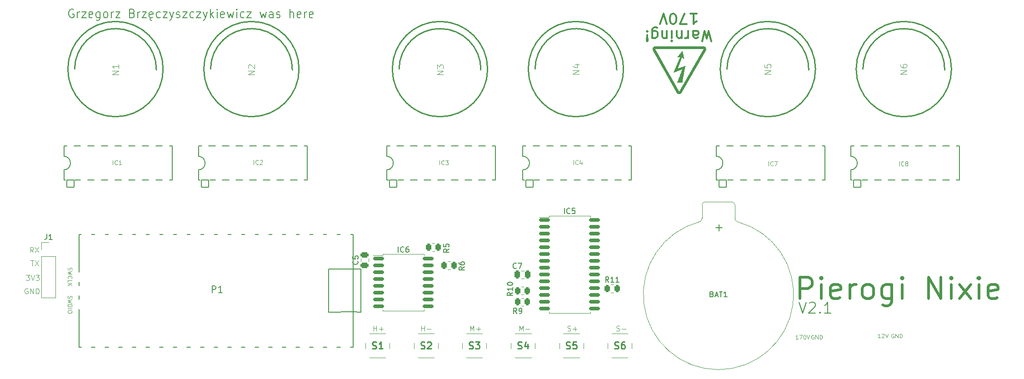
<source format=gto>
%TF.GenerationSoftware,KiCad,Pcbnew,7.0.5-0*%
%TF.CreationDate,2023-12-27T11:16:32-05:00*%
%TF.ProjectId,nixie,6e697869-652e-46b6-9963-61645f706362,rev?*%
%TF.SameCoordinates,Original*%
%TF.FileFunction,Legend,Top*%
%TF.FilePolarity,Positive*%
%FSLAX46Y46*%
G04 Gerber Fmt 4.6, Leading zero omitted, Abs format (unit mm)*
G04 Created by KiCad (PCBNEW 7.0.5-0) date 2023-12-27 11:16:32*
%MOMM*%
%LPD*%
G01*
G04 APERTURE LIST*
G04 Aperture macros list*
%AMRoundRect*
0 Rectangle with rounded corners*
0 $1 Rounding radius*
0 $2 $3 $4 $5 $6 $7 $8 $9 X,Y pos of 4 corners*
0 Add a 4 corners polygon primitive as box body*
4,1,4,$2,$3,$4,$5,$6,$7,$8,$9,$2,$3,0*
0 Add four circle primitives for the rounded corners*
1,1,$1+$1,$2,$3*
1,1,$1+$1,$4,$5*
1,1,$1+$1,$6,$7*
1,1,$1+$1,$8,$9*
0 Add four rect primitives between the rounded corners*
20,1,$1+$1,$2,$3,$4,$5,0*
20,1,$1+$1,$4,$5,$6,$7,0*
20,1,$1+$1,$6,$7,$8,$9,0*
20,1,$1+$1,$8,$9,$2,$3,0*%
G04 Aperture macros list end*
%ADD10C,0.100000*%
%ADD11C,0.200000*%
%ADD12C,0.101600*%
%ADD13C,0.500000*%
%ADD14C,0.134112*%
%ADD15C,0.304800*%
%ADD16C,0.150000*%
%ADD17C,0.254000*%
%ADD18C,0.097790*%
%ADD19C,0.120000*%
%ADD20C,0.127000*%
%ADD21C,1.950000*%
%ADD22C,0.800000*%
%ADD23C,7.000000*%
%ADD24RoundRect,0.150000X-0.875000X-0.150000X0.875000X-0.150000X0.875000X0.150000X-0.875000X0.150000X0*%
%ADD25RoundRect,0.250000X0.250000X0.475000X-0.250000X0.475000X-0.250000X-0.475000X0.250000X-0.475000X0*%
%ADD26R,1.550000X1.000000*%
%ADD27RoundRect,0.250000X-0.262500X-0.450000X0.262500X-0.450000X0.262500X0.450000X-0.262500X0.450000X0*%
%ADD28RoundRect,0.250000X0.262500X0.450000X-0.262500X0.450000X-0.262500X-0.450000X0.262500X-0.450000X0*%
%ADD29R,1.700000X1.700000*%
%ADD30O,1.700000X1.700000*%
%ADD31RoundRect,0.101600X-0.700000X-0.700000X0.700000X-0.700000X0.700000X0.700000X-0.700000X0.700000X0*%
%ADD32C,1.603200*%
%ADD33O,1.803200X3.403200*%
%ADD34O,3.403200X1.803200*%
%ADD35RoundRect,0.250000X0.475000X-0.250000X0.475000X0.250000X-0.475000X0.250000X-0.475000X-0.250000X0*%
%ADD36R,3.000000X3.000000*%
%ADD37C,3.000000*%
%ADD38C,1.551200*%
G04 APERTURE END LIST*
D10*
X148153884Y-138512419D02*
X148153884Y-137512419D01*
X148153884Y-137512419D02*
X148487217Y-138226704D01*
X148487217Y-138226704D02*
X148820550Y-137512419D01*
X148820550Y-137512419D02*
X148820550Y-138512419D01*
X149296741Y-138131466D02*
X150058646Y-138131466D01*
X149677693Y-138512419D02*
X149677693Y-137750514D01*
D11*
X209409008Y-133144271D02*
X210075674Y-135144271D01*
X210075674Y-135144271D02*
X210742341Y-133144271D01*
X211313770Y-133334747D02*
X211409008Y-133239509D01*
X211409008Y-133239509D02*
X211599484Y-133144271D01*
X211599484Y-133144271D02*
X212075675Y-133144271D01*
X212075675Y-133144271D02*
X212266151Y-133239509D01*
X212266151Y-133239509D02*
X212361389Y-133334747D01*
X212361389Y-133334747D02*
X212456627Y-133525223D01*
X212456627Y-133525223D02*
X212456627Y-133715699D01*
X212456627Y-133715699D02*
X212361389Y-134001413D01*
X212361389Y-134001413D02*
X211218532Y-135144271D01*
X211218532Y-135144271D02*
X212456627Y-135144271D01*
X213313770Y-134953794D02*
X213409008Y-135049033D01*
X213409008Y-135049033D02*
X213313770Y-135144271D01*
X213313770Y-135144271D02*
X213218532Y-135049033D01*
X213218532Y-135049033D02*
X213313770Y-134953794D01*
X213313770Y-134953794D02*
X213313770Y-135144271D01*
X215313770Y-135144271D02*
X214170913Y-135144271D01*
X214742341Y-135144271D02*
X214742341Y-133144271D01*
X214742341Y-133144271D02*
X214551865Y-133429985D01*
X214551865Y-133429985D02*
X214361389Y-133620461D01*
X214361389Y-133620461D02*
X214170913Y-133715699D01*
D10*
X139053884Y-138512419D02*
X139053884Y-137512419D01*
X139053884Y-137988609D02*
X139625312Y-137988609D01*
X139625312Y-138512419D02*
X139625312Y-137512419D01*
X140101503Y-138131466D02*
X140863408Y-138131466D01*
X157328884Y-138512419D02*
X157328884Y-137512419D01*
X157328884Y-137512419D02*
X157662217Y-138226704D01*
X157662217Y-138226704D02*
X157995550Y-137512419D01*
X157995550Y-137512419D02*
X157995550Y-138512419D01*
X158471741Y-138131466D02*
X159233646Y-138131466D01*
X65727693Y-130620038D02*
X65632455Y-130572419D01*
X65632455Y-130572419D02*
X65489598Y-130572419D01*
X65489598Y-130572419D02*
X65346741Y-130620038D01*
X65346741Y-130620038D02*
X65251503Y-130715276D01*
X65251503Y-130715276D02*
X65203884Y-130810514D01*
X65203884Y-130810514D02*
X65156265Y-131000990D01*
X65156265Y-131000990D02*
X65156265Y-131143847D01*
X65156265Y-131143847D02*
X65203884Y-131334323D01*
X65203884Y-131334323D02*
X65251503Y-131429561D01*
X65251503Y-131429561D02*
X65346741Y-131524800D01*
X65346741Y-131524800D02*
X65489598Y-131572419D01*
X65489598Y-131572419D02*
X65584836Y-131572419D01*
X65584836Y-131572419D02*
X65727693Y-131524800D01*
X65727693Y-131524800D02*
X65775312Y-131477180D01*
X65775312Y-131477180D02*
X65775312Y-131143847D01*
X65775312Y-131143847D02*
X65584836Y-131143847D01*
X66203884Y-131572419D02*
X66203884Y-130572419D01*
X66203884Y-130572419D02*
X66775312Y-131572419D01*
X66775312Y-131572419D02*
X66775312Y-130572419D01*
X67251503Y-131572419D02*
X67251503Y-130572419D01*
X67251503Y-130572419D02*
X67489598Y-130572419D01*
X67489598Y-130572419D02*
X67632455Y-130620038D01*
X67632455Y-130620038D02*
X67727693Y-130715276D01*
X67727693Y-130715276D02*
X67775312Y-130810514D01*
X67775312Y-130810514D02*
X67822931Y-131000990D01*
X67822931Y-131000990D02*
X67822931Y-131143847D01*
X67822931Y-131143847D02*
X67775312Y-131334323D01*
X67775312Y-131334323D02*
X67727693Y-131429561D01*
X67727693Y-131429561D02*
X67632455Y-131524800D01*
X67632455Y-131524800D02*
X67489598Y-131572419D01*
X67489598Y-131572419D02*
X67251503Y-131572419D01*
X65408646Y-128072419D02*
X66027693Y-128072419D01*
X66027693Y-128072419D02*
X65694360Y-128453371D01*
X65694360Y-128453371D02*
X65837217Y-128453371D01*
X65837217Y-128453371D02*
X65932455Y-128500990D01*
X65932455Y-128500990D02*
X65980074Y-128548609D01*
X65980074Y-128548609D02*
X66027693Y-128643847D01*
X66027693Y-128643847D02*
X66027693Y-128881942D01*
X66027693Y-128881942D02*
X65980074Y-128977180D01*
X65980074Y-128977180D02*
X65932455Y-129024800D01*
X65932455Y-129024800D02*
X65837217Y-129072419D01*
X65837217Y-129072419D02*
X65551503Y-129072419D01*
X65551503Y-129072419D02*
X65456265Y-129024800D01*
X65456265Y-129024800D02*
X65408646Y-128977180D01*
X66313408Y-128072419D02*
X66646741Y-129072419D01*
X66646741Y-129072419D02*
X66980074Y-128072419D01*
X67218170Y-128072419D02*
X67837217Y-128072419D01*
X67837217Y-128072419D02*
X67503884Y-128453371D01*
X67503884Y-128453371D02*
X67646741Y-128453371D01*
X67646741Y-128453371D02*
X67741979Y-128500990D01*
X67741979Y-128500990D02*
X67789598Y-128548609D01*
X67789598Y-128548609D02*
X67837217Y-128643847D01*
X67837217Y-128643847D02*
X67837217Y-128881942D01*
X67837217Y-128881942D02*
X67789598Y-128977180D01*
X67789598Y-128977180D02*
X67741979Y-129024800D01*
X67741979Y-129024800D02*
X67646741Y-129072419D01*
X67646741Y-129072419D02*
X67361027Y-129072419D01*
X67361027Y-129072419D02*
X67265789Y-129024800D01*
X67265789Y-129024800D02*
X67218170Y-128977180D01*
X175406265Y-138464800D02*
X175549122Y-138512419D01*
X175549122Y-138512419D02*
X175787217Y-138512419D01*
X175787217Y-138512419D02*
X175882455Y-138464800D01*
X175882455Y-138464800D02*
X175930074Y-138417180D01*
X175930074Y-138417180D02*
X175977693Y-138321942D01*
X175977693Y-138321942D02*
X175977693Y-138226704D01*
X175977693Y-138226704D02*
X175930074Y-138131466D01*
X175930074Y-138131466D02*
X175882455Y-138083847D01*
X175882455Y-138083847D02*
X175787217Y-138036228D01*
X175787217Y-138036228D02*
X175596741Y-137988609D01*
X175596741Y-137988609D02*
X175501503Y-137940990D01*
X175501503Y-137940990D02*
X175453884Y-137893371D01*
X175453884Y-137893371D02*
X175406265Y-137798133D01*
X175406265Y-137798133D02*
X175406265Y-137702895D01*
X175406265Y-137702895D02*
X175453884Y-137607657D01*
X175453884Y-137607657D02*
X175501503Y-137560038D01*
X175501503Y-137560038D02*
X175596741Y-137512419D01*
X175596741Y-137512419D02*
X175834836Y-137512419D01*
X175834836Y-137512419D02*
X175977693Y-137560038D01*
X176406265Y-138131466D02*
X177168170Y-138131466D01*
X73232700Y-131988646D02*
X73196985Y-132095789D01*
X73196985Y-132095789D02*
X73196985Y-132274360D01*
X73196985Y-132274360D02*
X73232700Y-132345789D01*
X73232700Y-132345789D02*
X73268414Y-132381503D01*
X73268414Y-132381503D02*
X73339842Y-132417217D01*
X73339842Y-132417217D02*
X73411271Y-132417217D01*
X73411271Y-132417217D02*
X73482700Y-132381503D01*
X73482700Y-132381503D02*
X73518414Y-132345789D01*
X73518414Y-132345789D02*
X73554128Y-132274360D01*
X73554128Y-132274360D02*
X73589842Y-132131503D01*
X73589842Y-132131503D02*
X73625557Y-132060074D01*
X73625557Y-132060074D02*
X73661271Y-132024360D01*
X73661271Y-132024360D02*
X73732700Y-131988646D01*
X73732700Y-131988646D02*
X73804128Y-131988646D01*
X73804128Y-131988646D02*
X73875557Y-132024360D01*
X73875557Y-132024360D02*
X73911271Y-132060074D01*
X73911271Y-132060074D02*
X73946985Y-132131503D01*
X73946985Y-132131503D02*
X73946985Y-132310074D01*
X73946985Y-132310074D02*
X73911271Y-132417217D01*
X73946985Y-132667217D02*
X73196985Y-132845789D01*
X73196985Y-132845789D02*
X73732700Y-132988646D01*
X73732700Y-132988646D02*
X73196985Y-133131503D01*
X73196985Y-133131503D02*
X73946985Y-133310075D01*
X73196985Y-133595789D02*
X73946985Y-133595789D01*
X73946985Y-133595789D02*
X73946985Y-133774360D01*
X73946985Y-133774360D02*
X73911271Y-133881503D01*
X73911271Y-133881503D02*
X73839842Y-133952932D01*
X73839842Y-133952932D02*
X73768414Y-133988646D01*
X73768414Y-133988646D02*
X73625557Y-134024360D01*
X73625557Y-134024360D02*
X73518414Y-134024360D01*
X73518414Y-134024360D02*
X73375557Y-133988646D01*
X73375557Y-133988646D02*
X73304128Y-133952932D01*
X73304128Y-133952932D02*
X73232700Y-133881503D01*
X73232700Y-133881503D02*
X73196985Y-133774360D01*
X73196985Y-133774360D02*
X73196985Y-133595789D01*
X73196985Y-134345789D02*
X73946985Y-134345789D01*
X73946985Y-134845789D02*
X73946985Y-134988646D01*
X73946985Y-134988646D02*
X73911271Y-135060075D01*
X73911271Y-135060075D02*
X73839842Y-135131503D01*
X73839842Y-135131503D02*
X73696985Y-135167218D01*
X73696985Y-135167218D02*
X73446985Y-135167218D01*
X73446985Y-135167218D02*
X73304128Y-135131503D01*
X73304128Y-135131503D02*
X73232700Y-135060075D01*
X73232700Y-135060075D02*
X73196985Y-134988646D01*
X73196985Y-134988646D02*
X73196985Y-134845789D01*
X73196985Y-134845789D02*
X73232700Y-134774361D01*
X73232700Y-134774361D02*
X73304128Y-134702932D01*
X73304128Y-134702932D02*
X73446985Y-134667218D01*
X73446985Y-134667218D02*
X73696985Y-134667218D01*
X73696985Y-134667218D02*
X73839842Y-134702932D01*
X73839842Y-134702932D02*
X73911271Y-134774361D01*
X73911271Y-134774361D02*
X73946985Y-134845789D01*
D12*
X212138270Y-139288644D02*
X212066842Y-139252930D01*
X212066842Y-139252930D02*
X211959699Y-139252930D01*
X211959699Y-139252930D02*
X211852556Y-139288644D01*
X211852556Y-139288644D02*
X211781127Y-139360073D01*
X211781127Y-139360073D02*
X211745413Y-139431501D01*
X211745413Y-139431501D02*
X211709699Y-139574358D01*
X211709699Y-139574358D02*
X211709699Y-139681501D01*
X211709699Y-139681501D02*
X211745413Y-139824358D01*
X211745413Y-139824358D02*
X211781127Y-139895787D01*
X211781127Y-139895787D02*
X211852556Y-139967216D01*
X211852556Y-139967216D02*
X211959699Y-140002930D01*
X211959699Y-140002930D02*
X212031127Y-140002930D01*
X212031127Y-140002930D02*
X212138270Y-139967216D01*
X212138270Y-139967216D02*
X212173984Y-139931501D01*
X212173984Y-139931501D02*
X212173984Y-139681501D01*
X212173984Y-139681501D02*
X212031127Y-139681501D01*
X212495413Y-140002930D02*
X212495413Y-139252930D01*
X212495413Y-139252930D02*
X212923984Y-140002930D01*
X212923984Y-140002930D02*
X212923984Y-139252930D01*
X213281127Y-140002930D02*
X213281127Y-139252930D01*
X213281127Y-139252930D02*
X213459698Y-139252930D01*
X213459698Y-139252930D02*
X213566841Y-139288644D01*
X213566841Y-139288644D02*
X213638270Y-139360073D01*
X213638270Y-139360073D02*
X213673984Y-139431501D01*
X213673984Y-139431501D02*
X213709698Y-139574358D01*
X213709698Y-139574358D02*
X213709698Y-139681501D01*
X213709698Y-139681501D02*
X213673984Y-139824358D01*
X213673984Y-139824358D02*
X213638270Y-139895787D01*
X213638270Y-139895787D02*
X213566841Y-139967216D01*
X213566841Y-139967216D02*
X213459698Y-140002930D01*
X213459698Y-140002930D02*
X213281127Y-140002930D01*
D13*
X209568281Y-132483909D02*
X209568281Y-128483909D01*
X209568281Y-128483909D02*
X211092091Y-128483909D01*
X211092091Y-128483909D02*
X211473043Y-128674385D01*
X211473043Y-128674385D02*
X211663520Y-128864861D01*
X211663520Y-128864861D02*
X211853996Y-129245813D01*
X211853996Y-129245813D02*
X211853996Y-129817242D01*
X211853996Y-129817242D02*
X211663520Y-130198194D01*
X211663520Y-130198194D02*
X211473043Y-130388671D01*
X211473043Y-130388671D02*
X211092091Y-130579147D01*
X211092091Y-130579147D02*
X209568281Y-130579147D01*
X213568281Y-132483909D02*
X213568281Y-129817242D01*
X213568281Y-128483909D02*
X213377805Y-128674385D01*
X213377805Y-128674385D02*
X213568281Y-128864861D01*
X213568281Y-128864861D02*
X213758758Y-128674385D01*
X213758758Y-128674385D02*
X213568281Y-128483909D01*
X213568281Y-128483909D02*
X213568281Y-128864861D01*
X216996853Y-132293433D02*
X216615901Y-132483909D01*
X216615901Y-132483909D02*
X215853996Y-132483909D01*
X215853996Y-132483909D02*
X215473043Y-132293433D01*
X215473043Y-132293433D02*
X215282567Y-131912480D01*
X215282567Y-131912480D02*
X215282567Y-130388671D01*
X215282567Y-130388671D02*
X215473043Y-130007718D01*
X215473043Y-130007718D02*
X215853996Y-129817242D01*
X215853996Y-129817242D02*
X216615901Y-129817242D01*
X216615901Y-129817242D02*
X216996853Y-130007718D01*
X216996853Y-130007718D02*
X217187329Y-130388671D01*
X217187329Y-130388671D02*
X217187329Y-130769623D01*
X217187329Y-130769623D02*
X215282567Y-131150575D01*
X218901614Y-132483909D02*
X218901614Y-129817242D01*
X218901614Y-130579147D02*
X219092091Y-130198194D01*
X219092091Y-130198194D02*
X219282567Y-130007718D01*
X219282567Y-130007718D02*
X219663519Y-129817242D01*
X219663519Y-129817242D02*
X220044472Y-129817242D01*
X221949233Y-132483909D02*
X221568281Y-132293433D01*
X221568281Y-132293433D02*
X221377804Y-132102956D01*
X221377804Y-132102956D02*
X221187328Y-131722004D01*
X221187328Y-131722004D02*
X221187328Y-130579147D01*
X221187328Y-130579147D02*
X221377804Y-130198194D01*
X221377804Y-130198194D02*
X221568281Y-130007718D01*
X221568281Y-130007718D02*
X221949233Y-129817242D01*
X221949233Y-129817242D02*
X222520662Y-129817242D01*
X222520662Y-129817242D02*
X222901614Y-130007718D01*
X222901614Y-130007718D02*
X223092090Y-130198194D01*
X223092090Y-130198194D02*
X223282566Y-130579147D01*
X223282566Y-130579147D02*
X223282566Y-131722004D01*
X223282566Y-131722004D02*
X223092090Y-132102956D01*
X223092090Y-132102956D02*
X222901614Y-132293433D01*
X222901614Y-132293433D02*
X222520662Y-132483909D01*
X222520662Y-132483909D02*
X221949233Y-132483909D01*
X226711138Y-129817242D02*
X226711138Y-133055337D01*
X226711138Y-133055337D02*
X226520662Y-133436290D01*
X226520662Y-133436290D02*
X226330186Y-133626766D01*
X226330186Y-133626766D02*
X225949233Y-133817242D01*
X225949233Y-133817242D02*
X225377805Y-133817242D01*
X225377805Y-133817242D02*
X224996852Y-133626766D01*
X226711138Y-132293433D02*
X226330186Y-132483909D01*
X226330186Y-132483909D02*
X225568281Y-132483909D01*
X225568281Y-132483909D02*
X225187329Y-132293433D01*
X225187329Y-132293433D02*
X224996852Y-132102956D01*
X224996852Y-132102956D02*
X224806376Y-131722004D01*
X224806376Y-131722004D02*
X224806376Y-130579147D01*
X224806376Y-130579147D02*
X224996852Y-130198194D01*
X224996852Y-130198194D02*
X225187329Y-130007718D01*
X225187329Y-130007718D02*
X225568281Y-129817242D01*
X225568281Y-129817242D02*
X226330186Y-129817242D01*
X226330186Y-129817242D02*
X226711138Y-130007718D01*
X228615900Y-132483909D02*
X228615900Y-129817242D01*
X228615900Y-128483909D02*
X228425424Y-128674385D01*
X228425424Y-128674385D02*
X228615900Y-128864861D01*
X228615900Y-128864861D02*
X228806377Y-128674385D01*
X228806377Y-128674385D02*
X228615900Y-128483909D01*
X228615900Y-128483909D02*
X228615900Y-128864861D01*
X233568281Y-132483909D02*
X233568281Y-128483909D01*
X233568281Y-128483909D02*
X235853996Y-132483909D01*
X235853996Y-132483909D02*
X235853996Y-128483909D01*
X237758757Y-132483909D02*
X237758757Y-129817242D01*
X237758757Y-128483909D02*
X237568281Y-128674385D01*
X237568281Y-128674385D02*
X237758757Y-128864861D01*
X237758757Y-128864861D02*
X237949234Y-128674385D01*
X237949234Y-128674385D02*
X237758757Y-128483909D01*
X237758757Y-128483909D02*
X237758757Y-128864861D01*
X239282567Y-132483909D02*
X241377805Y-129817242D01*
X239282567Y-129817242D02*
X241377805Y-132483909D01*
X242901614Y-132483909D02*
X242901614Y-129817242D01*
X242901614Y-128483909D02*
X242711138Y-128674385D01*
X242711138Y-128674385D02*
X242901614Y-128864861D01*
X242901614Y-128864861D02*
X243092091Y-128674385D01*
X243092091Y-128674385D02*
X242901614Y-128483909D01*
X242901614Y-128483909D02*
X242901614Y-128864861D01*
X246330186Y-132293433D02*
X245949234Y-132483909D01*
X245949234Y-132483909D02*
X245187329Y-132483909D01*
X245187329Y-132483909D02*
X244806376Y-132293433D01*
X244806376Y-132293433D02*
X244615900Y-131912480D01*
X244615900Y-131912480D02*
X244615900Y-130388671D01*
X244615900Y-130388671D02*
X244806376Y-130007718D01*
X244806376Y-130007718D02*
X245187329Y-129817242D01*
X245187329Y-129817242D02*
X245949234Y-129817242D01*
X245949234Y-129817242D02*
X246330186Y-130007718D01*
X246330186Y-130007718D02*
X246520662Y-130388671D01*
X246520662Y-130388671D02*
X246520662Y-130769623D01*
X246520662Y-130769623D02*
X244615900Y-131150575D01*
D10*
X73232700Y-126688646D02*
X73196985Y-126795789D01*
X73196985Y-126795789D02*
X73196985Y-126974360D01*
X73196985Y-126974360D02*
X73232700Y-127045789D01*
X73232700Y-127045789D02*
X73268414Y-127081503D01*
X73268414Y-127081503D02*
X73339842Y-127117217D01*
X73339842Y-127117217D02*
X73411271Y-127117217D01*
X73411271Y-127117217D02*
X73482700Y-127081503D01*
X73482700Y-127081503D02*
X73518414Y-127045789D01*
X73518414Y-127045789D02*
X73554128Y-126974360D01*
X73554128Y-126974360D02*
X73589842Y-126831503D01*
X73589842Y-126831503D02*
X73625557Y-126760074D01*
X73625557Y-126760074D02*
X73661271Y-126724360D01*
X73661271Y-126724360D02*
X73732700Y-126688646D01*
X73732700Y-126688646D02*
X73804128Y-126688646D01*
X73804128Y-126688646D02*
X73875557Y-126724360D01*
X73875557Y-126724360D02*
X73911271Y-126760074D01*
X73911271Y-126760074D02*
X73946985Y-126831503D01*
X73946985Y-126831503D02*
X73946985Y-127010074D01*
X73946985Y-127010074D02*
X73911271Y-127117217D01*
X73946985Y-127367217D02*
X73196985Y-127545789D01*
X73196985Y-127545789D02*
X73732700Y-127688646D01*
X73732700Y-127688646D02*
X73196985Y-127831503D01*
X73196985Y-127831503D02*
X73946985Y-128010075D01*
X73268414Y-128724360D02*
X73232700Y-128688646D01*
X73232700Y-128688646D02*
X73196985Y-128581503D01*
X73196985Y-128581503D02*
X73196985Y-128510075D01*
X73196985Y-128510075D02*
X73232700Y-128402932D01*
X73232700Y-128402932D02*
X73304128Y-128331503D01*
X73304128Y-128331503D02*
X73375557Y-128295789D01*
X73375557Y-128295789D02*
X73518414Y-128260075D01*
X73518414Y-128260075D02*
X73625557Y-128260075D01*
X73625557Y-128260075D02*
X73768414Y-128295789D01*
X73768414Y-128295789D02*
X73839842Y-128331503D01*
X73839842Y-128331503D02*
X73911271Y-128402932D01*
X73911271Y-128402932D02*
X73946985Y-128510075D01*
X73946985Y-128510075D02*
X73946985Y-128581503D01*
X73946985Y-128581503D02*
X73911271Y-128688646D01*
X73911271Y-128688646D02*
X73875557Y-128724360D01*
X73196985Y-129402932D02*
X73196985Y-129045789D01*
X73196985Y-129045789D02*
X73946985Y-129045789D01*
X73196985Y-129652932D02*
X73946985Y-129652932D01*
X73196985Y-130081503D02*
X73625557Y-129760075D01*
X73946985Y-130081503D02*
X73518414Y-129652932D01*
X66261027Y-125372419D02*
X66832455Y-125372419D01*
X66546741Y-126372419D02*
X66546741Y-125372419D01*
X67070551Y-125372419D02*
X67737217Y-126372419D01*
X67737217Y-125372419D02*
X67070551Y-126372419D01*
X166281265Y-138464800D02*
X166424122Y-138512419D01*
X166424122Y-138512419D02*
X166662217Y-138512419D01*
X166662217Y-138512419D02*
X166757455Y-138464800D01*
X166757455Y-138464800D02*
X166805074Y-138417180D01*
X166805074Y-138417180D02*
X166852693Y-138321942D01*
X166852693Y-138321942D02*
X166852693Y-138226704D01*
X166852693Y-138226704D02*
X166805074Y-138131466D01*
X166805074Y-138131466D02*
X166757455Y-138083847D01*
X166757455Y-138083847D02*
X166662217Y-138036228D01*
X166662217Y-138036228D02*
X166471741Y-137988609D01*
X166471741Y-137988609D02*
X166376503Y-137940990D01*
X166376503Y-137940990D02*
X166328884Y-137893371D01*
X166328884Y-137893371D02*
X166281265Y-137798133D01*
X166281265Y-137798133D02*
X166281265Y-137702895D01*
X166281265Y-137702895D02*
X166328884Y-137607657D01*
X166328884Y-137607657D02*
X166376503Y-137560038D01*
X166376503Y-137560038D02*
X166471741Y-137512419D01*
X166471741Y-137512419D02*
X166709836Y-137512419D01*
X166709836Y-137512419D02*
X166852693Y-137560038D01*
X167281265Y-138131466D02*
X168043170Y-138131466D01*
X167662217Y-138512419D02*
X167662217Y-137750514D01*
D14*
X74263307Y-78635434D02*
X74116423Y-78561992D01*
X74116423Y-78561992D02*
X73896096Y-78561992D01*
X73896096Y-78561992D02*
X73675769Y-78635434D01*
X73675769Y-78635434D02*
X73528884Y-78782319D01*
X73528884Y-78782319D02*
X73455442Y-78929203D01*
X73455442Y-78929203D02*
X73382000Y-79222972D01*
X73382000Y-79222972D02*
X73382000Y-79443299D01*
X73382000Y-79443299D02*
X73455442Y-79737068D01*
X73455442Y-79737068D02*
X73528884Y-79883953D01*
X73528884Y-79883953D02*
X73675769Y-80030838D01*
X73675769Y-80030838D02*
X73896096Y-80104280D01*
X73896096Y-80104280D02*
X74042980Y-80104280D01*
X74042980Y-80104280D02*
X74263307Y-80030838D01*
X74263307Y-80030838D02*
X74336749Y-79957395D01*
X74336749Y-79957395D02*
X74336749Y-79443299D01*
X74336749Y-79443299D02*
X74042980Y-79443299D01*
X74997730Y-80104280D02*
X74997730Y-79076088D01*
X74997730Y-79369857D02*
X75071172Y-79222972D01*
X75071172Y-79222972D02*
X75144615Y-79149530D01*
X75144615Y-79149530D02*
X75291499Y-79076088D01*
X75291499Y-79076088D02*
X75438384Y-79076088D01*
X75805595Y-79076088D02*
X76613461Y-79076088D01*
X76613461Y-79076088D02*
X75805595Y-80104280D01*
X75805595Y-80104280D02*
X76613461Y-80104280D01*
X77788537Y-80030838D02*
X77641653Y-80104280D01*
X77641653Y-80104280D02*
X77347884Y-80104280D01*
X77347884Y-80104280D02*
X77200999Y-80030838D01*
X77200999Y-80030838D02*
X77127557Y-79883953D01*
X77127557Y-79883953D02*
X77127557Y-79296415D01*
X77127557Y-79296415D02*
X77200999Y-79149530D01*
X77200999Y-79149530D02*
X77347884Y-79076088D01*
X77347884Y-79076088D02*
X77641653Y-79076088D01*
X77641653Y-79076088D02*
X77788537Y-79149530D01*
X77788537Y-79149530D02*
X77861980Y-79296415D01*
X77861980Y-79296415D02*
X77861980Y-79443299D01*
X77861980Y-79443299D02*
X77127557Y-79590184D01*
X79183941Y-79076088D02*
X79183941Y-80324607D01*
X79183941Y-80324607D02*
X79110498Y-80471491D01*
X79110498Y-80471491D02*
X79037056Y-80544934D01*
X79037056Y-80544934D02*
X78890171Y-80618376D01*
X78890171Y-80618376D02*
X78669845Y-80618376D01*
X78669845Y-80618376D02*
X78522960Y-80544934D01*
X79183941Y-80030838D02*
X79037056Y-80104280D01*
X79037056Y-80104280D02*
X78743287Y-80104280D01*
X78743287Y-80104280D02*
X78596402Y-80030838D01*
X78596402Y-80030838D02*
X78522960Y-79957395D01*
X78522960Y-79957395D02*
X78449518Y-79810511D01*
X78449518Y-79810511D02*
X78449518Y-79369857D01*
X78449518Y-79369857D02*
X78522960Y-79222972D01*
X78522960Y-79222972D02*
X78596402Y-79149530D01*
X78596402Y-79149530D02*
X78743287Y-79076088D01*
X78743287Y-79076088D02*
X79037056Y-79076088D01*
X79037056Y-79076088D02*
X79183941Y-79149530D01*
X80138690Y-80104280D02*
X79991805Y-80030838D01*
X79991805Y-80030838D02*
X79918363Y-79957395D01*
X79918363Y-79957395D02*
X79844921Y-79810511D01*
X79844921Y-79810511D02*
X79844921Y-79369857D01*
X79844921Y-79369857D02*
X79918363Y-79222972D01*
X79918363Y-79222972D02*
X79991805Y-79149530D01*
X79991805Y-79149530D02*
X80138690Y-79076088D01*
X80138690Y-79076088D02*
X80359017Y-79076088D01*
X80359017Y-79076088D02*
X80505901Y-79149530D01*
X80505901Y-79149530D02*
X80579344Y-79222972D01*
X80579344Y-79222972D02*
X80652786Y-79369857D01*
X80652786Y-79369857D02*
X80652786Y-79810511D01*
X80652786Y-79810511D02*
X80579344Y-79957395D01*
X80579344Y-79957395D02*
X80505901Y-80030838D01*
X80505901Y-80030838D02*
X80359017Y-80104280D01*
X80359017Y-80104280D02*
X80138690Y-80104280D01*
X81313766Y-80104280D02*
X81313766Y-79076088D01*
X81313766Y-79369857D02*
X81387208Y-79222972D01*
X81387208Y-79222972D02*
X81460651Y-79149530D01*
X81460651Y-79149530D02*
X81607535Y-79076088D01*
X81607535Y-79076088D02*
X81754420Y-79076088D01*
X82121631Y-79076088D02*
X82929497Y-79076088D01*
X82929497Y-79076088D02*
X82121631Y-80104280D01*
X82121631Y-80104280D02*
X82929497Y-80104280D01*
X85206208Y-79296415D02*
X85426535Y-79369857D01*
X85426535Y-79369857D02*
X85499977Y-79443299D01*
X85499977Y-79443299D02*
X85573419Y-79590184D01*
X85573419Y-79590184D02*
X85573419Y-79810511D01*
X85573419Y-79810511D02*
X85499977Y-79957395D01*
X85499977Y-79957395D02*
X85426535Y-80030838D01*
X85426535Y-80030838D02*
X85279650Y-80104280D01*
X85279650Y-80104280D02*
X84692112Y-80104280D01*
X84692112Y-80104280D02*
X84692112Y-78561992D01*
X84692112Y-78561992D02*
X85206208Y-78561992D01*
X85206208Y-78561992D02*
X85353093Y-78635434D01*
X85353093Y-78635434D02*
X85426535Y-78708876D01*
X85426535Y-78708876D02*
X85499977Y-78855761D01*
X85499977Y-78855761D02*
X85499977Y-79002646D01*
X85499977Y-79002646D02*
X85426535Y-79149530D01*
X85426535Y-79149530D02*
X85353093Y-79222972D01*
X85353093Y-79222972D02*
X85206208Y-79296415D01*
X85206208Y-79296415D02*
X84692112Y-79296415D01*
X86234400Y-80104280D02*
X86234400Y-79076088D01*
X86234400Y-79369857D02*
X86307842Y-79222972D01*
X86307842Y-79222972D02*
X86381285Y-79149530D01*
X86381285Y-79149530D02*
X86528169Y-79076088D01*
X86528169Y-79076088D02*
X86675054Y-79076088D01*
X87042265Y-79076088D02*
X87850131Y-79076088D01*
X87850131Y-79076088D02*
X87042265Y-80104280D01*
X87042265Y-80104280D02*
X87850131Y-80104280D01*
X89025207Y-80030838D02*
X88878323Y-80104280D01*
X88878323Y-80104280D02*
X88584554Y-80104280D01*
X88584554Y-80104280D02*
X88437669Y-80030838D01*
X88437669Y-80030838D02*
X88364227Y-79883953D01*
X88364227Y-79883953D02*
X88364227Y-79296415D01*
X88364227Y-79296415D02*
X88437669Y-79149530D01*
X88437669Y-79149530D02*
X88584554Y-79076088D01*
X88584554Y-79076088D02*
X88878323Y-79076088D01*
X88878323Y-79076088D02*
X89025207Y-79149530D01*
X89025207Y-79149530D02*
X89098650Y-79296415D01*
X89098650Y-79296415D02*
X89098650Y-79443299D01*
X89098650Y-79443299D02*
X88364227Y-79590184D01*
X88731438Y-80104280D02*
X88584554Y-80251164D01*
X88584554Y-80251164D02*
X88511111Y-80398049D01*
X88511111Y-80398049D02*
X88584554Y-80544934D01*
X88584554Y-80544934D02*
X88731438Y-80618376D01*
X88731438Y-80618376D02*
X88878323Y-80618376D01*
X90420611Y-80030838D02*
X90273726Y-80104280D01*
X90273726Y-80104280D02*
X89979957Y-80104280D01*
X89979957Y-80104280D02*
X89833072Y-80030838D01*
X89833072Y-80030838D02*
X89759630Y-79957395D01*
X89759630Y-79957395D02*
X89686188Y-79810511D01*
X89686188Y-79810511D02*
X89686188Y-79369857D01*
X89686188Y-79369857D02*
X89759630Y-79222972D01*
X89759630Y-79222972D02*
X89833072Y-79149530D01*
X89833072Y-79149530D02*
X89979957Y-79076088D01*
X89979957Y-79076088D02*
X90273726Y-79076088D01*
X90273726Y-79076088D02*
X90420611Y-79149530D01*
X90934706Y-79076088D02*
X91742572Y-79076088D01*
X91742572Y-79076088D02*
X90934706Y-80104280D01*
X90934706Y-80104280D02*
X91742572Y-80104280D01*
X92183225Y-79076088D02*
X92550437Y-80104280D01*
X92917648Y-79076088D02*
X92550437Y-80104280D01*
X92550437Y-80104280D02*
X92403552Y-80471491D01*
X92403552Y-80471491D02*
X92330110Y-80544934D01*
X92330110Y-80544934D02*
X92183225Y-80618376D01*
X93431745Y-80030838D02*
X93578629Y-80104280D01*
X93578629Y-80104280D02*
X93872398Y-80104280D01*
X93872398Y-80104280D02*
X94019283Y-80030838D01*
X94019283Y-80030838D02*
X94092725Y-79883953D01*
X94092725Y-79883953D02*
X94092725Y-79810511D01*
X94092725Y-79810511D02*
X94019283Y-79663626D01*
X94019283Y-79663626D02*
X93872398Y-79590184D01*
X93872398Y-79590184D02*
X93652072Y-79590184D01*
X93652072Y-79590184D02*
X93505187Y-79516742D01*
X93505187Y-79516742D02*
X93431745Y-79369857D01*
X93431745Y-79369857D02*
X93431745Y-79296415D01*
X93431745Y-79296415D02*
X93505187Y-79149530D01*
X93505187Y-79149530D02*
X93652072Y-79076088D01*
X93652072Y-79076088D02*
X93872398Y-79076088D01*
X93872398Y-79076088D02*
X94019283Y-79149530D01*
X94606821Y-79076088D02*
X95414687Y-79076088D01*
X95414687Y-79076088D02*
X94606821Y-80104280D01*
X94606821Y-80104280D02*
X95414687Y-80104280D01*
X96663206Y-80030838D02*
X96516321Y-80104280D01*
X96516321Y-80104280D02*
X96222552Y-80104280D01*
X96222552Y-80104280D02*
X96075667Y-80030838D01*
X96075667Y-80030838D02*
X96002225Y-79957395D01*
X96002225Y-79957395D02*
X95928783Y-79810511D01*
X95928783Y-79810511D02*
X95928783Y-79369857D01*
X95928783Y-79369857D02*
X96002225Y-79222972D01*
X96002225Y-79222972D02*
X96075667Y-79149530D01*
X96075667Y-79149530D02*
X96222552Y-79076088D01*
X96222552Y-79076088D02*
X96516321Y-79076088D01*
X96516321Y-79076088D02*
X96663206Y-79149530D01*
X97177301Y-79076088D02*
X97985167Y-79076088D01*
X97985167Y-79076088D02*
X97177301Y-80104280D01*
X97177301Y-80104280D02*
X97985167Y-80104280D01*
X98425820Y-79076088D02*
X98793032Y-80104280D01*
X99160243Y-79076088D02*
X98793032Y-80104280D01*
X98793032Y-80104280D02*
X98646147Y-80471491D01*
X98646147Y-80471491D02*
X98572705Y-80544934D01*
X98572705Y-80544934D02*
X98425820Y-80618376D01*
X99747782Y-80104280D02*
X99747782Y-78561992D01*
X99894667Y-79516742D02*
X100335320Y-80104280D01*
X100335320Y-79076088D02*
X99747782Y-79663626D01*
X100996301Y-80104280D02*
X100996301Y-79076088D01*
X100996301Y-78561992D02*
X100922859Y-78635434D01*
X100922859Y-78635434D02*
X100996301Y-78708876D01*
X100996301Y-78708876D02*
X101069743Y-78635434D01*
X101069743Y-78635434D02*
X100996301Y-78561992D01*
X100996301Y-78561992D02*
X100996301Y-78708876D01*
X102318262Y-80030838D02*
X102171378Y-80104280D01*
X102171378Y-80104280D02*
X101877609Y-80104280D01*
X101877609Y-80104280D02*
X101730724Y-80030838D01*
X101730724Y-80030838D02*
X101657282Y-79883953D01*
X101657282Y-79883953D02*
X101657282Y-79296415D01*
X101657282Y-79296415D02*
X101730724Y-79149530D01*
X101730724Y-79149530D02*
X101877609Y-79076088D01*
X101877609Y-79076088D02*
X102171378Y-79076088D01*
X102171378Y-79076088D02*
X102318262Y-79149530D01*
X102318262Y-79149530D02*
X102391705Y-79296415D01*
X102391705Y-79296415D02*
X102391705Y-79443299D01*
X102391705Y-79443299D02*
X101657282Y-79590184D01*
X102905800Y-79076088D02*
X103199570Y-80104280D01*
X103199570Y-80104280D02*
X103493339Y-79369857D01*
X103493339Y-79369857D02*
X103787108Y-80104280D01*
X103787108Y-80104280D02*
X104080877Y-79076088D01*
X104668415Y-80104280D02*
X104668415Y-79076088D01*
X104668415Y-78561992D02*
X104594973Y-78635434D01*
X104594973Y-78635434D02*
X104668415Y-78708876D01*
X104668415Y-78708876D02*
X104741857Y-78635434D01*
X104741857Y-78635434D02*
X104668415Y-78561992D01*
X104668415Y-78561992D02*
X104668415Y-78708876D01*
X106063819Y-80030838D02*
X105916934Y-80104280D01*
X105916934Y-80104280D02*
X105623165Y-80104280D01*
X105623165Y-80104280D02*
X105476280Y-80030838D01*
X105476280Y-80030838D02*
X105402838Y-79957395D01*
X105402838Y-79957395D02*
X105329396Y-79810511D01*
X105329396Y-79810511D02*
X105329396Y-79369857D01*
X105329396Y-79369857D02*
X105402838Y-79222972D01*
X105402838Y-79222972D02*
X105476280Y-79149530D01*
X105476280Y-79149530D02*
X105623165Y-79076088D01*
X105623165Y-79076088D02*
X105916934Y-79076088D01*
X105916934Y-79076088D02*
X106063819Y-79149530D01*
X106577914Y-79076088D02*
X107385780Y-79076088D01*
X107385780Y-79076088D02*
X106577914Y-80104280D01*
X106577914Y-80104280D02*
X107385780Y-80104280D01*
X109001510Y-79076088D02*
X109295280Y-80104280D01*
X109295280Y-80104280D02*
X109589049Y-79369857D01*
X109589049Y-79369857D02*
X109882818Y-80104280D01*
X109882818Y-80104280D02*
X110176587Y-79076088D01*
X111425106Y-80104280D02*
X111425106Y-79296415D01*
X111425106Y-79296415D02*
X111351663Y-79149530D01*
X111351663Y-79149530D02*
X111204779Y-79076088D01*
X111204779Y-79076088D02*
X110911010Y-79076088D01*
X110911010Y-79076088D02*
X110764125Y-79149530D01*
X111425106Y-80030838D02*
X111278221Y-80104280D01*
X111278221Y-80104280D02*
X110911010Y-80104280D01*
X110911010Y-80104280D02*
X110764125Y-80030838D01*
X110764125Y-80030838D02*
X110690683Y-79883953D01*
X110690683Y-79883953D02*
X110690683Y-79737068D01*
X110690683Y-79737068D02*
X110764125Y-79590184D01*
X110764125Y-79590184D02*
X110911010Y-79516742D01*
X110911010Y-79516742D02*
X111278221Y-79516742D01*
X111278221Y-79516742D02*
X111425106Y-79443299D01*
X112086086Y-80030838D02*
X112232970Y-80104280D01*
X112232970Y-80104280D02*
X112526739Y-80104280D01*
X112526739Y-80104280D02*
X112673624Y-80030838D01*
X112673624Y-80030838D02*
X112747066Y-79883953D01*
X112747066Y-79883953D02*
X112747066Y-79810511D01*
X112747066Y-79810511D02*
X112673624Y-79663626D01*
X112673624Y-79663626D02*
X112526739Y-79590184D01*
X112526739Y-79590184D02*
X112306413Y-79590184D01*
X112306413Y-79590184D02*
X112159528Y-79516742D01*
X112159528Y-79516742D02*
X112086086Y-79369857D01*
X112086086Y-79369857D02*
X112086086Y-79296415D01*
X112086086Y-79296415D02*
X112159528Y-79149530D01*
X112159528Y-79149530D02*
X112306413Y-79076088D01*
X112306413Y-79076088D02*
X112526739Y-79076088D01*
X112526739Y-79076088D02*
X112673624Y-79149530D01*
X114583124Y-80104280D02*
X114583124Y-78561992D01*
X115244105Y-80104280D02*
X115244105Y-79296415D01*
X115244105Y-79296415D02*
X115170662Y-79149530D01*
X115170662Y-79149530D02*
X115023778Y-79076088D01*
X115023778Y-79076088D02*
X114803451Y-79076088D01*
X114803451Y-79076088D02*
X114656566Y-79149530D01*
X114656566Y-79149530D02*
X114583124Y-79222972D01*
X116566065Y-80030838D02*
X116419181Y-80104280D01*
X116419181Y-80104280D02*
X116125412Y-80104280D01*
X116125412Y-80104280D02*
X115978527Y-80030838D01*
X115978527Y-80030838D02*
X115905085Y-79883953D01*
X115905085Y-79883953D02*
X115905085Y-79296415D01*
X115905085Y-79296415D02*
X115978527Y-79149530D01*
X115978527Y-79149530D02*
X116125412Y-79076088D01*
X116125412Y-79076088D02*
X116419181Y-79076088D01*
X116419181Y-79076088D02*
X116566065Y-79149530D01*
X116566065Y-79149530D02*
X116639508Y-79296415D01*
X116639508Y-79296415D02*
X116639508Y-79443299D01*
X116639508Y-79443299D02*
X115905085Y-79590184D01*
X117300488Y-80104280D02*
X117300488Y-79076088D01*
X117300488Y-79369857D02*
X117373930Y-79222972D01*
X117373930Y-79222972D02*
X117447373Y-79149530D01*
X117447373Y-79149530D02*
X117594257Y-79076088D01*
X117594257Y-79076088D02*
X117741142Y-79076088D01*
X118842776Y-80030838D02*
X118695892Y-80104280D01*
X118695892Y-80104280D02*
X118402123Y-80104280D01*
X118402123Y-80104280D02*
X118255238Y-80030838D01*
X118255238Y-80030838D02*
X118181796Y-79883953D01*
X118181796Y-79883953D02*
X118181796Y-79296415D01*
X118181796Y-79296415D02*
X118255238Y-79149530D01*
X118255238Y-79149530D02*
X118402123Y-79076088D01*
X118402123Y-79076088D02*
X118695892Y-79076088D01*
X118695892Y-79076088D02*
X118842776Y-79149530D01*
X118842776Y-79149530D02*
X118916219Y-79296415D01*
X118916219Y-79296415D02*
X118916219Y-79443299D01*
X118916219Y-79443299D02*
X118181796Y-79590184D01*
D12*
X227038270Y-139071644D02*
X226966842Y-139035930D01*
X226966842Y-139035930D02*
X226859699Y-139035930D01*
X226859699Y-139035930D02*
X226752556Y-139071644D01*
X226752556Y-139071644D02*
X226681127Y-139143073D01*
X226681127Y-139143073D02*
X226645413Y-139214501D01*
X226645413Y-139214501D02*
X226609699Y-139357358D01*
X226609699Y-139357358D02*
X226609699Y-139464501D01*
X226609699Y-139464501D02*
X226645413Y-139607358D01*
X226645413Y-139607358D02*
X226681127Y-139678787D01*
X226681127Y-139678787D02*
X226752556Y-139750216D01*
X226752556Y-139750216D02*
X226859699Y-139785930D01*
X226859699Y-139785930D02*
X226931127Y-139785930D01*
X226931127Y-139785930D02*
X227038270Y-139750216D01*
X227038270Y-139750216D02*
X227073984Y-139714501D01*
X227073984Y-139714501D02*
X227073984Y-139464501D01*
X227073984Y-139464501D02*
X226931127Y-139464501D01*
X227395413Y-139785930D02*
X227395413Y-139035930D01*
X227395413Y-139035930D02*
X227823984Y-139785930D01*
X227823984Y-139785930D02*
X227823984Y-139035930D01*
X228181127Y-139785930D02*
X228181127Y-139035930D01*
X228181127Y-139035930D02*
X228359698Y-139035930D01*
X228359698Y-139035930D02*
X228466841Y-139071644D01*
X228466841Y-139071644D02*
X228538270Y-139143073D01*
X228538270Y-139143073D02*
X228573984Y-139214501D01*
X228573984Y-139214501D02*
X228609698Y-139357358D01*
X228609698Y-139357358D02*
X228609698Y-139464501D01*
X228609698Y-139464501D02*
X228573984Y-139607358D01*
X228573984Y-139607358D02*
X228538270Y-139678787D01*
X228538270Y-139678787D02*
X228466841Y-139750216D01*
X228466841Y-139750216D02*
X228359698Y-139785930D01*
X228359698Y-139785930D02*
X228181127Y-139785930D01*
D10*
X66775312Y-123872419D02*
X66441979Y-123396228D01*
X66203884Y-123872419D02*
X66203884Y-122872419D01*
X66203884Y-122872419D02*
X66584836Y-122872419D01*
X66584836Y-122872419D02*
X66680074Y-122920038D01*
X66680074Y-122920038D02*
X66727693Y-122967657D01*
X66727693Y-122967657D02*
X66775312Y-123062895D01*
X66775312Y-123062895D02*
X66775312Y-123205752D01*
X66775312Y-123205752D02*
X66727693Y-123300990D01*
X66727693Y-123300990D02*
X66680074Y-123348609D01*
X66680074Y-123348609D02*
X66584836Y-123396228D01*
X66584836Y-123396228D02*
X66203884Y-123396228D01*
X67108646Y-122872419D02*
X67775312Y-123872419D01*
X67775312Y-122872419D02*
X67108646Y-123872419D01*
D15*
X193047618Y-84580611D02*
X192571428Y-82580611D01*
X192571428Y-82580611D02*
X192190475Y-84009183D01*
X192190475Y-84009183D02*
X191809523Y-82580611D01*
X191809523Y-82580611D02*
X191333333Y-84580611D01*
X189714285Y-82580611D02*
X189714285Y-83628230D01*
X189714285Y-83628230D02*
X189809523Y-83818707D01*
X189809523Y-83818707D02*
X189999999Y-83913945D01*
X189999999Y-83913945D02*
X190380952Y-83913945D01*
X190380952Y-83913945D02*
X190571428Y-83818707D01*
X189714285Y-82675850D02*
X189904761Y-82580611D01*
X189904761Y-82580611D02*
X190380952Y-82580611D01*
X190380952Y-82580611D02*
X190571428Y-82675850D01*
X190571428Y-82675850D02*
X190666666Y-82866326D01*
X190666666Y-82866326D02*
X190666666Y-83056802D01*
X190666666Y-83056802D02*
X190571428Y-83247278D01*
X190571428Y-83247278D02*
X190380952Y-83342516D01*
X190380952Y-83342516D02*
X189904761Y-83342516D01*
X189904761Y-83342516D02*
X189714285Y-83437754D01*
X188761904Y-82580611D02*
X188761904Y-83913945D01*
X188761904Y-83532992D02*
X188666666Y-83723469D01*
X188666666Y-83723469D02*
X188571428Y-83818707D01*
X188571428Y-83818707D02*
X188380952Y-83913945D01*
X188380952Y-83913945D02*
X188190475Y-83913945D01*
X187523809Y-83913945D02*
X187523809Y-82580611D01*
X187523809Y-83723469D02*
X187428571Y-83818707D01*
X187428571Y-83818707D02*
X187238095Y-83913945D01*
X187238095Y-83913945D02*
X186952380Y-83913945D01*
X186952380Y-83913945D02*
X186761904Y-83818707D01*
X186761904Y-83818707D02*
X186666666Y-83628230D01*
X186666666Y-83628230D02*
X186666666Y-82580611D01*
X185714285Y-82580611D02*
X185714285Y-83913945D01*
X185714285Y-84580611D02*
X185809523Y-84485373D01*
X185809523Y-84485373D02*
X185714285Y-84390135D01*
X185714285Y-84390135D02*
X185619047Y-84485373D01*
X185619047Y-84485373D02*
X185714285Y-84580611D01*
X185714285Y-84580611D02*
X185714285Y-84390135D01*
X184761904Y-83913945D02*
X184761904Y-82580611D01*
X184761904Y-83723469D02*
X184666666Y-83818707D01*
X184666666Y-83818707D02*
X184476190Y-83913945D01*
X184476190Y-83913945D02*
X184190475Y-83913945D01*
X184190475Y-83913945D02*
X183999999Y-83818707D01*
X183999999Y-83818707D02*
X183904761Y-83628230D01*
X183904761Y-83628230D02*
X183904761Y-82580611D01*
X182095237Y-83913945D02*
X182095237Y-82294897D01*
X182095237Y-82294897D02*
X182190475Y-82104421D01*
X182190475Y-82104421D02*
X182285713Y-82009183D01*
X182285713Y-82009183D02*
X182476190Y-81913945D01*
X182476190Y-81913945D02*
X182761904Y-81913945D01*
X182761904Y-81913945D02*
X182952380Y-82009183D01*
X182095237Y-82675850D02*
X182285713Y-82580611D01*
X182285713Y-82580611D02*
X182666666Y-82580611D01*
X182666666Y-82580611D02*
X182857142Y-82675850D01*
X182857142Y-82675850D02*
X182952380Y-82771088D01*
X182952380Y-82771088D02*
X183047618Y-82961564D01*
X183047618Y-82961564D02*
X183047618Y-83532992D01*
X183047618Y-83532992D02*
X182952380Y-83723469D01*
X182952380Y-83723469D02*
X182857142Y-83818707D01*
X182857142Y-83818707D02*
X182666666Y-83913945D01*
X182666666Y-83913945D02*
X182285713Y-83913945D01*
X182285713Y-83913945D02*
X182095237Y-83818707D01*
X181142856Y-82771088D02*
X181047618Y-82675850D01*
X181047618Y-82675850D02*
X181142856Y-82580611D01*
X181142856Y-82580611D02*
X181238094Y-82675850D01*
X181238094Y-82675850D02*
X181142856Y-82771088D01*
X181142856Y-82771088D02*
X181142856Y-82580611D01*
X181142856Y-83342516D02*
X181238094Y-84485373D01*
X181238094Y-84485373D02*
X181142856Y-84580611D01*
X181142856Y-84580611D02*
X181047618Y-84485373D01*
X181047618Y-84485373D02*
X181142856Y-83342516D01*
X181142856Y-83342516D02*
X181142856Y-84580611D01*
X189190476Y-79360611D02*
X190333333Y-79360611D01*
X189761905Y-79360611D02*
X189761905Y-81360611D01*
X189761905Y-81360611D02*
X189952381Y-81074897D01*
X189952381Y-81074897D02*
X190142857Y-80884421D01*
X190142857Y-80884421D02*
X190333333Y-80789183D01*
X188523809Y-81360611D02*
X187190476Y-81360611D01*
X187190476Y-81360611D02*
X188047619Y-79360611D01*
X186047619Y-81360611D02*
X185857142Y-81360611D01*
X185857142Y-81360611D02*
X185666666Y-81265373D01*
X185666666Y-81265373D02*
X185571428Y-81170135D01*
X185571428Y-81170135D02*
X185476190Y-80979659D01*
X185476190Y-80979659D02*
X185380952Y-80598707D01*
X185380952Y-80598707D02*
X185380952Y-80122516D01*
X185380952Y-80122516D02*
X185476190Y-79741564D01*
X185476190Y-79741564D02*
X185571428Y-79551088D01*
X185571428Y-79551088D02*
X185666666Y-79455850D01*
X185666666Y-79455850D02*
X185857142Y-79360611D01*
X185857142Y-79360611D02*
X186047619Y-79360611D01*
X186047619Y-79360611D02*
X186238095Y-79455850D01*
X186238095Y-79455850D02*
X186333333Y-79551088D01*
X186333333Y-79551088D02*
X186428571Y-79741564D01*
X186428571Y-79741564D02*
X186523809Y-80122516D01*
X186523809Y-80122516D02*
X186523809Y-80598707D01*
X186523809Y-80598707D02*
X186428571Y-80979659D01*
X186428571Y-80979659D02*
X186333333Y-81170135D01*
X186333333Y-81170135D02*
X186238095Y-81265373D01*
X186238095Y-81265373D02*
X186047619Y-81360611D01*
X184809523Y-81360611D02*
X184142857Y-79360611D01*
X184142857Y-79360611D02*
X183476190Y-81360611D01*
D10*
X130128884Y-138512419D02*
X130128884Y-137512419D01*
X130128884Y-137988609D02*
X130700312Y-137988609D01*
X130700312Y-138512419D02*
X130700312Y-137512419D01*
X131176503Y-138131466D02*
X131938408Y-138131466D01*
X131557455Y-138512419D02*
X131557455Y-137750514D01*
D12*
X224538270Y-139785930D02*
X224109699Y-139785930D01*
X224323984Y-139785930D02*
X224323984Y-139035930D01*
X224323984Y-139035930D02*
X224252556Y-139143073D01*
X224252556Y-139143073D02*
X224181127Y-139214501D01*
X224181127Y-139214501D02*
X224109699Y-139250216D01*
X224823985Y-139107358D02*
X224859699Y-139071644D01*
X224859699Y-139071644D02*
X224931128Y-139035930D01*
X224931128Y-139035930D02*
X225109699Y-139035930D01*
X225109699Y-139035930D02*
X225181128Y-139071644D01*
X225181128Y-139071644D02*
X225216842Y-139107358D01*
X225216842Y-139107358D02*
X225252556Y-139178787D01*
X225252556Y-139178787D02*
X225252556Y-139250216D01*
X225252556Y-139250216D02*
X225216842Y-139357358D01*
X225216842Y-139357358D02*
X224788270Y-139785930D01*
X224788270Y-139785930D02*
X225252556Y-139785930D01*
X225466842Y-139035930D02*
X225716842Y-139785930D01*
X225716842Y-139785930D02*
X225966842Y-139035930D01*
X209238270Y-140002930D02*
X208809699Y-140002930D01*
X209023984Y-140002930D02*
X209023984Y-139252930D01*
X209023984Y-139252930D02*
X208952556Y-139360073D01*
X208952556Y-139360073D02*
X208881127Y-139431501D01*
X208881127Y-139431501D02*
X208809699Y-139467216D01*
X209488270Y-139252930D02*
X209988270Y-139252930D01*
X209988270Y-139252930D02*
X209666842Y-140002930D01*
X210416842Y-139252930D02*
X210488271Y-139252930D01*
X210488271Y-139252930D02*
X210559699Y-139288644D01*
X210559699Y-139288644D02*
X210595414Y-139324358D01*
X210595414Y-139324358D02*
X210631128Y-139395787D01*
X210631128Y-139395787D02*
X210666842Y-139538644D01*
X210666842Y-139538644D02*
X210666842Y-139717216D01*
X210666842Y-139717216D02*
X210631128Y-139860073D01*
X210631128Y-139860073D02*
X210595414Y-139931501D01*
X210595414Y-139931501D02*
X210559699Y-139967216D01*
X210559699Y-139967216D02*
X210488271Y-140002930D01*
X210488271Y-140002930D02*
X210416842Y-140002930D01*
X210416842Y-140002930D02*
X210345414Y-139967216D01*
X210345414Y-139967216D02*
X210309699Y-139931501D01*
X210309699Y-139931501D02*
X210273985Y-139860073D01*
X210273985Y-139860073D02*
X210238271Y-139717216D01*
X210238271Y-139717216D02*
X210238271Y-139538644D01*
X210238271Y-139538644D02*
X210273985Y-139395787D01*
X210273985Y-139395787D02*
X210309699Y-139324358D01*
X210309699Y-139324358D02*
X210345414Y-139288644D01*
X210345414Y-139288644D02*
X210416842Y-139252930D01*
X210881128Y-139252930D02*
X211131128Y-140002930D01*
X211131128Y-140002930D02*
X211381128Y-139252930D01*
D16*
%TO.C,IC6*%
X134735810Y-123819819D02*
X134735810Y-122819819D01*
X135783428Y-123724580D02*
X135735809Y-123772200D01*
X135735809Y-123772200D02*
X135592952Y-123819819D01*
X135592952Y-123819819D02*
X135497714Y-123819819D01*
X135497714Y-123819819D02*
X135354857Y-123772200D01*
X135354857Y-123772200D02*
X135259619Y-123676961D01*
X135259619Y-123676961D02*
X135212000Y-123581723D01*
X135212000Y-123581723D02*
X135164381Y-123391247D01*
X135164381Y-123391247D02*
X135164381Y-123248390D01*
X135164381Y-123248390D02*
X135212000Y-123057914D01*
X135212000Y-123057914D02*
X135259619Y-122962676D01*
X135259619Y-122962676D02*
X135354857Y-122867438D01*
X135354857Y-122867438D02*
X135497714Y-122819819D01*
X135497714Y-122819819D02*
X135592952Y-122819819D01*
X135592952Y-122819819D02*
X135735809Y-122867438D01*
X135735809Y-122867438D02*
X135783428Y-122915057D01*
X136640571Y-122819819D02*
X136450095Y-122819819D01*
X136450095Y-122819819D02*
X136354857Y-122867438D01*
X136354857Y-122867438D02*
X136307238Y-122915057D01*
X136307238Y-122915057D02*
X136212000Y-123057914D01*
X136212000Y-123057914D02*
X136164381Y-123248390D01*
X136164381Y-123248390D02*
X136164381Y-123629342D01*
X136164381Y-123629342D02*
X136212000Y-123724580D01*
X136212000Y-123724580D02*
X136259619Y-123772200D01*
X136259619Y-123772200D02*
X136354857Y-123819819D01*
X136354857Y-123819819D02*
X136545333Y-123819819D01*
X136545333Y-123819819D02*
X136640571Y-123772200D01*
X136640571Y-123772200D02*
X136688190Y-123724580D01*
X136688190Y-123724580D02*
X136735809Y-123629342D01*
X136735809Y-123629342D02*
X136735809Y-123391247D01*
X136735809Y-123391247D02*
X136688190Y-123296009D01*
X136688190Y-123296009D02*
X136640571Y-123248390D01*
X136640571Y-123248390D02*
X136545333Y-123200771D01*
X136545333Y-123200771D02*
X136354857Y-123200771D01*
X136354857Y-123200771D02*
X136259619Y-123248390D01*
X136259619Y-123248390D02*
X136212000Y-123296009D01*
X136212000Y-123296009D02*
X136164381Y-123391247D01*
%TO.C,C7*%
X156733333Y-126759580D02*
X156685714Y-126807200D01*
X156685714Y-126807200D02*
X156542857Y-126854819D01*
X156542857Y-126854819D02*
X156447619Y-126854819D01*
X156447619Y-126854819D02*
X156304762Y-126807200D01*
X156304762Y-126807200D02*
X156209524Y-126711961D01*
X156209524Y-126711961D02*
X156161905Y-126616723D01*
X156161905Y-126616723D02*
X156114286Y-126426247D01*
X156114286Y-126426247D02*
X156114286Y-126283390D01*
X156114286Y-126283390D02*
X156161905Y-126092914D01*
X156161905Y-126092914D02*
X156209524Y-125997676D01*
X156209524Y-125997676D02*
X156304762Y-125902438D01*
X156304762Y-125902438D02*
X156447619Y-125854819D01*
X156447619Y-125854819D02*
X156542857Y-125854819D01*
X156542857Y-125854819D02*
X156685714Y-125902438D01*
X156685714Y-125902438D02*
X156733333Y-125950057D01*
X157066667Y-125854819D02*
X157733333Y-125854819D01*
X157733333Y-125854819D02*
X157304762Y-126854819D01*
D17*
%TO.C,S1*%
X129932380Y-141753842D02*
X130113809Y-141814318D01*
X130113809Y-141814318D02*
X130416190Y-141814318D01*
X130416190Y-141814318D02*
X130537142Y-141753842D01*
X130537142Y-141753842D02*
X130597618Y-141693365D01*
X130597618Y-141693365D02*
X130658095Y-141572413D01*
X130658095Y-141572413D02*
X130658095Y-141451461D01*
X130658095Y-141451461D02*
X130597618Y-141330508D01*
X130597618Y-141330508D02*
X130537142Y-141270032D01*
X130537142Y-141270032D02*
X130416190Y-141209556D01*
X130416190Y-141209556D02*
X130174285Y-141149080D01*
X130174285Y-141149080D02*
X130053333Y-141088603D01*
X130053333Y-141088603D02*
X129992856Y-141028127D01*
X129992856Y-141028127D02*
X129932380Y-140907175D01*
X129932380Y-140907175D02*
X129932380Y-140786222D01*
X129932380Y-140786222D02*
X129992856Y-140665270D01*
X129992856Y-140665270D02*
X130053333Y-140604794D01*
X130053333Y-140604794D02*
X130174285Y-140544318D01*
X130174285Y-140544318D02*
X130476666Y-140544318D01*
X130476666Y-140544318D02*
X130658095Y-140604794D01*
X131867619Y-141814318D02*
X131141904Y-141814318D01*
X131504761Y-141814318D02*
X131504761Y-140544318D01*
X131504761Y-140544318D02*
X131383809Y-140725746D01*
X131383809Y-140725746D02*
X131262857Y-140846699D01*
X131262857Y-140846699D02*
X131141904Y-140907175D01*
%TO.C,S5*%
X166032380Y-141753842D02*
X166213809Y-141814318D01*
X166213809Y-141814318D02*
X166516190Y-141814318D01*
X166516190Y-141814318D02*
X166637142Y-141753842D01*
X166637142Y-141753842D02*
X166697618Y-141693365D01*
X166697618Y-141693365D02*
X166758095Y-141572413D01*
X166758095Y-141572413D02*
X166758095Y-141451461D01*
X166758095Y-141451461D02*
X166697618Y-141330508D01*
X166697618Y-141330508D02*
X166637142Y-141270032D01*
X166637142Y-141270032D02*
X166516190Y-141209556D01*
X166516190Y-141209556D02*
X166274285Y-141149080D01*
X166274285Y-141149080D02*
X166153333Y-141088603D01*
X166153333Y-141088603D02*
X166092856Y-141028127D01*
X166092856Y-141028127D02*
X166032380Y-140907175D01*
X166032380Y-140907175D02*
X166032380Y-140786222D01*
X166032380Y-140786222D02*
X166092856Y-140665270D01*
X166092856Y-140665270D02*
X166153333Y-140604794D01*
X166153333Y-140604794D02*
X166274285Y-140544318D01*
X166274285Y-140544318D02*
X166576666Y-140544318D01*
X166576666Y-140544318D02*
X166758095Y-140604794D01*
X167907142Y-140544318D02*
X167302380Y-140544318D01*
X167302380Y-140544318D02*
X167241904Y-141149080D01*
X167241904Y-141149080D02*
X167302380Y-141088603D01*
X167302380Y-141088603D02*
X167423333Y-141028127D01*
X167423333Y-141028127D02*
X167725714Y-141028127D01*
X167725714Y-141028127D02*
X167846666Y-141088603D01*
X167846666Y-141088603D02*
X167907142Y-141149080D01*
X167907142Y-141149080D02*
X167967619Y-141270032D01*
X167967619Y-141270032D02*
X167967619Y-141572413D01*
X167967619Y-141572413D02*
X167907142Y-141693365D01*
X167907142Y-141693365D02*
X167846666Y-141753842D01*
X167846666Y-141753842D02*
X167725714Y-141814318D01*
X167725714Y-141814318D02*
X167423333Y-141814318D01*
X167423333Y-141814318D02*
X167302380Y-141753842D01*
X167302380Y-141753842D02*
X167241904Y-141693365D01*
D16*
%TO.C,R9*%
X156833333Y-135254819D02*
X156500000Y-134778628D01*
X156261905Y-135254819D02*
X156261905Y-134254819D01*
X156261905Y-134254819D02*
X156642857Y-134254819D01*
X156642857Y-134254819D02*
X156738095Y-134302438D01*
X156738095Y-134302438D02*
X156785714Y-134350057D01*
X156785714Y-134350057D02*
X156833333Y-134445295D01*
X156833333Y-134445295D02*
X156833333Y-134588152D01*
X156833333Y-134588152D02*
X156785714Y-134683390D01*
X156785714Y-134683390D02*
X156738095Y-134731009D01*
X156738095Y-134731009D02*
X156642857Y-134778628D01*
X156642857Y-134778628D02*
X156261905Y-134778628D01*
X157309524Y-135254819D02*
X157500000Y-135254819D01*
X157500000Y-135254819D02*
X157595238Y-135207200D01*
X157595238Y-135207200D02*
X157642857Y-135159580D01*
X157642857Y-135159580D02*
X157738095Y-135016723D01*
X157738095Y-135016723D02*
X157785714Y-134826247D01*
X157785714Y-134826247D02*
X157785714Y-134445295D01*
X157785714Y-134445295D02*
X157738095Y-134350057D01*
X157738095Y-134350057D02*
X157690476Y-134302438D01*
X157690476Y-134302438D02*
X157595238Y-134254819D01*
X157595238Y-134254819D02*
X157404762Y-134254819D01*
X157404762Y-134254819D02*
X157309524Y-134302438D01*
X157309524Y-134302438D02*
X157261905Y-134350057D01*
X157261905Y-134350057D02*
X157214286Y-134445295D01*
X157214286Y-134445295D02*
X157214286Y-134683390D01*
X157214286Y-134683390D02*
X157261905Y-134778628D01*
X157261905Y-134778628D02*
X157309524Y-134826247D01*
X157309524Y-134826247D02*
X157404762Y-134873866D01*
X157404762Y-134873866D02*
X157595238Y-134873866D01*
X157595238Y-134873866D02*
X157690476Y-134826247D01*
X157690476Y-134826247D02*
X157738095Y-134778628D01*
X157738095Y-134778628D02*
X157785714Y-134683390D01*
%TO.C,R5*%
X144206819Y-123226666D02*
X143730628Y-123559999D01*
X144206819Y-123798094D02*
X143206819Y-123798094D01*
X143206819Y-123798094D02*
X143206819Y-123417142D01*
X143206819Y-123417142D02*
X143254438Y-123321904D01*
X143254438Y-123321904D02*
X143302057Y-123274285D01*
X143302057Y-123274285D02*
X143397295Y-123226666D01*
X143397295Y-123226666D02*
X143540152Y-123226666D01*
X143540152Y-123226666D02*
X143635390Y-123274285D01*
X143635390Y-123274285D02*
X143683009Y-123321904D01*
X143683009Y-123321904D02*
X143730628Y-123417142D01*
X143730628Y-123417142D02*
X143730628Y-123798094D01*
X143206819Y-122321904D02*
X143206819Y-122798094D01*
X143206819Y-122798094D02*
X143683009Y-122845713D01*
X143683009Y-122845713D02*
X143635390Y-122798094D01*
X143635390Y-122798094D02*
X143587771Y-122702856D01*
X143587771Y-122702856D02*
X143587771Y-122464761D01*
X143587771Y-122464761D02*
X143635390Y-122369523D01*
X143635390Y-122369523D02*
X143683009Y-122321904D01*
X143683009Y-122321904D02*
X143778247Y-122274285D01*
X143778247Y-122274285D02*
X144016342Y-122274285D01*
X144016342Y-122274285D02*
X144111580Y-122321904D01*
X144111580Y-122321904D02*
X144159200Y-122369523D01*
X144159200Y-122369523D02*
X144206819Y-122464761D01*
X144206819Y-122464761D02*
X144206819Y-122702856D01*
X144206819Y-122702856D02*
X144159200Y-122798094D01*
X144159200Y-122798094D02*
X144111580Y-122845713D01*
%TO.C,J1*%
X69266666Y-120464819D02*
X69266666Y-121179104D01*
X69266666Y-121179104D02*
X69219047Y-121321961D01*
X69219047Y-121321961D02*
X69123809Y-121417200D01*
X69123809Y-121417200D02*
X68980952Y-121464819D01*
X68980952Y-121464819D02*
X68885714Y-121464819D01*
X70266666Y-121464819D02*
X69695238Y-121464819D01*
X69980952Y-121464819D02*
X69980952Y-120464819D01*
X69980952Y-120464819D02*
X69885714Y-120607676D01*
X69885714Y-120607676D02*
X69790476Y-120702914D01*
X69790476Y-120702914D02*
X69695238Y-120750533D01*
D18*
%TO.C,IC3*%
X142461318Y-107524485D02*
X142461318Y-106733275D01*
X143290205Y-107449132D02*
X143252528Y-107486809D01*
X143252528Y-107486809D02*
X143139498Y-107524485D01*
X143139498Y-107524485D02*
X143064145Y-107524485D01*
X143064145Y-107524485D02*
X142951115Y-107486809D01*
X142951115Y-107486809D02*
X142875762Y-107411455D01*
X142875762Y-107411455D02*
X142838085Y-107336102D01*
X142838085Y-107336102D02*
X142800408Y-107185395D01*
X142800408Y-107185395D02*
X142800408Y-107072365D01*
X142800408Y-107072365D02*
X142838085Y-106921659D01*
X142838085Y-106921659D02*
X142875762Y-106846305D01*
X142875762Y-106846305D02*
X142951115Y-106770952D01*
X142951115Y-106770952D02*
X143064145Y-106733275D01*
X143064145Y-106733275D02*
X143139498Y-106733275D01*
X143139498Y-106733275D02*
X143252528Y-106770952D01*
X143252528Y-106770952D02*
X143290205Y-106808629D01*
X143553942Y-106733275D02*
X144043738Y-106733275D01*
X144043738Y-106733275D02*
X143780002Y-107034689D01*
X143780002Y-107034689D02*
X143893032Y-107034689D01*
X143893032Y-107034689D02*
X143968385Y-107072365D01*
X143968385Y-107072365D02*
X144006062Y-107110042D01*
X144006062Y-107110042D02*
X144043738Y-107185395D01*
X144043738Y-107185395D02*
X144043738Y-107373779D01*
X144043738Y-107373779D02*
X144006062Y-107449132D01*
X144006062Y-107449132D02*
X143968385Y-107486809D01*
X143968385Y-107486809D02*
X143893032Y-107524485D01*
X143893032Y-107524485D02*
X143666972Y-107524485D01*
X143666972Y-107524485D02*
X143591618Y-107486809D01*
X143591618Y-107486809D02*
X143553942Y-107449132D01*
D16*
%TO.C,P1*%
X100062618Y-131359726D02*
X100062618Y-130089726D01*
X100062618Y-130089726D02*
X100546428Y-130089726D01*
X100546428Y-130089726D02*
X100667380Y-130150202D01*
X100667380Y-130150202D02*
X100727857Y-130210678D01*
X100727857Y-130210678D02*
X100788333Y-130331630D01*
X100788333Y-130331630D02*
X100788333Y-130513059D01*
X100788333Y-130513059D02*
X100727857Y-130634011D01*
X100727857Y-130634011D02*
X100667380Y-130694488D01*
X100667380Y-130694488D02*
X100546428Y-130754964D01*
X100546428Y-130754964D02*
X100062618Y-130754964D01*
X101997857Y-131359726D02*
X101272142Y-131359726D01*
X101634999Y-131359726D02*
X101634999Y-130089726D01*
X101634999Y-130089726D02*
X101514047Y-130271154D01*
X101514047Y-130271154D02*
X101393095Y-130392107D01*
X101393095Y-130392107D02*
X101272142Y-130452583D01*
D17*
%TO.C,S3*%
X147957380Y-141753842D02*
X148138809Y-141814318D01*
X148138809Y-141814318D02*
X148441190Y-141814318D01*
X148441190Y-141814318D02*
X148562142Y-141753842D01*
X148562142Y-141753842D02*
X148622618Y-141693365D01*
X148622618Y-141693365D02*
X148683095Y-141572413D01*
X148683095Y-141572413D02*
X148683095Y-141451461D01*
X148683095Y-141451461D02*
X148622618Y-141330508D01*
X148622618Y-141330508D02*
X148562142Y-141270032D01*
X148562142Y-141270032D02*
X148441190Y-141209556D01*
X148441190Y-141209556D02*
X148199285Y-141149080D01*
X148199285Y-141149080D02*
X148078333Y-141088603D01*
X148078333Y-141088603D02*
X148017856Y-141028127D01*
X148017856Y-141028127D02*
X147957380Y-140907175D01*
X147957380Y-140907175D02*
X147957380Y-140786222D01*
X147957380Y-140786222D02*
X148017856Y-140665270D01*
X148017856Y-140665270D02*
X148078333Y-140604794D01*
X148078333Y-140604794D02*
X148199285Y-140544318D01*
X148199285Y-140544318D02*
X148501666Y-140544318D01*
X148501666Y-140544318D02*
X148683095Y-140604794D01*
X149106428Y-140544318D02*
X149892619Y-140544318D01*
X149892619Y-140544318D02*
X149469285Y-141028127D01*
X149469285Y-141028127D02*
X149650714Y-141028127D01*
X149650714Y-141028127D02*
X149771666Y-141088603D01*
X149771666Y-141088603D02*
X149832142Y-141149080D01*
X149832142Y-141149080D02*
X149892619Y-141270032D01*
X149892619Y-141270032D02*
X149892619Y-141572413D01*
X149892619Y-141572413D02*
X149832142Y-141693365D01*
X149832142Y-141693365D02*
X149771666Y-141753842D01*
X149771666Y-141753842D02*
X149650714Y-141814318D01*
X149650714Y-141814318D02*
X149287857Y-141814318D01*
X149287857Y-141814318D02*
X149166904Y-141753842D01*
X149166904Y-141753842D02*
X149106428Y-141693365D01*
%TO.C,S6*%
X175057380Y-141753842D02*
X175238809Y-141814318D01*
X175238809Y-141814318D02*
X175541190Y-141814318D01*
X175541190Y-141814318D02*
X175662142Y-141753842D01*
X175662142Y-141753842D02*
X175722618Y-141693365D01*
X175722618Y-141693365D02*
X175783095Y-141572413D01*
X175783095Y-141572413D02*
X175783095Y-141451461D01*
X175783095Y-141451461D02*
X175722618Y-141330508D01*
X175722618Y-141330508D02*
X175662142Y-141270032D01*
X175662142Y-141270032D02*
X175541190Y-141209556D01*
X175541190Y-141209556D02*
X175299285Y-141149080D01*
X175299285Y-141149080D02*
X175178333Y-141088603D01*
X175178333Y-141088603D02*
X175117856Y-141028127D01*
X175117856Y-141028127D02*
X175057380Y-140907175D01*
X175057380Y-140907175D02*
X175057380Y-140786222D01*
X175057380Y-140786222D02*
X175117856Y-140665270D01*
X175117856Y-140665270D02*
X175178333Y-140604794D01*
X175178333Y-140604794D02*
X175299285Y-140544318D01*
X175299285Y-140544318D02*
X175601666Y-140544318D01*
X175601666Y-140544318D02*
X175783095Y-140604794D01*
X176871666Y-140544318D02*
X176629761Y-140544318D01*
X176629761Y-140544318D02*
X176508809Y-140604794D01*
X176508809Y-140604794D02*
X176448333Y-140665270D01*
X176448333Y-140665270D02*
X176327380Y-140846699D01*
X176327380Y-140846699D02*
X176266904Y-141088603D01*
X176266904Y-141088603D02*
X176266904Y-141572413D01*
X176266904Y-141572413D02*
X176327380Y-141693365D01*
X176327380Y-141693365D02*
X176387857Y-141753842D01*
X176387857Y-141753842D02*
X176508809Y-141814318D01*
X176508809Y-141814318D02*
X176750714Y-141814318D01*
X176750714Y-141814318D02*
X176871666Y-141753842D01*
X176871666Y-141753842D02*
X176932142Y-141693365D01*
X176932142Y-141693365D02*
X176992619Y-141572413D01*
X176992619Y-141572413D02*
X176992619Y-141270032D01*
X176992619Y-141270032D02*
X176932142Y-141149080D01*
X176932142Y-141149080D02*
X176871666Y-141088603D01*
X176871666Y-141088603D02*
X176750714Y-141028127D01*
X176750714Y-141028127D02*
X176508809Y-141028127D01*
X176508809Y-141028127D02*
X176387857Y-141088603D01*
X176387857Y-141088603D02*
X176327380Y-141149080D01*
X176327380Y-141149080D02*
X176266904Y-141270032D01*
D16*
%TO.C,C5*%
X127179580Y-125466666D02*
X127227200Y-125514285D01*
X127227200Y-125514285D02*
X127274819Y-125657142D01*
X127274819Y-125657142D02*
X127274819Y-125752380D01*
X127274819Y-125752380D02*
X127227200Y-125895237D01*
X127227200Y-125895237D02*
X127131961Y-125990475D01*
X127131961Y-125990475D02*
X127036723Y-126038094D01*
X127036723Y-126038094D02*
X126846247Y-126085713D01*
X126846247Y-126085713D02*
X126703390Y-126085713D01*
X126703390Y-126085713D02*
X126512914Y-126038094D01*
X126512914Y-126038094D02*
X126417676Y-125990475D01*
X126417676Y-125990475D02*
X126322438Y-125895237D01*
X126322438Y-125895237D02*
X126274819Y-125752380D01*
X126274819Y-125752380D02*
X126274819Y-125657142D01*
X126274819Y-125657142D02*
X126322438Y-125514285D01*
X126322438Y-125514285D02*
X126370057Y-125466666D01*
X126274819Y-124561904D02*
X126274819Y-125038094D01*
X126274819Y-125038094D02*
X126751009Y-125085713D01*
X126751009Y-125085713D02*
X126703390Y-125038094D01*
X126703390Y-125038094D02*
X126655771Y-124942856D01*
X126655771Y-124942856D02*
X126655771Y-124704761D01*
X126655771Y-124704761D02*
X126703390Y-124609523D01*
X126703390Y-124609523D02*
X126751009Y-124561904D01*
X126751009Y-124561904D02*
X126846247Y-124514285D01*
X126846247Y-124514285D02*
X127084342Y-124514285D01*
X127084342Y-124514285D02*
X127179580Y-124561904D01*
X127179580Y-124561904D02*
X127227200Y-124609523D01*
X127227200Y-124609523D02*
X127274819Y-124704761D01*
X127274819Y-124704761D02*
X127274819Y-124942856D01*
X127274819Y-124942856D02*
X127227200Y-125038094D01*
X127227200Y-125038094D02*
X127179580Y-125085713D01*
%TO.C,BAT1*%
X193185744Y-131641134D02*
X193328601Y-131688753D01*
X193328601Y-131688753D02*
X193376220Y-131736372D01*
X193376220Y-131736372D02*
X193423839Y-131831610D01*
X193423839Y-131831610D02*
X193423839Y-131974467D01*
X193423839Y-131974467D02*
X193376220Y-132069705D01*
X193376220Y-132069705D02*
X193328601Y-132117325D01*
X193328601Y-132117325D02*
X193233363Y-132164944D01*
X193233363Y-132164944D02*
X192852411Y-132164944D01*
X192852411Y-132164944D02*
X192852411Y-131164944D01*
X192852411Y-131164944D02*
X193185744Y-131164944D01*
X193185744Y-131164944D02*
X193280982Y-131212563D01*
X193280982Y-131212563D02*
X193328601Y-131260182D01*
X193328601Y-131260182D02*
X193376220Y-131355420D01*
X193376220Y-131355420D02*
X193376220Y-131450658D01*
X193376220Y-131450658D02*
X193328601Y-131545896D01*
X193328601Y-131545896D02*
X193280982Y-131593515D01*
X193280982Y-131593515D02*
X193185744Y-131641134D01*
X193185744Y-131641134D02*
X192852411Y-131641134D01*
X193804792Y-131879229D02*
X194280982Y-131879229D01*
X193709554Y-132164944D02*
X194042887Y-131164944D01*
X194042887Y-131164944D02*
X194376220Y-132164944D01*
X194566697Y-131164944D02*
X195138125Y-131164944D01*
X194852411Y-132164944D02*
X194852411Y-131164944D01*
X195995268Y-132164944D02*
X195423840Y-132164944D01*
X195709554Y-132164944D02*
X195709554Y-131164944D01*
X195709554Y-131164944D02*
X195614316Y-131307801D01*
X195614316Y-131307801D02*
X195519078Y-131403039D01*
X195519078Y-131403039D02*
X195423840Y-131450658D01*
X194514700Y-119831428D02*
X194514700Y-118688571D01*
X195086128Y-119259999D02*
X193943271Y-119259999D01*
%TO.C,R10*%
X156054819Y-131342857D02*
X155578628Y-131676190D01*
X156054819Y-131914285D02*
X155054819Y-131914285D01*
X155054819Y-131914285D02*
X155054819Y-131533333D01*
X155054819Y-131533333D02*
X155102438Y-131438095D01*
X155102438Y-131438095D02*
X155150057Y-131390476D01*
X155150057Y-131390476D02*
X155245295Y-131342857D01*
X155245295Y-131342857D02*
X155388152Y-131342857D01*
X155388152Y-131342857D02*
X155483390Y-131390476D01*
X155483390Y-131390476D02*
X155531009Y-131438095D01*
X155531009Y-131438095D02*
X155578628Y-131533333D01*
X155578628Y-131533333D02*
X155578628Y-131914285D01*
X156054819Y-130390476D02*
X156054819Y-130961904D01*
X156054819Y-130676190D02*
X155054819Y-130676190D01*
X155054819Y-130676190D02*
X155197676Y-130771428D01*
X155197676Y-130771428D02*
X155292914Y-130866666D01*
X155292914Y-130866666D02*
X155340533Y-130961904D01*
X155054819Y-129771428D02*
X155054819Y-129676190D01*
X155054819Y-129676190D02*
X155102438Y-129580952D01*
X155102438Y-129580952D02*
X155150057Y-129533333D01*
X155150057Y-129533333D02*
X155245295Y-129485714D01*
X155245295Y-129485714D02*
X155435771Y-129438095D01*
X155435771Y-129438095D02*
X155673866Y-129438095D01*
X155673866Y-129438095D02*
X155864342Y-129485714D01*
X155864342Y-129485714D02*
X155959580Y-129533333D01*
X155959580Y-129533333D02*
X156007200Y-129580952D01*
X156007200Y-129580952D02*
X156054819Y-129676190D01*
X156054819Y-129676190D02*
X156054819Y-129771428D01*
X156054819Y-129771428D02*
X156007200Y-129866666D01*
X156007200Y-129866666D02*
X155959580Y-129914285D01*
X155959580Y-129914285D02*
X155864342Y-129961904D01*
X155864342Y-129961904D02*
X155673866Y-130009523D01*
X155673866Y-130009523D02*
X155435771Y-130009523D01*
X155435771Y-130009523D02*
X155245295Y-129961904D01*
X155245295Y-129961904D02*
X155150057Y-129914285D01*
X155150057Y-129914285D02*
X155102438Y-129866666D01*
X155102438Y-129866666D02*
X155054819Y-129771428D01*
D18*
%TO.C,IC8*%
X228091318Y-107708085D02*
X228091318Y-106916875D01*
X228920205Y-107632732D02*
X228882528Y-107670409D01*
X228882528Y-107670409D02*
X228769498Y-107708085D01*
X228769498Y-107708085D02*
X228694145Y-107708085D01*
X228694145Y-107708085D02*
X228581115Y-107670409D01*
X228581115Y-107670409D02*
X228505762Y-107595055D01*
X228505762Y-107595055D02*
X228468085Y-107519702D01*
X228468085Y-107519702D02*
X228430408Y-107368995D01*
X228430408Y-107368995D02*
X228430408Y-107255965D01*
X228430408Y-107255965D02*
X228468085Y-107105259D01*
X228468085Y-107105259D02*
X228505762Y-107029905D01*
X228505762Y-107029905D02*
X228581115Y-106954552D01*
X228581115Y-106954552D02*
X228694145Y-106916875D01*
X228694145Y-106916875D02*
X228769498Y-106916875D01*
X228769498Y-106916875D02*
X228882528Y-106954552D01*
X228882528Y-106954552D02*
X228920205Y-106992229D01*
X229372325Y-107255965D02*
X229296972Y-107218289D01*
X229296972Y-107218289D02*
X229259295Y-107180612D01*
X229259295Y-107180612D02*
X229221618Y-107105259D01*
X229221618Y-107105259D02*
X229221618Y-107067582D01*
X229221618Y-107067582D02*
X229259295Y-106992229D01*
X229259295Y-106992229D02*
X229296972Y-106954552D01*
X229296972Y-106954552D02*
X229372325Y-106916875D01*
X229372325Y-106916875D02*
X229523032Y-106916875D01*
X229523032Y-106916875D02*
X229598385Y-106954552D01*
X229598385Y-106954552D02*
X229636062Y-106992229D01*
X229636062Y-106992229D02*
X229673738Y-107067582D01*
X229673738Y-107067582D02*
X229673738Y-107105259D01*
X229673738Y-107105259D02*
X229636062Y-107180612D01*
X229636062Y-107180612D02*
X229598385Y-107218289D01*
X229598385Y-107218289D02*
X229523032Y-107255965D01*
X229523032Y-107255965D02*
X229372325Y-107255965D01*
X229372325Y-107255965D02*
X229296972Y-107293642D01*
X229296972Y-107293642D02*
X229259295Y-107331319D01*
X229259295Y-107331319D02*
X229221618Y-107406672D01*
X229221618Y-107406672D02*
X229221618Y-107557379D01*
X229221618Y-107557379D02*
X229259295Y-107632732D01*
X229259295Y-107632732D02*
X229296972Y-107670409D01*
X229296972Y-107670409D02*
X229372325Y-107708085D01*
X229372325Y-107708085D02*
X229523032Y-107708085D01*
X229523032Y-107708085D02*
X229598385Y-107670409D01*
X229598385Y-107670409D02*
X229636062Y-107632732D01*
X229636062Y-107632732D02*
X229673738Y-107557379D01*
X229673738Y-107557379D02*
X229673738Y-107406672D01*
X229673738Y-107406672D02*
X229636062Y-107331319D01*
X229636062Y-107331319D02*
X229598385Y-107293642D01*
X229598385Y-107293642D02*
X229523032Y-107255965D01*
%TO.C,IC7*%
X203733718Y-107708085D02*
X203733718Y-106916875D01*
X204562605Y-107632732D02*
X204524928Y-107670409D01*
X204524928Y-107670409D02*
X204411898Y-107708085D01*
X204411898Y-107708085D02*
X204336545Y-107708085D01*
X204336545Y-107708085D02*
X204223515Y-107670409D01*
X204223515Y-107670409D02*
X204148162Y-107595055D01*
X204148162Y-107595055D02*
X204110485Y-107519702D01*
X204110485Y-107519702D02*
X204072808Y-107368995D01*
X204072808Y-107368995D02*
X204072808Y-107255965D01*
X204072808Y-107255965D02*
X204110485Y-107105259D01*
X204110485Y-107105259D02*
X204148162Y-107029905D01*
X204148162Y-107029905D02*
X204223515Y-106954552D01*
X204223515Y-106954552D02*
X204336545Y-106916875D01*
X204336545Y-106916875D02*
X204411898Y-106916875D01*
X204411898Y-106916875D02*
X204524928Y-106954552D01*
X204524928Y-106954552D02*
X204562605Y-106992229D01*
X204826342Y-106916875D02*
X205353815Y-106916875D01*
X205353815Y-106916875D02*
X205014725Y-107708085D01*
D16*
%TO.C,IC5*%
X165698810Y-116639819D02*
X165698810Y-115639819D01*
X166746428Y-116544580D02*
X166698809Y-116592200D01*
X166698809Y-116592200D02*
X166555952Y-116639819D01*
X166555952Y-116639819D02*
X166460714Y-116639819D01*
X166460714Y-116639819D02*
X166317857Y-116592200D01*
X166317857Y-116592200D02*
X166222619Y-116496961D01*
X166222619Y-116496961D02*
X166175000Y-116401723D01*
X166175000Y-116401723D02*
X166127381Y-116211247D01*
X166127381Y-116211247D02*
X166127381Y-116068390D01*
X166127381Y-116068390D02*
X166175000Y-115877914D01*
X166175000Y-115877914D02*
X166222619Y-115782676D01*
X166222619Y-115782676D02*
X166317857Y-115687438D01*
X166317857Y-115687438D02*
X166460714Y-115639819D01*
X166460714Y-115639819D02*
X166555952Y-115639819D01*
X166555952Y-115639819D02*
X166698809Y-115687438D01*
X166698809Y-115687438D02*
X166746428Y-115735057D01*
X167651190Y-115639819D02*
X167175000Y-115639819D01*
X167175000Y-115639819D02*
X167127381Y-116116009D01*
X167127381Y-116116009D02*
X167175000Y-116068390D01*
X167175000Y-116068390D02*
X167270238Y-116020771D01*
X167270238Y-116020771D02*
X167508333Y-116020771D01*
X167508333Y-116020771D02*
X167603571Y-116068390D01*
X167603571Y-116068390D02*
X167651190Y-116116009D01*
X167651190Y-116116009D02*
X167698809Y-116211247D01*
X167698809Y-116211247D02*
X167698809Y-116449342D01*
X167698809Y-116449342D02*
X167651190Y-116544580D01*
X167651190Y-116544580D02*
X167603571Y-116592200D01*
X167603571Y-116592200D02*
X167508333Y-116639819D01*
X167508333Y-116639819D02*
X167270238Y-116639819D01*
X167270238Y-116639819D02*
X167175000Y-116592200D01*
X167175000Y-116592200D02*
X167127381Y-116544580D01*
%TO.C,R11*%
X173957142Y-129404819D02*
X173623809Y-128928628D01*
X173385714Y-129404819D02*
X173385714Y-128404819D01*
X173385714Y-128404819D02*
X173766666Y-128404819D01*
X173766666Y-128404819D02*
X173861904Y-128452438D01*
X173861904Y-128452438D02*
X173909523Y-128500057D01*
X173909523Y-128500057D02*
X173957142Y-128595295D01*
X173957142Y-128595295D02*
X173957142Y-128738152D01*
X173957142Y-128738152D02*
X173909523Y-128833390D01*
X173909523Y-128833390D02*
X173861904Y-128881009D01*
X173861904Y-128881009D02*
X173766666Y-128928628D01*
X173766666Y-128928628D02*
X173385714Y-128928628D01*
X174909523Y-129404819D02*
X174338095Y-129404819D01*
X174623809Y-129404819D02*
X174623809Y-128404819D01*
X174623809Y-128404819D02*
X174528571Y-128547676D01*
X174528571Y-128547676D02*
X174433333Y-128642914D01*
X174433333Y-128642914D02*
X174338095Y-128690533D01*
X175861904Y-129404819D02*
X175290476Y-129404819D01*
X175576190Y-129404819D02*
X175576190Y-128404819D01*
X175576190Y-128404819D02*
X175480952Y-128547676D01*
X175480952Y-128547676D02*
X175385714Y-128642914D01*
X175385714Y-128642914D02*
X175290476Y-128690533D01*
D17*
%TO.C,S2*%
X138957380Y-141753842D02*
X139138809Y-141814318D01*
X139138809Y-141814318D02*
X139441190Y-141814318D01*
X139441190Y-141814318D02*
X139562142Y-141753842D01*
X139562142Y-141753842D02*
X139622618Y-141693365D01*
X139622618Y-141693365D02*
X139683095Y-141572413D01*
X139683095Y-141572413D02*
X139683095Y-141451461D01*
X139683095Y-141451461D02*
X139622618Y-141330508D01*
X139622618Y-141330508D02*
X139562142Y-141270032D01*
X139562142Y-141270032D02*
X139441190Y-141209556D01*
X139441190Y-141209556D02*
X139199285Y-141149080D01*
X139199285Y-141149080D02*
X139078333Y-141088603D01*
X139078333Y-141088603D02*
X139017856Y-141028127D01*
X139017856Y-141028127D02*
X138957380Y-140907175D01*
X138957380Y-140907175D02*
X138957380Y-140786222D01*
X138957380Y-140786222D02*
X139017856Y-140665270D01*
X139017856Y-140665270D02*
X139078333Y-140604794D01*
X139078333Y-140604794D02*
X139199285Y-140544318D01*
X139199285Y-140544318D02*
X139501666Y-140544318D01*
X139501666Y-140544318D02*
X139683095Y-140604794D01*
X140166904Y-140665270D02*
X140227380Y-140604794D01*
X140227380Y-140604794D02*
X140348333Y-140544318D01*
X140348333Y-140544318D02*
X140650714Y-140544318D01*
X140650714Y-140544318D02*
X140771666Y-140604794D01*
X140771666Y-140604794D02*
X140832142Y-140665270D01*
X140832142Y-140665270D02*
X140892619Y-140786222D01*
X140892619Y-140786222D02*
X140892619Y-140907175D01*
X140892619Y-140907175D02*
X140832142Y-141088603D01*
X140832142Y-141088603D02*
X140106428Y-141814318D01*
X140106428Y-141814318D02*
X140892619Y-141814318D01*
D18*
%TO.C,IC4*%
X167393817Y-107472085D02*
X167393817Y-106680875D01*
X168222704Y-107396732D02*
X168185027Y-107434409D01*
X168185027Y-107434409D02*
X168071997Y-107472085D01*
X168071997Y-107472085D02*
X167996644Y-107472085D01*
X167996644Y-107472085D02*
X167883614Y-107434409D01*
X167883614Y-107434409D02*
X167808261Y-107359055D01*
X167808261Y-107359055D02*
X167770584Y-107283702D01*
X167770584Y-107283702D02*
X167732907Y-107132995D01*
X167732907Y-107132995D02*
X167732907Y-107019965D01*
X167732907Y-107019965D02*
X167770584Y-106869259D01*
X167770584Y-106869259D02*
X167808261Y-106793905D01*
X167808261Y-106793905D02*
X167883614Y-106718552D01*
X167883614Y-106718552D02*
X167996644Y-106680875D01*
X167996644Y-106680875D02*
X168071997Y-106680875D01*
X168071997Y-106680875D02*
X168185027Y-106718552D01*
X168185027Y-106718552D02*
X168222704Y-106756229D01*
X168900884Y-106944612D02*
X168900884Y-107472085D01*
X168712501Y-106643199D02*
X168524117Y-107208349D01*
X168524117Y-107208349D02*
X169013914Y-107208349D01*
%TO.C,IC2*%
X107831118Y-107448285D02*
X107831118Y-106657075D01*
X108660005Y-107372932D02*
X108622328Y-107410609D01*
X108622328Y-107410609D02*
X108509298Y-107448285D01*
X108509298Y-107448285D02*
X108433945Y-107448285D01*
X108433945Y-107448285D02*
X108320915Y-107410609D01*
X108320915Y-107410609D02*
X108245562Y-107335255D01*
X108245562Y-107335255D02*
X108207885Y-107259902D01*
X108207885Y-107259902D02*
X108170208Y-107109195D01*
X108170208Y-107109195D02*
X108170208Y-106996165D01*
X108170208Y-106996165D02*
X108207885Y-106845459D01*
X108207885Y-106845459D02*
X108245562Y-106770105D01*
X108245562Y-106770105D02*
X108320915Y-106694752D01*
X108320915Y-106694752D02*
X108433945Y-106657075D01*
X108433945Y-106657075D02*
X108509298Y-106657075D01*
X108509298Y-106657075D02*
X108622328Y-106694752D01*
X108622328Y-106694752D02*
X108660005Y-106732429D01*
X108961418Y-106732429D02*
X108999095Y-106694752D01*
X108999095Y-106694752D02*
X109074448Y-106657075D01*
X109074448Y-106657075D02*
X109262832Y-106657075D01*
X109262832Y-106657075D02*
X109338185Y-106694752D01*
X109338185Y-106694752D02*
X109375862Y-106732429D01*
X109375862Y-106732429D02*
X109413538Y-106807782D01*
X109413538Y-106807782D02*
X109413538Y-106883135D01*
X109413538Y-106883135D02*
X109375862Y-106996165D01*
X109375862Y-106996165D02*
X108923742Y-107448285D01*
X108923742Y-107448285D02*
X109413538Y-107448285D01*
D16*
%TO.C,R6*%
X147054819Y-126566666D02*
X146578628Y-126899999D01*
X147054819Y-127138094D02*
X146054819Y-127138094D01*
X146054819Y-127138094D02*
X146054819Y-126757142D01*
X146054819Y-126757142D02*
X146102438Y-126661904D01*
X146102438Y-126661904D02*
X146150057Y-126614285D01*
X146150057Y-126614285D02*
X146245295Y-126566666D01*
X146245295Y-126566666D02*
X146388152Y-126566666D01*
X146388152Y-126566666D02*
X146483390Y-126614285D01*
X146483390Y-126614285D02*
X146531009Y-126661904D01*
X146531009Y-126661904D02*
X146578628Y-126757142D01*
X146578628Y-126757142D02*
X146578628Y-127138094D01*
X146054819Y-125709523D02*
X146054819Y-125899999D01*
X146054819Y-125899999D02*
X146102438Y-125995237D01*
X146102438Y-125995237D02*
X146150057Y-126042856D01*
X146150057Y-126042856D02*
X146292914Y-126138094D01*
X146292914Y-126138094D02*
X146483390Y-126185713D01*
X146483390Y-126185713D02*
X146864342Y-126185713D01*
X146864342Y-126185713D02*
X146959580Y-126138094D01*
X146959580Y-126138094D02*
X147007200Y-126090475D01*
X147007200Y-126090475D02*
X147054819Y-125995237D01*
X147054819Y-125995237D02*
X147054819Y-125804761D01*
X147054819Y-125804761D02*
X147007200Y-125709523D01*
X147007200Y-125709523D02*
X146959580Y-125661904D01*
X146959580Y-125661904D02*
X146864342Y-125614285D01*
X146864342Y-125614285D02*
X146626247Y-125614285D01*
X146626247Y-125614285D02*
X146531009Y-125661904D01*
X146531009Y-125661904D02*
X146483390Y-125709523D01*
X146483390Y-125709523D02*
X146435771Y-125804761D01*
X146435771Y-125804761D02*
X146435771Y-125995237D01*
X146435771Y-125995237D02*
X146483390Y-126090475D01*
X146483390Y-126090475D02*
X146531009Y-126138094D01*
X146531009Y-126138094D02*
X146626247Y-126185713D01*
D18*
%TO.C,IC1*%
X81597318Y-107499085D02*
X81597318Y-106707875D01*
X82426205Y-107423732D02*
X82388528Y-107461409D01*
X82388528Y-107461409D02*
X82275498Y-107499085D01*
X82275498Y-107499085D02*
X82200145Y-107499085D01*
X82200145Y-107499085D02*
X82087115Y-107461409D01*
X82087115Y-107461409D02*
X82011762Y-107386055D01*
X82011762Y-107386055D02*
X81974085Y-107310702D01*
X81974085Y-107310702D02*
X81936408Y-107159995D01*
X81936408Y-107159995D02*
X81936408Y-107046965D01*
X81936408Y-107046965D02*
X81974085Y-106896259D01*
X81974085Y-106896259D02*
X82011762Y-106820905D01*
X82011762Y-106820905D02*
X82087115Y-106745552D01*
X82087115Y-106745552D02*
X82200145Y-106707875D01*
X82200145Y-106707875D02*
X82275498Y-106707875D01*
X82275498Y-106707875D02*
X82388528Y-106745552D01*
X82388528Y-106745552D02*
X82426205Y-106783229D01*
X83179738Y-107499085D02*
X82727618Y-107499085D01*
X82953678Y-107499085D02*
X82953678Y-106707875D01*
X82953678Y-106707875D02*
X82878325Y-106820905D01*
X82878325Y-106820905D02*
X82802972Y-106896259D01*
X82802972Y-106896259D02*
X82727618Y-106933935D01*
D17*
%TO.C,S4*%
X157032380Y-141753842D02*
X157213809Y-141814318D01*
X157213809Y-141814318D02*
X157516190Y-141814318D01*
X157516190Y-141814318D02*
X157637142Y-141753842D01*
X157637142Y-141753842D02*
X157697618Y-141693365D01*
X157697618Y-141693365D02*
X157758095Y-141572413D01*
X157758095Y-141572413D02*
X157758095Y-141451461D01*
X157758095Y-141451461D02*
X157697618Y-141330508D01*
X157697618Y-141330508D02*
X157637142Y-141270032D01*
X157637142Y-141270032D02*
X157516190Y-141209556D01*
X157516190Y-141209556D02*
X157274285Y-141149080D01*
X157274285Y-141149080D02*
X157153333Y-141088603D01*
X157153333Y-141088603D02*
X157092856Y-141028127D01*
X157092856Y-141028127D02*
X157032380Y-140907175D01*
X157032380Y-140907175D02*
X157032380Y-140786222D01*
X157032380Y-140786222D02*
X157092856Y-140665270D01*
X157092856Y-140665270D02*
X157153333Y-140604794D01*
X157153333Y-140604794D02*
X157274285Y-140544318D01*
X157274285Y-140544318D02*
X157576666Y-140544318D01*
X157576666Y-140544318D02*
X157758095Y-140604794D01*
X158846666Y-140967651D02*
X158846666Y-141814318D01*
X158544285Y-140483842D02*
X158241904Y-141390984D01*
X158241904Y-141390984D02*
X159028095Y-141390984D01*
D12*
%TO.C,N6*%
X229491726Y-90599351D02*
X228323326Y-90599351D01*
X228323326Y-90599351D02*
X229491726Y-89931694D01*
X229491726Y-89931694D02*
X228323326Y-89931694D01*
X228323326Y-88874570D02*
X228323326Y-89097123D01*
X228323326Y-89097123D02*
X228378964Y-89208399D01*
X228378964Y-89208399D02*
X228434602Y-89264037D01*
X228434602Y-89264037D02*
X228601516Y-89375313D01*
X228601516Y-89375313D02*
X228824068Y-89430951D01*
X228824068Y-89430951D02*
X229269173Y-89430951D01*
X229269173Y-89430951D02*
X229380449Y-89375313D01*
X229380449Y-89375313D02*
X229436088Y-89319675D01*
X229436088Y-89319675D02*
X229491726Y-89208399D01*
X229491726Y-89208399D02*
X229491726Y-88985846D01*
X229491726Y-88985846D02*
X229436088Y-88874570D01*
X229436088Y-88874570D02*
X229380449Y-88818932D01*
X229380449Y-88818932D02*
X229269173Y-88763294D01*
X229269173Y-88763294D02*
X228990983Y-88763294D01*
X228990983Y-88763294D02*
X228879707Y-88818932D01*
X228879707Y-88818932D02*
X228824068Y-88874570D01*
X228824068Y-88874570D02*
X228768430Y-88985846D01*
X228768430Y-88985846D02*
X228768430Y-89208399D01*
X228768430Y-89208399D02*
X228824068Y-89319675D01*
X228824068Y-89319675D02*
X228879707Y-89375313D01*
X228879707Y-89375313D02*
X228990983Y-89430951D01*
%TO.C,N4*%
X168451726Y-90618451D02*
X167283326Y-90618451D01*
X167283326Y-90618451D02*
X168451726Y-89950794D01*
X168451726Y-89950794D02*
X167283326Y-89950794D01*
X167672792Y-88893670D02*
X168451726Y-88893670D01*
X167227688Y-89171861D02*
X168062259Y-89450051D01*
X168062259Y-89450051D02*
X168062259Y-88726756D01*
%TO.C,N5*%
X204151726Y-90618451D02*
X202983326Y-90618451D01*
X202983326Y-90618451D02*
X204151726Y-89950794D01*
X204151726Y-89950794D02*
X202983326Y-89950794D01*
X202983326Y-88838032D02*
X202983326Y-89394413D01*
X202983326Y-89394413D02*
X203539707Y-89450051D01*
X203539707Y-89450051D02*
X203484068Y-89394413D01*
X203484068Y-89394413D02*
X203428430Y-89283137D01*
X203428430Y-89283137D02*
X203428430Y-89004946D01*
X203428430Y-89004946D02*
X203484068Y-88893670D01*
X203484068Y-88893670D02*
X203539707Y-88838032D01*
X203539707Y-88838032D02*
X203650983Y-88782394D01*
X203650983Y-88782394D02*
X203929173Y-88782394D01*
X203929173Y-88782394D02*
X204040449Y-88838032D01*
X204040449Y-88838032D02*
X204096088Y-88893670D01*
X204096088Y-88893670D02*
X204151726Y-89004946D01*
X204151726Y-89004946D02*
X204151726Y-89283137D01*
X204151726Y-89283137D02*
X204096088Y-89394413D01*
X204096088Y-89394413D02*
X204040449Y-89450051D01*
%TO.C,N3*%
X143151726Y-90718451D02*
X141983326Y-90718451D01*
X141983326Y-90718451D02*
X143151726Y-90050794D01*
X143151726Y-90050794D02*
X141983326Y-90050794D01*
X141983326Y-89605689D02*
X141983326Y-88882394D01*
X141983326Y-88882394D02*
X142428430Y-89271861D01*
X142428430Y-89271861D02*
X142428430Y-89104946D01*
X142428430Y-89104946D02*
X142484068Y-88993670D01*
X142484068Y-88993670D02*
X142539707Y-88938032D01*
X142539707Y-88938032D02*
X142650983Y-88882394D01*
X142650983Y-88882394D02*
X142929173Y-88882394D01*
X142929173Y-88882394D02*
X143040449Y-88938032D01*
X143040449Y-88938032D02*
X143096088Y-88993670D01*
X143096088Y-88993670D02*
X143151726Y-89104946D01*
X143151726Y-89104946D02*
X143151726Y-89438775D01*
X143151726Y-89438775D02*
X143096088Y-89550051D01*
X143096088Y-89550051D02*
X143040449Y-89605689D01*
%TO.C,N1*%
X82651726Y-90718451D02*
X81483326Y-90718451D01*
X81483326Y-90718451D02*
X82651726Y-90050794D01*
X82651726Y-90050794D02*
X81483326Y-90050794D01*
X82651726Y-88882394D02*
X82651726Y-89550051D01*
X82651726Y-89216223D02*
X81483326Y-89216223D01*
X81483326Y-89216223D02*
X81650240Y-89327499D01*
X81650240Y-89327499D02*
X81761516Y-89438775D01*
X81761516Y-89438775D02*
X81817154Y-89550051D01*
%TO.C,N2*%
X107951726Y-90718451D02*
X106783326Y-90718451D01*
X106783326Y-90718451D02*
X107951726Y-90050794D01*
X107951726Y-90050794D02*
X106783326Y-90050794D01*
X106894602Y-89550051D02*
X106838964Y-89494413D01*
X106838964Y-89494413D02*
X106783326Y-89383137D01*
X106783326Y-89383137D02*
X106783326Y-89104946D01*
X106783326Y-89104946D02*
X106838964Y-88993670D01*
X106838964Y-88993670D02*
X106894602Y-88938032D01*
X106894602Y-88938032D02*
X107005878Y-88882394D01*
X107005878Y-88882394D02*
X107117154Y-88882394D01*
X107117154Y-88882394D02*
X107284068Y-88938032D01*
X107284068Y-88938032D02*
X107951726Y-89605689D01*
X107951726Y-89605689D02*
X107951726Y-88882394D01*
D19*
%TO.C,IC6*%
X131852000Y-124205000D02*
X131852000Y-124460000D01*
X131852000Y-124460000D02*
X130037000Y-124460000D01*
X131852000Y-134725000D02*
X131852000Y-134470000D01*
X135712000Y-124205000D02*
X131852000Y-124205000D01*
X135712000Y-124205000D02*
X139572000Y-124205000D01*
X135712000Y-134725000D02*
X131852000Y-134725000D01*
X135712000Y-134725000D02*
X139572000Y-134725000D01*
X139572000Y-124205000D02*
X139572000Y-124460000D01*
X139572000Y-134725000D02*
X139572000Y-134470000D01*
%TO.C,C7*%
X158161252Y-128735000D02*
X157638748Y-128735000D01*
X158161252Y-127265000D02*
X157638748Y-127265000D01*
D10*
%TO.C,S1*%
X133150000Y-140740000D02*
X133150000Y-141740000D01*
X132400000Y-143490000D02*
X129400000Y-143490000D01*
X132400000Y-138990000D02*
X129400000Y-138990000D01*
X128650000Y-140740000D02*
X128650000Y-141740000D01*
%TO.C,U$2*%
G36*
X192111100Y-86126150D02*
G01*
X191552300Y-86126150D01*
X191552300Y-86100750D01*
X192111100Y-86100750D01*
X192111100Y-86126150D01*
G37*
G36*
X192111100Y-86100750D02*
G01*
X191577700Y-86100750D01*
X191577700Y-86075350D01*
X192111100Y-86075350D01*
X192111100Y-86100750D01*
G37*
G36*
X192111100Y-86075350D02*
G01*
X191577700Y-86075350D01*
X191577700Y-86049950D01*
X192111100Y-86049950D01*
X192111100Y-86075350D01*
G37*
G36*
X192111100Y-86049950D02*
G01*
X191603100Y-86049950D01*
X191603100Y-86024550D01*
X192111100Y-86024550D01*
X192111100Y-86049950D01*
G37*
G36*
X192111100Y-86024550D02*
G01*
X191603100Y-86024550D01*
X191603100Y-85999150D01*
X192111100Y-85999150D01*
X192111100Y-86024550D01*
G37*
G36*
X192111100Y-85999150D02*
G01*
X191577700Y-85999150D01*
X191577700Y-85973750D01*
X192111100Y-85973750D01*
X192111100Y-85999150D01*
G37*
G36*
X192111100Y-85973750D02*
G01*
X182128900Y-85973750D01*
X182128900Y-85948350D01*
X192111100Y-85948350D01*
X192111100Y-85973750D01*
G37*
G36*
X192111100Y-85948350D02*
G01*
X182128900Y-85948350D01*
X182128900Y-85922950D01*
X192111100Y-85922950D01*
X192111100Y-85948350D01*
G37*
G36*
X192111100Y-85922950D02*
G01*
X182128900Y-85922950D01*
X182128900Y-85897550D01*
X192111100Y-85897550D01*
X192111100Y-85922950D01*
G37*
G36*
X192111100Y-85897550D02*
G01*
X182128900Y-85897550D01*
X182128900Y-85872150D01*
X192111100Y-85872150D01*
X192111100Y-85897550D01*
G37*
G36*
X192085700Y-86227750D02*
G01*
X191501500Y-86227750D01*
X191501500Y-86202350D01*
X192085700Y-86202350D01*
X192085700Y-86227750D01*
G37*
G36*
X192085700Y-86202350D02*
G01*
X191501500Y-86202350D01*
X191501500Y-86176950D01*
X192085700Y-86176950D01*
X192085700Y-86202350D01*
G37*
G36*
X192085700Y-86176950D02*
G01*
X191526900Y-86176950D01*
X191526900Y-86151550D01*
X192085700Y-86151550D01*
X192085700Y-86176950D01*
G37*
G36*
X192085700Y-86151550D02*
G01*
X191526900Y-86151550D01*
X191526900Y-86126150D01*
X192085700Y-86126150D01*
X192085700Y-86151550D01*
G37*
G36*
X192085700Y-85872150D02*
G01*
X182154300Y-85872150D01*
X182154300Y-85846750D01*
X192085700Y-85846750D01*
X192085700Y-85872150D01*
G37*
G36*
X192085700Y-85846750D02*
G01*
X182154300Y-85846750D01*
X182154300Y-85821350D01*
X192085700Y-85821350D01*
X192085700Y-85846750D01*
G37*
G36*
X192085700Y-85821350D02*
G01*
X182154300Y-85821350D01*
X182154300Y-85795950D01*
X192085700Y-85795950D01*
X192085700Y-85821350D01*
G37*
G36*
X192060300Y-86278550D02*
G01*
X191476100Y-86278550D01*
X191476100Y-86253150D01*
X192060300Y-86253150D01*
X192060300Y-86278550D01*
G37*
G36*
X192060300Y-86253150D02*
G01*
X191476100Y-86253150D01*
X191476100Y-86227750D01*
X192060300Y-86227750D01*
X192060300Y-86253150D01*
G37*
G36*
X192060300Y-85795950D02*
G01*
X182179700Y-85795950D01*
X182179700Y-85770550D01*
X192060300Y-85770550D01*
X192060300Y-85795950D01*
G37*
G36*
X192060300Y-85770550D02*
G01*
X182179700Y-85770550D01*
X182179700Y-85745150D01*
X192060300Y-85745150D01*
X192060300Y-85770550D01*
G37*
G36*
X192034900Y-86329350D02*
G01*
X191425300Y-86329350D01*
X191425300Y-86303950D01*
X192034900Y-86303950D01*
X192034900Y-86329350D01*
G37*
G36*
X192034900Y-86303950D02*
G01*
X191450700Y-86303950D01*
X191450700Y-86278550D01*
X192034900Y-86278550D01*
X192034900Y-86303950D01*
G37*
G36*
X192034900Y-85745150D02*
G01*
X182205100Y-85745150D01*
X182205100Y-85719750D01*
X192034900Y-85719750D01*
X192034900Y-85745150D01*
G37*
G36*
X192034900Y-85719750D02*
G01*
X182205100Y-85719750D01*
X182205100Y-85694350D01*
X192034900Y-85694350D01*
X192034900Y-85719750D01*
G37*
G36*
X192009500Y-86380150D02*
G01*
X191399900Y-86380150D01*
X191399900Y-86354750D01*
X192009500Y-86354750D01*
X192009500Y-86380150D01*
G37*
G36*
X192009500Y-86354750D02*
G01*
X191425300Y-86354750D01*
X191425300Y-86329350D01*
X192009500Y-86329350D01*
X192009500Y-86354750D01*
G37*
G36*
X192009500Y-85694350D02*
G01*
X182230500Y-85694350D01*
X182230500Y-85668950D01*
X192009500Y-85668950D01*
X192009500Y-85694350D01*
G37*
G36*
X191984100Y-86405550D02*
G01*
X191399900Y-86405550D01*
X191399900Y-86380150D01*
X191984100Y-86380150D01*
X191984100Y-86405550D01*
G37*
G36*
X191984100Y-85668950D02*
G01*
X182255900Y-85668950D01*
X182255900Y-85643550D01*
X191984100Y-85643550D01*
X191984100Y-85668950D01*
G37*
G36*
X191958700Y-86456350D02*
G01*
X191374500Y-86456350D01*
X191374500Y-86430950D01*
X191958700Y-86430950D01*
X191958700Y-86456350D01*
G37*
G36*
X191958700Y-86430950D02*
G01*
X191374500Y-86430950D01*
X191374500Y-86405550D01*
X191958700Y-86405550D01*
X191958700Y-86430950D01*
G37*
G36*
X191958700Y-85643550D02*
G01*
X182281300Y-85643550D01*
X182281300Y-85618150D01*
X191958700Y-85618150D01*
X191958700Y-85643550D01*
G37*
G36*
X191933300Y-86507150D02*
G01*
X191323700Y-86507150D01*
X191323700Y-86481750D01*
X191933300Y-86481750D01*
X191933300Y-86507150D01*
G37*
G36*
X191933300Y-86481750D02*
G01*
X191349100Y-86481750D01*
X191349100Y-86456350D01*
X191933300Y-86456350D01*
X191933300Y-86481750D01*
G37*
G36*
X191933300Y-85618150D02*
G01*
X182306700Y-85618150D01*
X182306700Y-85592750D01*
X191933300Y-85592750D01*
X191933300Y-85618150D01*
G37*
G36*
X191907900Y-86557950D02*
G01*
X191298300Y-86557950D01*
X191298300Y-86532550D01*
X191907900Y-86532550D01*
X191907900Y-86557950D01*
G37*
G36*
X191907900Y-86532550D02*
G01*
X191323700Y-86532550D01*
X191323700Y-86507150D01*
X191907900Y-86507150D01*
X191907900Y-86532550D01*
G37*
G36*
X191907900Y-85592750D02*
G01*
X182332100Y-85592750D01*
X182332100Y-85567350D01*
X191907900Y-85567350D01*
X191907900Y-85592750D01*
G37*
G36*
X191882500Y-86583350D02*
G01*
X191298300Y-86583350D01*
X191298300Y-86557950D01*
X191882500Y-86557950D01*
X191882500Y-86583350D01*
G37*
G36*
X191857100Y-86634150D02*
G01*
X191272900Y-86634150D01*
X191272900Y-86608750D01*
X191857100Y-86608750D01*
X191857100Y-86634150D01*
G37*
G36*
X191857100Y-86608750D02*
G01*
X191272900Y-86608750D01*
X191272900Y-86583350D01*
X191857100Y-86583350D01*
X191857100Y-86608750D01*
G37*
G36*
X191857100Y-85567350D02*
G01*
X182382900Y-85567350D01*
X182382900Y-85541950D01*
X191857100Y-85541950D01*
X191857100Y-85567350D01*
G37*
G36*
X191831700Y-86684950D02*
G01*
X191222100Y-86684950D01*
X191222100Y-86659550D01*
X191831700Y-86659550D01*
X191831700Y-86684950D01*
G37*
G36*
X191831700Y-86659550D02*
G01*
X191247500Y-86659550D01*
X191247500Y-86634150D01*
X191831700Y-86634150D01*
X191831700Y-86659550D01*
G37*
G36*
X191806300Y-86735750D02*
G01*
X191196700Y-86735750D01*
X191196700Y-86710350D01*
X191806300Y-86710350D01*
X191806300Y-86735750D01*
G37*
G36*
X191806300Y-86710350D02*
G01*
X191222100Y-86710350D01*
X191222100Y-86684950D01*
X191806300Y-86684950D01*
X191806300Y-86710350D01*
G37*
G36*
X191806300Y-85541950D02*
G01*
X182433700Y-85541950D01*
X182433700Y-85516550D01*
X191806300Y-85516550D01*
X191806300Y-85541950D01*
G37*
G36*
X191780900Y-86761150D02*
G01*
X191196700Y-86761150D01*
X191196700Y-86735750D01*
X191780900Y-86735750D01*
X191780900Y-86761150D01*
G37*
G36*
X191755500Y-86811950D02*
G01*
X191171300Y-86811950D01*
X191171300Y-86786550D01*
X191755500Y-86786550D01*
X191755500Y-86811950D01*
G37*
G36*
X191755500Y-86786550D02*
G01*
X191171300Y-86786550D01*
X191171300Y-86761150D01*
X191755500Y-86761150D01*
X191755500Y-86786550D01*
G37*
G36*
X191755500Y-85516550D02*
G01*
X182484500Y-85516550D01*
X182484500Y-85491150D01*
X191755500Y-85491150D01*
X191755500Y-85516550D01*
G37*
G36*
X191730100Y-86862750D02*
G01*
X191120500Y-86862750D01*
X191120500Y-86837350D01*
X191730100Y-86837350D01*
X191730100Y-86862750D01*
G37*
G36*
X191730100Y-86837350D02*
G01*
X191145900Y-86837350D01*
X191145900Y-86811950D01*
X191730100Y-86811950D01*
X191730100Y-86837350D01*
G37*
G36*
X191704700Y-86888150D02*
G01*
X191120500Y-86888150D01*
X191120500Y-86862750D01*
X191704700Y-86862750D01*
X191704700Y-86888150D01*
G37*
G36*
X191679300Y-86938950D02*
G01*
X191095100Y-86938950D01*
X191095100Y-86913550D01*
X191679300Y-86913550D01*
X191679300Y-86938950D01*
G37*
G36*
X191679300Y-86913550D02*
G01*
X191095100Y-86913550D01*
X191095100Y-86888150D01*
X191679300Y-86888150D01*
X191679300Y-86913550D01*
G37*
G36*
X191653900Y-86989750D02*
G01*
X191069700Y-86989750D01*
X191069700Y-86964350D01*
X191653900Y-86964350D01*
X191653900Y-86989750D01*
G37*
G36*
X191653900Y-86964350D02*
G01*
X191069700Y-86964350D01*
X191069700Y-86938950D01*
X191653900Y-86938950D01*
X191653900Y-86964350D01*
G37*
G36*
X191653900Y-85491150D02*
G01*
X182586100Y-85491150D01*
X182586100Y-85465750D01*
X191653900Y-85465750D01*
X191653900Y-85491150D01*
G37*
G36*
X191628500Y-87040550D02*
G01*
X191018900Y-87040550D01*
X191018900Y-87015150D01*
X191628500Y-87015150D01*
X191628500Y-87040550D01*
G37*
G36*
X191628500Y-87015150D02*
G01*
X191044300Y-87015150D01*
X191044300Y-86989750D01*
X191628500Y-86989750D01*
X191628500Y-87015150D01*
G37*
G36*
X191603100Y-87065950D02*
G01*
X191018900Y-87065950D01*
X191018900Y-87040550D01*
X191603100Y-87040550D01*
X191603100Y-87065950D01*
G37*
G36*
X191577700Y-87116750D02*
G01*
X190993500Y-87116750D01*
X190993500Y-87091350D01*
X191577700Y-87091350D01*
X191577700Y-87116750D01*
G37*
G36*
X191577700Y-87091350D02*
G01*
X190993500Y-87091350D01*
X190993500Y-87065950D01*
X191577700Y-87065950D01*
X191577700Y-87091350D01*
G37*
G36*
X191552300Y-87167550D02*
G01*
X190968100Y-87167550D01*
X190968100Y-87142150D01*
X191552300Y-87142150D01*
X191552300Y-87167550D01*
G37*
G36*
X191552300Y-87142150D02*
G01*
X190968100Y-87142150D01*
X190968100Y-87116750D01*
X191552300Y-87116750D01*
X191552300Y-87142150D01*
G37*
G36*
X191526900Y-87218350D02*
G01*
X190917300Y-87218350D01*
X190917300Y-87192950D01*
X191526900Y-87192950D01*
X191526900Y-87218350D01*
G37*
G36*
X191526900Y-87192950D02*
G01*
X190942700Y-87192950D01*
X190942700Y-87167550D01*
X191526900Y-87167550D01*
X191526900Y-87192950D01*
G37*
G36*
X191501500Y-87243750D02*
G01*
X190917300Y-87243750D01*
X190917300Y-87218350D01*
X191501500Y-87218350D01*
X191501500Y-87243750D01*
G37*
G36*
X191476100Y-87294550D02*
G01*
X190891900Y-87294550D01*
X190891900Y-87269150D01*
X191476100Y-87269150D01*
X191476100Y-87294550D01*
G37*
G36*
X191476100Y-87269150D02*
G01*
X190891900Y-87269150D01*
X190891900Y-87243750D01*
X191476100Y-87243750D01*
X191476100Y-87269150D01*
G37*
G36*
X191450700Y-87345350D02*
G01*
X190841100Y-87345350D01*
X190841100Y-87319950D01*
X191450700Y-87319950D01*
X191450700Y-87345350D01*
G37*
G36*
X191450700Y-87319950D02*
G01*
X190866500Y-87319950D01*
X190866500Y-87294550D01*
X191450700Y-87294550D01*
X191450700Y-87319950D01*
G37*
G36*
X191425300Y-87396150D02*
G01*
X190815700Y-87396150D01*
X190815700Y-87370750D01*
X191425300Y-87370750D01*
X191425300Y-87396150D01*
G37*
G36*
X191425300Y-87370750D02*
G01*
X190841100Y-87370750D01*
X190841100Y-87345350D01*
X191425300Y-87345350D01*
X191425300Y-87370750D01*
G37*
G36*
X191399900Y-87421550D02*
G01*
X190815700Y-87421550D01*
X190815700Y-87396150D01*
X191399900Y-87396150D01*
X191399900Y-87421550D01*
G37*
G36*
X191374500Y-87472350D02*
G01*
X190790300Y-87472350D01*
X190790300Y-87446950D01*
X191374500Y-87446950D01*
X191374500Y-87472350D01*
G37*
G36*
X191374500Y-87446950D02*
G01*
X190790300Y-87446950D01*
X190790300Y-87421550D01*
X191374500Y-87421550D01*
X191374500Y-87446950D01*
G37*
G36*
X191349100Y-87523150D02*
G01*
X190739500Y-87523150D01*
X190739500Y-87497750D01*
X191349100Y-87497750D01*
X191349100Y-87523150D01*
G37*
G36*
X191349100Y-87497750D02*
G01*
X190764900Y-87497750D01*
X190764900Y-87472350D01*
X191349100Y-87472350D01*
X191349100Y-87497750D01*
G37*
G36*
X191323700Y-87573950D02*
G01*
X190714100Y-87573950D01*
X190714100Y-87548550D01*
X191323700Y-87548550D01*
X191323700Y-87573950D01*
G37*
G36*
X191323700Y-87548550D02*
G01*
X190739500Y-87548550D01*
X190739500Y-87523150D01*
X191323700Y-87523150D01*
X191323700Y-87548550D01*
G37*
G36*
X191298300Y-87599350D02*
G01*
X190714100Y-87599350D01*
X190714100Y-87573950D01*
X191298300Y-87573950D01*
X191298300Y-87599350D01*
G37*
G36*
X191272900Y-87650150D02*
G01*
X190688700Y-87650150D01*
X190688700Y-87624750D01*
X191272900Y-87624750D01*
X191272900Y-87650150D01*
G37*
G36*
X191272900Y-87624750D02*
G01*
X190688700Y-87624750D01*
X190688700Y-87599350D01*
X191272900Y-87599350D01*
X191272900Y-87624750D01*
G37*
G36*
X191247500Y-87700950D02*
G01*
X190637900Y-87700950D01*
X190637900Y-87675550D01*
X191247500Y-87675550D01*
X191247500Y-87700950D01*
G37*
G36*
X191247500Y-87675550D02*
G01*
X190663300Y-87675550D01*
X190663300Y-87650150D01*
X191247500Y-87650150D01*
X191247500Y-87675550D01*
G37*
G36*
X191222100Y-87751750D02*
G01*
X190612500Y-87751750D01*
X190612500Y-87726350D01*
X191222100Y-87726350D01*
X191222100Y-87751750D01*
G37*
G36*
X191222100Y-87726350D02*
G01*
X190637900Y-87726350D01*
X190637900Y-87700950D01*
X191222100Y-87700950D01*
X191222100Y-87726350D01*
G37*
G36*
X191196700Y-87777150D02*
G01*
X190612500Y-87777150D01*
X190612500Y-87751750D01*
X191196700Y-87751750D01*
X191196700Y-87777150D01*
G37*
G36*
X191171300Y-87827950D02*
G01*
X190587100Y-87827950D01*
X190587100Y-87802550D01*
X191171300Y-87802550D01*
X191171300Y-87827950D01*
G37*
G36*
X191171300Y-87802550D02*
G01*
X190587100Y-87802550D01*
X190587100Y-87777150D01*
X191171300Y-87777150D01*
X191171300Y-87802550D01*
G37*
G36*
X191145900Y-87878750D02*
G01*
X190536300Y-87878750D01*
X190536300Y-87853350D01*
X191145900Y-87853350D01*
X191145900Y-87878750D01*
G37*
G36*
X191145900Y-87853350D02*
G01*
X190561700Y-87853350D01*
X190561700Y-87827950D01*
X191145900Y-87827950D01*
X191145900Y-87853350D01*
G37*
G36*
X191120500Y-87929550D02*
G01*
X190510900Y-87929550D01*
X190510900Y-87904150D01*
X191120500Y-87904150D01*
X191120500Y-87929550D01*
G37*
G36*
X191120500Y-87904150D02*
G01*
X190536300Y-87904150D01*
X190536300Y-87878750D01*
X191120500Y-87878750D01*
X191120500Y-87904150D01*
G37*
G36*
X191095100Y-87954950D02*
G01*
X190510900Y-87954950D01*
X190510900Y-87929550D01*
X191095100Y-87929550D01*
X191095100Y-87954950D01*
G37*
G36*
X191069700Y-88005750D02*
G01*
X190485500Y-88005750D01*
X190485500Y-87980350D01*
X191069700Y-87980350D01*
X191069700Y-88005750D01*
G37*
G36*
X191069700Y-87980350D02*
G01*
X190485500Y-87980350D01*
X190485500Y-87954950D01*
X191069700Y-87954950D01*
X191069700Y-87980350D01*
G37*
G36*
X191044300Y-88056550D02*
G01*
X190434700Y-88056550D01*
X190434700Y-88031150D01*
X191044300Y-88031150D01*
X191044300Y-88056550D01*
G37*
G36*
X191044300Y-88031150D02*
G01*
X190460100Y-88031150D01*
X190460100Y-88005750D01*
X191044300Y-88005750D01*
X191044300Y-88031150D01*
G37*
G36*
X191018900Y-88081950D02*
G01*
X190434700Y-88081950D01*
X190434700Y-88056550D01*
X191018900Y-88056550D01*
X191018900Y-88081950D01*
G37*
G36*
X190993500Y-88132750D02*
G01*
X190409300Y-88132750D01*
X190409300Y-88107350D01*
X190993500Y-88107350D01*
X190993500Y-88132750D01*
G37*
G36*
X190993500Y-88107350D02*
G01*
X190409300Y-88107350D01*
X190409300Y-88081950D01*
X190993500Y-88081950D01*
X190993500Y-88107350D01*
G37*
G36*
X190968100Y-88183550D02*
G01*
X190383900Y-88183550D01*
X190383900Y-88158150D01*
X190968100Y-88158150D01*
X190968100Y-88183550D01*
G37*
G36*
X190968100Y-88158150D02*
G01*
X190383900Y-88158150D01*
X190383900Y-88132750D01*
X190968100Y-88132750D01*
X190968100Y-88158150D01*
G37*
G36*
X190942700Y-88234350D02*
G01*
X190333100Y-88234350D01*
X190333100Y-88208950D01*
X190942700Y-88208950D01*
X190942700Y-88234350D01*
G37*
G36*
X190942700Y-88208950D02*
G01*
X190358500Y-88208950D01*
X190358500Y-88183550D01*
X190942700Y-88183550D01*
X190942700Y-88208950D01*
G37*
G36*
X190917300Y-88259750D02*
G01*
X190333100Y-88259750D01*
X190333100Y-88234350D01*
X190917300Y-88234350D01*
X190917300Y-88259750D01*
G37*
G36*
X190891900Y-88310550D02*
G01*
X190307700Y-88310550D01*
X190307700Y-88285150D01*
X190891900Y-88285150D01*
X190891900Y-88310550D01*
G37*
G36*
X190891900Y-88285150D02*
G01*
X190307700Y-88285150D01*
X190307700Y-88259750D01*
X190891900Y-88259750D01*
X190891900Y-88285150D01*
G37*
G36*
X190866500Y-88361350D02*
G01*
X190282300Y-88361350D01*
X190282300Y-88335950D01*
X190866500Y-88335950D01*
X190866500Y-88361350D01*
G37*
G36*
X190866500Y-88335950D02*
G01*
X190282300Y-88335950D01*
X190282300Y-88310550D01*
X190866500Y-88310550D01*
X190866500Y-88335950D01*
G37*
G36*
X190841100Y-88412150D02*
G01*
X190231500Y-88412150D01*
X190231500Y-88386750D01*
X190841100Y-88386750D01*
X190841100Y-88412150D01*
G37*
G36*
X190841100Y-88386750D02*
G01*
X190256900Y-88386750D01*
X190256900Y-88361350D01*
X190841100Y-88361350D01*
X190841100Y-88386750D01*
G37*
G36*
X190815700Y-88437550D02*
G01*
X190231500Y-88437550D01*
X190231500Y-88412150D01*
X190815700Y-88412150D01*
X190815700Y-88437550D01*
G37*
G36*
X190790300Y-88488350D02*
G01*
X190206100Y-88488350D01*
X190206100Y-88462950D01*
X190790300Y-88462950D01*
X190790300Y-88488350D01*
G37*
G36*
X190790300Y-88462950D02*
G01*
X190206100Y-88462950D01*
X190206100Y-88437550D01*
X190790300Y-88437550D01*
X190790300Y-88462950D01*
G37*
G36*
X190764900Y-88539150D02*
G01*
X190155300Y-88539150D01*
X190155300Y-88513750D01*
X190764900Y-88513750D01*
X190764900Y-88539150D01*
G37*
G36*
X190764900Y-88513750D02*
G01*
X190180700Y-88513750D01*
X190180700Y-88488350D01*
X190764900Y-88488350D01*
X190764900Y-88513750D01*
G37*
G36*
X190739500Y-88589950D02*
G01*
X190129900Y-88589950D01*
X190129900Y-88564550D01*
X190739500Y-88564550D01*
X190739500Y-88589950D01*
G37*
G36*
X190739500Y-88564550D02*
G01*
X190155300Y-88564550D01*
X190155300Y-88539150D01*
X190739500Y-88539150D01*
X190739500Y-88564550D01*
G37*
G36*
X190714100Y-88615350D02*
G01*
X190129900Y-88615350D01*
X190129900Y-88589950D01*
X190714100Y-88589950D01*
X190714100Y-88615350D01*
G37*
G36*
X190688700Y-88666150D02*
G01*
X190104500Y-88666150D01*
X190104500Y-88640750D01*
X190688700Y-88640750D01*
X190688700Y-88666150D01*
G37*
G36*
X190688700Y-88640750D02*
G01*
X190104500Y-88640750D01*
X190104500Y-88615350D01*
X190688700Y-88615350D01*
X190688700Y-88640750D01*
G37*
G36*
X190663300Y-88716950D02*
G01*
X190053700Y-88716950D01*
X190053700Y-88691550D01*
X190663300Y-88691550D01*
X190663300Y-88716950D01*
G37*
G36*
X190663300Y-88691550D02*
G01*
X190079100Y-88691550D01*
X190079100Y-88666150D01*
X190663300Y-88666150D01*
X190663300Y-88691550D01*
G37*
G36*
X190637900Y-88767750D02*
G01*
X190028300Y-88767750D01*
X190028300Y-88742350D01*
X190637900Y-88742350D01*
X190637900Y-88767750D01*
G37*
G36*
X190637900Y-88742350D02*
G01*
X190053700Y-88742350D01*
X190053700Y-88716950D01*
X190637900Y-88716950D01*
X190637900Y-88742350D01*
G37*
G36*
X190612500Y-88793150D02*
G01*
X190028300Y-88793150D01*
X190028300Y-88767750D01*
X190612500Y-88767750D01*
X190612500Y-88793150D01*
G37*
G36*
X190587100Y-88843950D02*
G01*
X190002900Y-88843950D01*
X190002900Y-88818550D01*
X190587100Y-88818550D01*
X190587100Y-88843950D01*
G37*
G36*
X190587100Y-88818550D02*
G01*
X190002900Y-88818550D01*
X190002900Y-88793150D01*
X190587100Y-88793150D01*
X190587100Y-88818550D01*
G37*
G36*
X190561700Y-88894750D02*
G01*
X189952100Y-88894750D01*
X189952100Y-88869350D01*
X190561700Y-88869350D01*
X190561700Y-88894750D01*
G37*
G36*
X190561700Y-88869350D02*
G01*
X189977500Y-88869350D01*
X189977500Y-88843950D01*
X190561700Y-88843950D01*
X190561700Y-88869350D01*
G37*
G36*
X190536300Y-88945550D02*
G01*
X189926700Y-88945550D01*
X189926700Y-88920150D01*
X190536300Y-88920150D01*
X190536300Y-88945550D01*
G37*
G36*
X190536300Y-88920150D02*
G01*
X189952100Y-88920150D01*
X189952100Y-88894750D01*
X190536300Y-88894750D01*
X190536300Y-88920150D01*
G37*
G36*
X190510900Y-88970950D02*
G01*
X189926700Y-88970950D01*
X189926700Y-88945550D01*
X190510900Y-88945550D01*
X190510900Y-88970950D01*
G37*
G36*
X190485500Y-89021750D02*
G01*
X189901300Y-89021750D01*
X189901300Y-88996350D01*
X190485500Y-88996350D01*
X190485500Y-89021750D01*
G37*
G36*
X190485500Y-88996350D02*
G01*
X189901300Y-88996350D01*
X189901300Y-88970950D01*
X190485500Y-88970950D01*
X190485500Y-88996350D01*
G37*
G36*
X190460100Y-89072550D02*
G01*
X189850500Y-89072550D01*
X189850500Y-89047150D01*
X190460100Y-89047150D01*
X190460100Y-89072550D01*
G37*
G36*
X190460100Y-89047150D02*
G01*
X189875900Y-89047150D01*
X189875900Y-89021750D01*
X190460100Y-89021750D01*
X190460100Y-89047150D01*
G37*
G36*
X190434700Y-89123350D02*
G01*
X189825100Y-89123350D01*
X189825100Y-89097950D01*
X190434700Y-89097950D01*
X190434700Y-89123350D01*
G37*
G36*
X190434700Y-89097950D02*
G01*
X189850500Y-89097950D01*
X189850500Y-89072550D01*
X190434700Y-89072550D01*
X190434700Y-89097950D01*
G37*
G36*
X190409300Y-89148750D02*
G01*
X189825100Y-89148750D01*
X189825100Y-89123350D01*
X190409300Y-89123350D01*
X190409300Y-89148750D01*
G37*
G36*
X190383900Y-89199550D02*
G01*
X189799700Y-89199550D01*
X189799700Y-89174150D01*
X190383900Y-89174150D01*
X190383900Y-89199550D01*
G37*
G36*
X190383900Y-89174150D02*
G01*
X189799700Y-89174150D01*
X189799700Y-89148750D01*
X190383900Y-89148750D01*
X190383900Y-89174150D01*
G37*
G36*
X190358500Y-89250350D02*
G01*
X189748900Y-89250350D01*
X189748900Y-89224950D01*
X190358500Y-89224950D01*
X190358500Y-89250350D01*
G37*
G36*
X190358500Y-89224950D02*
G01*
X189774300Y-89224950D01*
X189774300Y-89199550D01*
X190358500Y-89199550D01*
X190358500Y-89224950D01*
G37*
G36*
X190333100Y-89275750D02*
G01*
X189748900Y-89275750D01*
X189748900Y-89250350D01*
X190333100Y-89250350D01*
X190333100Y-89275750D01*
G37*
G36*
X190307700Y-89326550D02*
G01*
X189723500Y-89326550D01*
X189723500Y-89301150D01*
X190307700Y-89301150D01*
X190307700Y-89326550D01*
G37*
G36*
X190307700Y-89301150D02*
G01*
X189723500Y-89301150D01*
X189723500Y-89275750D01*
X190307700Y-89275750D01*
X190307700Y-89301150D01*
G37*
G36*
X190282300Y-89377350D02*
G01*
X189698100Y-89377350D01*
X189698100Y-89351950D01*
X190282300Y-89351950D01*
X190282300Y-89377350D01*
G37*
G36*
X190282300Y-89351950D02*
G01*
X189698100Y-89351950D01*
X189698100Y-89326550D01*
X190282300Y-89326550D01*
X190282300Y-89351950D01*
G37*
G36*
X190256900Y-89428150D02*
G01*
X189647300Y-89428150D01*
X189647300Y-89402750D01*
X190256900Y-89402750D01*
X190256900Y-89428150D01*
G37*
G36*
X190256900Y-89402750D02*
G01*
X189672700Y-89402750D01*
X189672700Y-89377350D01*
X190256900Y-89377350D01*
X190256900Y-89402750D01*
G37*
G36*
X190231500Y-89453550D02*
G01*
X189647300Y-89453550D01*
X189647300Y-89428150D01*
X190231500Y-89428150D01*
X190231500Y-89453550D01*
G37*
G36*
X190206100Y-89504350D02*
G01*
X189621900Y-89504350D01*
X189621900Y-89478950D01*
X190206100Y-89478950D01*
X190206100Y-89504350D01*
G37*
G36*
X190206100Y-89478950D02*
G01*
X189621900Y-89478950D01*
X189621900Y-89453550D01*
X190206100Y-89453550D01*
X190206100Y-89478950D01*
G37*
G36*
X190180700Y-89555150D02*
G01*
X189596500Y-89555150D01*
X189596500Y-89529750D01*
X190180700Y-89529750D01*
X190180700Y-89555150D01*
G37*
G36*
X190180700Y-89529750D02*
G01*
X189596500Y-89529750D01*
X189596500Y-89504350D01*
X190180700Y-89504350D01*
X190180700Y-89529750D01*
G37*
G36*
X190155300Y-89605950D02*
G01*
X189545700Y-89605950D01*
X189545700Y-89580550D01*
X190155300Y-89580550D01*
X190155300Y-89605950D01*
G37*
G36*
X190155300Y-89580550D02*
G01*
X189571100Y-89580550D01*
X189571100Y-89555150D01*
X190155300Y-89555150D01*
X190155300Y-89580550D01*
G37*
G36*
X190129900Y-89631350D02*
G01*
X189545700Y-89631350D01*
X189545700Y-89605950D01*
X190129900Y-89605950D01*
X190129900Y-89631350D01*
G37*
G36*
X190104500Y-89682150D02*
G01*
X189520300Y-89682150D01*
X189520300Y-89656750D01*
X190104500Y-89656750D01*
X190104500Y-89682150D01*
G37*
G36*
X190104500Y-89656750D02*
G01*
X189520300Y-89656750D01*
X189520300Y-89631350D01*
X190104500Y-89631350D01*
X190104500Y-89656750D01*
G37*
G36*
X190079100Y-89732950D02*
G01*
X189469500Y-89732950D01*
X189469500Y-89707550D01*
X190079100Y-89707550D01*
X190079100Y-89732950D01*
G37*
G36*
X190079100Y-89707550D02*
G01*
X189494900Y-89707550D01*
X189494900Y-89682150D01*
X190079100Y-89682150D01*
X190079100Y-89707550D01*
G37*
G36*
X190053700Y-89783750D02*
G01*
X189444100Y-89783750D01*
X189444100Y-89758350D01*
X190053700Y-89758350D01*
X190053700Y-89783750D01*
G37*
G36*
X190053700Y-89758350D02*
G01*
X189469500Y-89758350D01*
X189469500Y-89732950D01*
X190053700Y-89732950D01*
X190053700Y-89758350D01*
G37*
G36*
X190028300Y-89809150D02*
G01*
X189444100Y-89809150D01*
X189444100Y-89783750D01*
X190028300Y-89783750D01*
X190028300Y-89809150D01*
G37*
G36*
X190002900Y-89859950D02*
G01*
X189418700Y-89859950D01*
X189418700Y-89834550D01*
X190002900Y-89834550D01*
X190002900Y-89859950D01*
G37*
G36*
X190002900Y-89834550D02*
G01*
X189418700Y-89834550D01*
X189418700Y-89809150D01*
X190002900Y-89809150D01*
X190002900Y-89834550D01*
G37*
G36*
X189977500Y-89910750D02*
G01*
X189367900Y-89910750D01*
X189367900Y-89885350D01*
X189977500Y-89885350D01*
X189977500Y-89910750D01*
G37*
G36*
X189977500Y-89885350D02*
G01*
X189393300Y-89885350D01*
X189393300Y-89859950D01*
X189977500Y-89859950D01*
X189977500Y-89885350D01*
G37*
G36*
X189952100Y-89961550D02*
G01*
X189342500Y-89961550D01*
X189342500Y-89936150D01*
X189952100Y-89936150D01*
X189952100Y-89961550D01*
G37*
G36*
X189952100Y-89936150D02*
G01*
X189367900Y-89936150D01*
X189367900Y-89910750D01*
X189952100Y-89910750D01*
X189952100Y-89936150D01*
G37*
G36*
X189926700Y-89986950D02*
G01*
X189342500Y-89986950D01*
X189342500Y-89961550D01*
X189926700Y-89961550D01*
X189926700Y-89986950D01*
G37*
G36*
X189901300Y-90037750D02*
G01*
X189317100Y-90037750D01*
X189317100Y-90012350D01*
X189901300Y-90012350D01*
X189901300Y-90037750D01*
G37*
G36*
X189901300Y-90012350D02*
G01*
X189317100Y-90012350D01*
X189317100Y-89986950D01*
X189901300Y-89986950D01*
X189901300Y-90012350D01*
G37*
G36*
X189875900Y-90088550D02*
G01*
X189266300Y-90088550D01*
X189266300Y-90063150D01*
X189875900Y-90063150D01*
X189875900Y-90088550D01*
G37*
G36*
X189875900Y-90063150D02*
G01*
X189291700Y-90063150D01*
X189291700Y-90037750D01*
X189875900Y-90037750D01*
X189875900Y-90063150D01*
G37*
G36*
X189850500Y-90139350D02*
G01*
X189240900Y-90139350D01*
X189240900Y-90113950D01*
X189850500Y-90113950D01*
X189850500Y-90139350D01*
G37*
G36*
X189850500Y-90113950D02*
G01*
X189266300Y-90113950D01*
X189266300Y-90088550D01*
X189850500Y-90088550D01*
X189850500Y-90113950D01*
G37*
G36*
X189825100Y-90164750D02*
G01*
X189240900Y-90164750D01*
X189240900Y-90139350D01*
X189825100Y-90139350D01*
X189825100Y-90164750D01*
G37*
G36*
X189799700Y-90215550D02*
G01*
X189215500Y-90215550D01*
X189215500Y-90190150D01*
X189799700Y-90190150D01*
X189799700Y-90215550D01*
G37*
G36*
X189799700Y-90190150D02*
G01*
X189215500Y-90190150D01*
X189215500Y-90164750D01*
X189799700Y-90164750D01*
X189799700Y-90190150D01*
G37*
G36*
X189774300Y-90266350D02*
G01*
X189164700Y-90266350D01*
X189164700Y-90240950D01*
X189774300Y-90240950D01*
X189774300Y-90266350D01*
G37*
G36*
X189774300Y-90240950D02*
G01*
X189190100Y-90240950D01*
X189190100Y-90215550D01*
X189774300Y-90215550D01*
X189774300Y-90240950D01*
G37*
G36*
X189748900Y-90291750D02*
G01*
X189164700Y-90291750D01*
X189164700Y-90266350D01*
X189748900Y-90266350D01*
X189748900Y-90291750D01*
G37*
G36*
X189723500Y-90342550D02*
G01*
X189139300Y-90342550D01*
X189139300Y-90317150D01*
X189723500Y-90317150D01*
X189723500Y-90342550D01*
G37*
G36*
X189723500Y-90317150D02*
G01*
X189139300Y-90317150D01*
X189139300Y-90291750D01*
X189723500Y-90291750D01*
X189723500Y-90317150D01*
G37*
G36*
X189698100Y-90393350D02*
G01*
X189113900Y-90393350D01*
X189113900Y-90367950D01*
X189698100Y-90367950D01*
X189698100Y-90393350D01*
G37*
G36*
X189698100Y-90367950D02*
G01*
X189113900Y-90367950D01*
X189113900Y-90342550D01*
X189698100Y-90342550D01*
X189698100Y-90367950D01*
G37*
G36*
X189672700Y-90444150D02*
G01*
X189063100Y-90444150D01*
X189063100Y-90418750D01*
X189672700Y-90418750D01*
X189672700Y-90444150D01*
G37*
G36*
X189672700Y-90418750D02*
G01*
X189088500Y-90418750D01*
X189088500Y-90393350D01*
X189672700Y-90393350D01*
X189672700Y-90418750D01*
G37*
G36*
X189647300Y-90469550D02*
G01*
X189063100Y-90469550D01*
X189063100Y-90444150D01*
X189647300Y-90444150D01*
X189647300Y-90469550D01*
G37*
G36*
X189621900Y-90520350D02*
G01*
X189037700Y-90520350D01*
X189037700Y-90494950D01*
X189621900Y-90494950D01*
X189621900Y-90520350D01*
G37*
G36*
X189621900Y-90494950D02*
G01*
X189037700Y-90494950D01*
X189037700Y-90469550D01*
X189621900Y-90469550D01*
X189621900Y-90494950D01*
G37*
G36*
X189596500Y-90571150D02*
G01*
X189012300Y-90571150D01*
X189012300Y-90545750D01*
X189596500Y-90545750D01*
X189596500Y-90571150D01*
G37*
G36*
X189596500Y-90545750D02*
G01*
X189012300Y-90545750D01*
X189012300Y-90520350D01*
X189596500Y-90520350D01*
X189596500Y-90545750D01*
G37*
G36*
X189571100Y-90621950D02*
G01*
X188961500Y-90621950D01*
X188961500Y-90596550D01*
X189571100Y-90596550D01*
X189571100Y-90621950D01*
G37*
G36*
X189571100Y-90596550D02*
G01*
X188986900Y-90596550D01*
X188986900Y-90571150D01*
X189571100Y-90571150D01*
X189571100Y-90596550D01*
G37*
G36*
X189545700Y-90647350D02*
G01*
X188961500Y-90647350D01*
X188961500Y-90621950D01*
X189545700Y-90621950D01*
X189545700Y-90647350D01*
G37*
G36*
X189520300Y-90698150D02*
G01*
X188936100Y-90698150D01*
X188936100Y-90672750D01*
X189520300Y-90672750D01*
X189520300Y-90698150D01*
G37*
G36*
X189520300Y-90672750D02*
G01*
X188936100Y-90672750D01*
X188936100Y-90647350D01*
X189520300Y-90647350D01*
X189520300Y-90672750D01*
G37*
G36*
X189494900Y-90748950D02*
G01*
X188885300Y-90748950D01*
X188885300Y-90723550D01*
X189494900Y-90723550D01*
X189494900Y-90748950D01*
G37*
G36*
X189494900Y-90723550D02*
G01*
X188910700Y-90723550D01*
X188910700Y-90698150D01*
X189494900Y-90698150D01*
X189494900Y-90723550D01*
G37*
G36*
X189469500Y-90799750D02*
G01*
X188859900Y-90799750D01*
X188859900Y-90774350D01*
X189469500Y-90774350D01*
X189469500Y-90799750D01*
G37*
G36*
X189469500Y-90774350D02*
G01*
X188885300Y-90774350D01*
X188885300Y-90748950D01*
X189469500Y-90748950D01*
X189469500Y-90774350D01*
G37*
G36*
X189444100Y-90825150D02*
G01*
X188859900Y-90825150D01*
X188859900Y-90799750D01*
X189444100Y-90799750D01*
X189444100Y-90825150D01*
G37*
G36*
X189418700Y-90875950D02*
G01*
X188834500Y-90875950D01*
X188834500Y-90850550D01*
X189418700Y-90850550D01*
X189418700Y-90875950D01*
G37*
G36*
X189418700Y-90850550D02*
G01*
X188834500Y-90850550D01*
X188834500Y-90825150D01*
X189418700Y-90825150D01*
X189418700Y-90850550D01*
G37*
G36*
X189393300Y-90926750D02*
G01*
X188783700Y-90926750D01*
X188783700Y-90901350D01*
X189393300Y-90901350D01*
X189393300Y-90926750D01*
G37*
G36*
X189393300Y-90901350D02*
G01*
X188809100Y-90901350D01*
X188809100Y-90875950D01*
X189393300Y-90875950D01*
X189393300Y-90901350D01*
G37*
G36*
X189367900Y-90977550D02*
G01*
X188758300Y-90977550D01*
X188758300Y-90952150D01*
X189367900Y-90952150D01*
X189367900Y-90977550D01*
G37*
G36*
X189367900Y-90952150D02*
G01*
X188783700Y-90952150D01*
X188783700Y-90926750D01*
X189367900Y-90926750D01*
X189367900Y-90952150D01*
G37*
G36*
X189342500Y-91002950D02*
G01*
X188758300Y-91002950D01*
X188758300Y-90977550D01*
X189342500Y-90977550D01*
X189342500Y-91002950D01*
G37*
G36*
X189317100Y-91053750D02*
G01*
X188732900Y-91053750D01*
X188732900Y-91028350D01*
X189317100Y-91028350D01*
X189317100Y-91053750D01*
G37*
G36*
X189317100Y-91028350D02*
G01*
X188732900Y-91028350D01*
X188732900Y-91002950D01*
X189317100Y-91002950D01*
X189317100Y-91028350D01*
G37*
G36*
X189291700Y-91104550D02*
G01*
X188682100Y-91104550D01*
X188682100Y-91079150D01*
X189291700Y-91079150D01*
X189291700Y-91104550D01*
G37*
G36*
X189291700Y-91079150D02*
G01*
X188707500Y-91079150D01*
X188707500Y-91053750D01*
X189291700Y-91053750D01*
X189291700Y-91079150D01*
G37*
G36*
X189266300Y-91155350D02*
G01*
X188656700Y-91155350D01*
X188656700Y-91129950D01*
X189266300Y-91129950D01*
X189266300Y-91155350D01*
G37*
G36*
X189266300Y-91129950D02*
G01*
X188682100Y-91129950D01*
X188682100Y-91104550D01*
X189266300Y-91104550D01*
X189266300Y-91129950D01*
G37*
G36*
X189240900Y-91180750D02*
G01*
X188656700Y-91180750D01*
X188656700Y-91155350D01*
X189240900Y-91155350D01*
X189240900Y-91180750D01*
G37*
G36*
X189215500Y-91231550D02*
G01*
X188631300Y-91231550D01*
X188631300Y-91206150D01*
X189215500Y-91206150D01*
X189215500Y-91231550D01*
G37*
G36*
X189215500Y-91206150D02*
G01*
X188631300Y-91206150D01*
X188631300Y-91180750D01*
X189215500Y-91180750D01*
X189215500Y-91206150D01*
G37*
G36*
X189190100Y-91282350D02*
G01*
X188580500Y-91282350D01*
X188580500Y-91256950D01*
X189190100Y-91256950D01*
X189190100Y-91282350D01*
G37*
G36*
X189190100Y-91256950D02*
G01*
X188605900Y-91256950D01*
X188605900Y-91231550D01*
X189190100Y-91231550D01*
X189190100Y-91256950D01*
G37*
G36*
X189164700Y-91333150D02*
G01*
X188555100Y-91333150D01*
X188555100Y-91307750D01*
X189164700Y-91307750D01*
X189164700Y-91333150D01*
G37*
G36*
X189164700Y-91307750D02*
G01*
X188580500Y-91307750D01*
X188580500Y-91282350D01*
X189164700Y-91282350D01*
X189164700Y-91307750D01*
G37*
G36*
X189139300Y-91358550D02*
G01*
X188555100Y-91358550D01*
X188555100Y-91333150D01*
X189139300Y-91333150D01*
X189139300Y-91358550D01*
G37*
G36*
X189113900Y-91409350D02*
G01*
X188529700Y-91409350D01*
X188529700Y-91383950D01*
X189113900Y-91383950D01*
X189113900Y-91409350D01*
G37*
G36*
X189113900Y-91383950D02*
G01*
X188529700Y-91383950D01*
X188529700Y-91358550D01*
X189113900Y-91358550D01*
X189113900Y-91383950D01*
G37*
G36*
X189088500Y-91460150D02*
G01*
X188478900Y-91460150D01*
X188478900Y-91434750D01*
X189088500Y-91434750D01*
X189088500Y-91460150D01*
G37*
G36*
X189088500Y-91434750D02*
G01*
X188504300Y-91434750D01*
X188504300Y-91409350D01*
X189088500Y-91409350D01*
X189088500Y-91434750D01*
G37*
G36*
X189063100Y-91485550D02*
G01*
X188478900Y-91485550D01*
X188478900Y-91460150D01*
X189063100Y-91460150D01*
X189063100Y-91485550D01*
G37*
G36*
X189037700Y-91536350D02*
G01*
X188453500Y-91536350D01*
X188453500Y-91510950D01*
X189037700Y-91510950D01*
X189037700Y-91536350D01*
G37*
G36*
X189037700Y-91510950D02*
G01*
X188453500Y-91510950D01*
X188453500Y-91485550D01*
X189037700Y-91485550D01*
X189037700Y-91510950D01*
G37*
G36*
X189012300Y-91587150D02*
G01*
X188428100Y-91587150D01*
X188428100Y-91561750D01*
X189012300Y-91561750D01*
X189012300Y-91587150D01*
G37*
G36*
X189012300Y-91561750D02*
G01*
X188428100Y-91561750D01*
X188428100Y-91536350D01*
X189012300Y-91536350D01*
X189012300Y-91561750D01*
G37*
G36*
X188986900Y-91637950D02*
G01*
X188377300Y-91637950D01*
X188377300Y-91612550D01*
X188986900Y-91612550D01*
X188986900Y-91637950D01*
G37*
G36*
X188986900Y-91612550D02*
G01*
X188402700Y-91612550D01*
X188402700Y-91587150D01*
X188986900Y-91587150D01*
X188986900Y-91612550D01*
G37*
G36*
X188961500Y-91663350D02*
G01*
X188377300Y-91663350D01*
X188377300Y-91637950D01*
X188961500Y-91637950D01*
X188961500Y-91663350D01*
G37*
G36*
X188936100Y-91714150D02*
G01*
X188351900Y-91714150D01*
X188351900Y-91688750D01*
X188936100Y-91688750D01*
X188936100Y-91714150D01*
G37*
G36*
X188936100Y-91688750D02*
G01*
X188351900Y-91688750D01*
X188351900Y-91663350D01*
X188936100Y-91663350D01*
X188936100Y-91688750D01*
G37*
G36*
X188910700Y-91764950D02*
G01*
X188326500Y-91764950D01*
X188326500Y-91739550D01*
X188910700Y-91739550D01*
X188910700Y-91764950D01*
G37*
G36*
X188910700Y-91739550D02*
G01*
X188326500Y-91739550D01*
X188326500Y-91714150D01*
X188910700Y-91714150D01*
X188910700Y-91739550D01*
G37*
G36*
X188885300Y-91815750D02*
G01*
X188275700Y-91815750D01*
X188275700Y-91790350D01*
X188885300Y-91790350D01*
X188885300Y-91815750D01*
G37*
G36*
X188885300Y-91790350D02*
G01*
X188301100Y-91790350D01*
X188301100Y-91764950D01*
X188885300Y-91764950D01*
X188885300Y-91790350D01*
G37*
G36*
X188859900Y-91841150D02*
G01*
X188275700Y-91841150D01*
X188275700Y-91815750D01*
X188859900Y-91815750D01*
X188859900Y-91841150D01*
G37*
G36*
X188834500Y-91891950D02*
G01*
X188250300Y-91891950D01*
X188250300Y-91866550D01*
X188834500Y-91866550D01*
X188834500Y-91891950D01*
G37*
G36*
X188834500Y-91866550D02*
G01*
X188250300Y-91866550D01*
X188250300Y-91841150D01*
X188834500Y-91841150D01*
X188834500Y-91866550D01*
G37*
G36*
X188809100Y-91942750D02*
G01*
X188199500Y-91942750D01*
X188199500Y-91917350D01*
X188809100Y-91917350D01*
X188809100Y-91942750D01*
G37*
G36*
X188809100Y-91917350D02*
G01*
X188224900Y-91917350D01*
X188224900Y-91891950D01*
X188809100Y-91891950D01*
X188809100Y-91917350D01*
G37*
G36*
X188783700Y-91993550D02*
G01*
X188174100Y-91993550D01*
X188174100Y-91968150D01*
X188783700Y-91968150D01*
X188783700Y-91993550D01*
G37*
G36*
X188783700Y-91968150D02*
G01*
X188199500Y-91968150D01*
X188199500Y-91942750D01*
X188783700Y-91942750D01*
X188783700Y-91968150D01*
G37*
G36*
X188758300Y-92018950D02*
G01*
X188174100Y-92018950D01*
X188174100Y-91993550D01*
X188758300Y-91993550D01*
X188758300Y-92018950D01*
G37*
G36*
X188732900Y-92069750D02*
G01*
X188148700Y-92069750D01*
X188148700Y-92044350D01*
X188732900Y-92044350D01*
X188732900Y-92069750D01*
G37*
G36*
X188732900Y-92044350D02*
G01*
X188148700Y-92044350D01*
X188148700Y-92018950D01*
X188732900Y-92018950D01*
X188732900Y-92044350D01*
G37*
G36*
X188707500Y-92120550D02*
G01*
X188097900Y-92120550D01*
X188097900Y-92095150D01*
X188707500Y-92095150D01*
X188707500Y-92120550D01*
G37*
G36*
X188707500Y-92095150D02*
G01*
X188123300Y-92095150D01*
X188123300Y-92069750D01*
X188707500Y-92069750D01*
X188707500Y-92095150D01*
G37*
G36*
X188682100Y-92171350D02*
G01*
X188072500Y-92171350D01*
X188072500Y-92145950D01*
X188682100Y-92145950D01*
X188682100Y-92171350D01*
G37*
G36*
X188682100Y-92145950D02*
G01*
X188097900Y-92145950D01*
X188097900Y-92120550D01*
X188682100Y-92120550D01*
X188682100Y-92145950D01*
G37*
G36*
X188656700Y-92196750D02*
G01*
X188072500Y-92196750D01*
X188072500Y-92171350D01*
X188656700Y-92171350D01*
X188656700Y-92196750D01*
G37*
G36*
X188631300Y-92247550D02*
G01*
X188047100Y-92247550D01*
X188047100Y-92222150D01*
X188631300Y-92222150D01*
X188631300Y-92247550D01*
G37*
G36*
X188631300Y-92222150D02*
G01*
X188047100Y-92222150D01*
X188047100Y-92196750D01*
X188631300Y-92196750D01*
X188631300Y-92222150D01*
G37*
G36*
X188605900Y-92298350D02*
G01*
X187996300Y-92298350D01*
X187996300Y-92272950D01*
X188605900Y-92272950D01*
X188605900Y-92298350D01*
G37*
G36*
X188605900Y-92272950D02*
G01*
X188021700Y-92272950D01*
X188021700Y-92247550D01*
X188605900Y-92247550D01*
X188605900Y-92272950D01*
G37*
G36*
X188580500Y-92349150D02*
G01*
X187970900Y-92349150D01*
X187970900Y-92323750D01*
X188580500Y-92323750D01*
X188580500Y-92349150D01*
G37*
G36*
X188580500Y-92323750D02*
G01*
X187996300Y-92323750D01*
X187996300Y-92298350D01*
X188580500Y-92298350D01*
X188580500Y-92323750D01*
G37*
G36*
X188555100Y-92374550D02*
G01*
X187970900Y-92374550D01*
X187970900Y-92349150D01*
X188555100Y-92349150D01*
X188555100Y-92374550D01*
G37*
G36*
X188529700Y-92425350D02*
G01*
X187945500Y-92425350D01*
X187945500Y-92399950D01*
X188529700Y-92399950D01*
X188529700Y-92425350D01*
G37*
G36*
X188529700Y-92399950D02*
G01*
X187945500Y-92399950D01*
X187945500Y-92374550D01*
X188529700Y-92374550D01*
X188529700Y-92399950D01*
G37*
G36*
X188504300Y-92476150D02*
G01*
X187894700Y-92476150D01*
X187894700Y-92450750D01*
X188504300Y-92450750D01*
X188504300Y-92476150D01*
G37*
G36*
X188504300Y-92450750D02*
G01*
X187920100Y-92450750D01*
X187920100Y-92425350D01*
X188504300Y-92425350D01*
X188504300Y-92450750D01*
G37*
G36*
X188478900Y-92526950D02*
G01*
X187869300Y-92526950D01*
X187869300Y-92501550D01*
X188478900Y-92501550D01*
X188478900Y-92526950D01*
G37*
G36*
X188478900Y-92501550D02*
G01*
X187894700Y-92501550D01*
X187894700Y-92476150D01*
X188478900Y-92476150D01*
X188478900Y-92501550D01*
G37*
G36*
X188453500Y-92552350D02*
G01*
X187869300Y-92552350D01*
X187869300Y-92526950D01*
X188453500Y-92526950D01*
X188453500Y-92552350D01*
G37*
G36*
X188428100Y-92603150D02*
G01*
X187843900Y-92603150D01*
X187843900Y-92577750D01*
X188428100Y-92577750D01*
X188428100Y-92603150D01*
G37*
G36*
X188428100Y-92577750D02*
G01*
X187843900Y-92577750D01*
X187843900Y-92552350D01*
X188428100Y-92552350D01*
X188428100Y-92577750D01*
G37*
G36*
X188402700Y-92653950D02*
G01*
X187793100Y-92653950D01*
X187793100Y-92628550D01*
X188402700Y-92628550D01*
X188402700Y-92653950D01*
G37*
G36*
X188402700Y-92628550D02*
G01*
X187818500Y-92628550D01*
X187818500Y-92603150D01*
X188402700Y-92603150D01*
X188402700Y-92628550D01*
G37*
G36*
X188377300Y-92679350D02*
G01*
X187793100Y-92679350D01*
X187793100Y-92653950D01*
X188377300Y-92653950D01*
X188377300Y-92679350D01*
G37*
G36*
X188351900Y-92730150D02*
G01*
X187767700Y-92730150D01*
X187767700Y-92704750D01*
X188351900Y-92704750D01*
X188351900Y-92730150D01*
G37*
G36*
X188351900Y-92704750D02*
G01*
X187767700Y-92704750D01*
X187767700Y-92679350D01*
X188351900Y-92679350D01*
X188351900Y-92704750D01*
G37*
G36*
X188326500Y-92780950D02*
G01*
X187742300Y-92780950D01*
X187742300Y-92755550D01*
X188326500Y-92755550D01*
X188326500Y-92780950D01*
G37*
G36*
X188326500Y-92755550D02*
G01*
X187742300Y-92755550D01*
X187742300Y-92730150D01*
X188326500Y-92730150D01*
X188326500Y-92755550D01*
G37*
G36*
X188301100Y-92831750D02*
G01*
X187691500Y-92831750D01*
X187691500Y-92806350D01*
X188301100Y-92806350D01*
X188301100Y-92831750D01*
G37*
G36*
X188301100Y-92806350D02*
G01*
X187716900Y-92806350D01*
X187716900Y-92780950D01*
X188301100Y-92780950D01*
X188301100Y-92806350D01*
G37*
G36*
X188275700Y-92857150D02*
G01*
X187691500Y-92857150D01*
X187691500Y-92831750D01*
X188275700Y-92831750D01*
X188275700Y-92857150D01*
G37*
G36*
X188250300Y-92907950D02*
G01*
X187666100Y-92907950D01*
X187666100Y-92882550D01*
X188250300Y-92882550D01*
X188250300Y-92907950D01*
G37*
G36*
X188250300Y-92882550D02*
G01*
X187666100Y-92882550D01*
X187666100Y-92857150D01*
X188250300Y-92857150D01*
X188250300Y-92882550D01*
G37*
G36*
X188224900Y-92958750D02*
G01*
X187640700Y-92958750D01*
X187640700Y-92933350D01*
X188224900Y-92933350D01*
X188224900Y-92958750D01*
G37*
G36*
X188224900Y-92933350D02*
G01*
X187640700Y-92933350D01*
X187640700Y-92907950D01*
X188224900Y-92907950D01*
X188224900Y-92933350D01*
G37*
G36*
X188224900Y-89199550D02*
G01*
X188047100Y-89199550D01*
X188047100Y-89174150D01*
X188224900Y-89174150D01*
X188224900Y-89199550D01*
G37*
G36*
X188224900Y-89174150D02*
G01*
X188097900Y-89174150D01*
X188097900Y-89148750D01*
X188224900Y-89148750D01*
X188224900Y-89174150D01*
G37*
G36*
X188224900Y-89148750D02*
G01*
X188174100Y-89148750D01*
X188174100Y-89123350D01*
X188224900Y-89123350D01*
X188224900Y-89148750D01*
G37*
G36*
X188199500Y-93009550D02*
G01*
X187589900Y-93009550D01*
X187589900Y-92984150D01*
X188199500Y-92984150D01*
X188199500Y-93009550D01*
G37*
G36*
X188199500Y-92984150D02*
G01*
X187615300Y-92984150D01*
X187615300Y-92958750D01*
X188199500Y-92958750D01*
X188199500Y-92984150D01*
G37*
G36*
X188199500Y-89351950D02*
G01*
X187615300Y-89351950D01*
X187615300Y-89326550D01*
X188199500Y-89326550D01*
X188199500Y-89351950D01*
G37*
G36*
X188199500Y-89326550D02*
G01*
X187666100Y-89326550D01*
X187666100Y-89301150D01*
X188199500Y-89301150D01*
X188199500Y-89326550D01*
G37*
G36*
X188199500Y-89301150D02*
G01*
X187742300Y-89301150D01*
X187742300Y-89275750D01*
X188199500Y-89275750D01*
X188199500Y-89301150D01*
G37*
G36*
X188199500Y-89275750D02*
G01*
X187818500Y-89275750D01*
X187818500Y-89250350D01*
X188199500Y-89250350D01*
X188199500Y-89275750D01*
G37*
G36*
X188199500Y-89250350D02*
G01*
X187894700Y-89250350D01*
X187894700Y-89224950D01*
X188199500Y-89224950D01*
X188199500Y-89250350D01*
G37*
G36*
X188199500Y-89224950D02*
G01*
X187970900Y-89224950D01*
X187970900Y-89199550D01*
X188199500Y-89199550D01*
X188199500Y-89224950D01*
G37*
G36*
X188174100Y-93034950D02*
G01*
X187589900Y-93034950D01*
X187589900Y-93009550D01*
X188174100Y-93009550D01*
X188174100Y-93034950D01*
G37*
G36*
X188174100Y-89478950D02*
G01*
X187234300Y-89478950D01*
X187234300Y-89453550D01*
X188174100Y-89453550D01*
X188174100Y-89478950D01*
G37*
G36*
X188174100Y-89453550D02*
G01*
X187310500Y-89453550D01*
X187310500Y-89428150D01*
X188174100Y-89428150D01*
X188174100Y-89453550D01*
G37*
G36*
X188174100Y-89428150D02*
G01*
X187386700Y-89428150D01*
X187386700Y-89402750D01*
X188174100Y-89402750D01*
X188174100Y-89428150D01*
G37*
G36*
X188174100Y-89402750D02*
G01*
X187462900Y-89402750D01*
X187462900Y-89377350D01*
X188174100Y-89377350D01*
X188174100Y-89402750D01*
G37*
G36*
X188174100Y-89377350D02*
G01*
X187539100Y-89377350D01*
X187539100Y-89351950D01*
X188174100Y-89351950D01*
X188174100Y-89377350D01*
G37*
G36*
X188148700Y-93085750D02*
G01*
X187564500Y-93085750D01*
X187564500Y-93060350D01*
X188148700Y-93060350D01*
X188148700Y-93085750D01*
G37*
G36*
X188148700Y-93060350D02*
G01*
X187564500Y-93060350D01*
X187564500Y-93034950D01*
X188148700Y-93034950D01*
X188148700Y-93060350D01*
G37*
G36*
X188148700Y-89631350D02*
G01*
X186319900Y-89631350D01*
X186319900Y-89605950D01*
X188148700Y-89605950D01*
X188148700Y-89631350D01*
G37*
G36*
X188148700Y-89605950D02*
G01*
X186878700Y-89605950D01*
X186878700Y-89580550D01*
X188148700Y-89580550D01*
X188148700Y-89605950D01*
G37*
G36*
X188148700Y-89580550D02*
G01*
X186954900Y-89580550D01*
X186954900Y-89555150D01*
X188148700Y-89555150D01*
X188148700Y-89580550D01*
G37*
G36*
X188148700Y-89555150D02*
G01*
X187031100Y-89555150D01*
X187031100Y-89529750D01*
X188148700Y-89529750D01*
X188148700Y-89555150D01*
G37*
G36*
X188148700Y-89529750D02*
G01*
X187107300Y-89529750D01*
X187107300Y-89504350D01*
X188148700Y-89504350D01*
X188148700Y-89529750D01*
G37*
G36*
X188148700Y-89504350D02*
G01*
X187158100Y-89504350D01*
X187158100Y-89478950D01*
X188148700Y-89478950D01*
X188148700Y-89504350D01*
G37*
G36*
X188123300Y-93136550D02*
G01*
X187513700Y-93136550D01*
X187513700Y-93111150D01*
X188123300Y-93111150D01*
X188123300Y-93136550D01*
G37*
G36*
X188123300Y-93111150D02*
G01*
X187539100Y-93111150D01*
X187539100Y-93085750D01*
X188123300Y-93085750D01*
X188123300Y-93111150D01*
G37*
G36*
X188123300Y-89758350D02*
G01*
X186269100Y-89758350D01*
X186269100Y-89732950D01*
X188123300Y-89732950D01*
X188123300Y-89758350D01*
G37*
G36*
X188123300Y-89732950D02*
G01*
X186294500Y-89732950D01*
X186294500Y-89707550D01*
X188123300Y-89707550D01*
X188123300Y-89732950D01*
G37*
G36*
X188123300Y-89707550D02*
G01*
X186294500Y-89707550D01*
X186294500Y-89682150D01*
X188123300Y-89682150D01*
X188123300Y-89707550D01*
G37*
G36*
X188123300Y-89682150D02*
G01*
X186319900Y-89682150D01*
X186319900Y-89656750D01*
X188123300Y-89656750D01*
X188123300Y-89682150D01*
G37*
G36*
X188123300Y-89656750D02*
G01*
X186319900Y-89656750D01*
X186319900Y-89631350D01*
X188123300Y-89631350D01*
X188123300Y-89656750D01*
G37*
G36*
X188097900Y-93187350D02*
G01*
X187488300Y-93187350D01*
X187488300Y-93161950D01*
X188097900Y-93161950D01*
X188097900Y-93187350D01*
G37*
G36*
X188097900Y-93161950D02*
G01*
X187513700Y-93161950D01*
X187513700Y-93136550D01*
X188097900Y-93136550D01*
X188097900Y-93161950D01*
G37*
G36*
X188097900Y-89910750D02*
G01*
X187589900Y-89910750D01*
X187589900Y-89885350D01*
X188097900Y-89885350D01*
X188097900Y-89910750D01*
G37*
G36*
X188097900Y-89885350D02*
G01*
X187615300Y-89885350D01*
X187615300Y-89859950D01*
X188097900Y-89859950D01*
X188097900Y-89885350D01*
G37*
G36*
X188097900Y-89859950D02*
G01*
X187615300Y-89859950D01*
X187615300Y-89834550D01*
X188097900Y-89834550D01*
X188097900Y-89859950D01*
G37*
G36*
X188097900Y-89834550D02*
G01*
X187640700Y-89834550D01*
X187640700Y-89809150D01*
X188097900Y-89809150D01*
X188097900Y-89834550D01*
G37*
G36*
X188097900Y-89809150D02*
G01*
X186243700Y-89809150D01*
X186243700Y-89783750D01*
X188097900Y-89783750D01*
X188097900Y-89809150D01*
G37*
G36*
X188097900Y-89783750D02*
G01*
X186269100Y-89783750D01*
X186269100Y-89758350D01*
X188097900Y-89758350D01*
X188097900Y-89783750D01*
G37*
G36*
X188072500Y-93212750D02*
G01*
X187488300Y-93212750D01*
X187488300Y-93187350D01*
X188072500Y-93187350D01*
X188072500Y-93212750D01*
G37*
G36*
X188072500Y-90037750D02*
G01*
X187564500Y-90037750D01*
X187564500Y-90012350D01*
X188072500Y-90012350D01*
X188072500Y-90037750D01*
G37*
G36*
X188072500Y-90012350D02*
G01*
X187564500Y-90012350D01*
X187564500Y-89986950D01*
X188072500Y-89986950D01*
X188072500Y-90012350D01*
G37*
G36*
X188072500Y-89986950D02*
G01*
X187564500Y-89986950D01*
X187564500Y-89961550D01*
X188072500Y-89961550D01*
X188072500Y-89986950D01*
G37*
G36*
X188072500Y-89961550D02*
G01*
X187589900Y-89961550D01*
X187589900Y-89936150D01*
X188072500Y-89936150D01*
X188072500Y-89961550D01*
G37*
G36*
X188072500Y-89936150D02*
G01*
X187589900Y-89936150D01*
X187589900Y-89910750D01*
X188072500Y-89910750D01*
X188072500Y-89936150D01*
G37*
G36*
X188047100Y-93263550D02*
G01*
X187462900Y-93263550D01*
X187462900Y-93238150D01*
X188047100Y-93238150D01*
X188047100Y-93263550D01*
G37*
G36*
X188047100Y-93238150D02*
G01*
X187462900Y-93238150D01*
X187462900Y-93212750D01*
X188047100Y-93212750D01*
X188047100Y-93238150D01*
G37*
G36*
X188047100Y-90190150D02*
G01*
X187488300Y-90190150D01*
X187488300Y-90164750D01*
X188047100Y-90164750D01*
X188047100Y-90190150D01*
G37*
G36*
X188047100Y-90164750D02*
G01*
X187513700Y-90164750D01*
X187513700Y-90139350D01*
X188047100Y-90139350D01*
X188047100Y-90164750D01*
G37*
G36*
X188047100Y-90139350D02*
G01*
X187513700Y-90139350D01*
X187513700Y-90113950D01*
X188047100Y-90113950D01*
X188047100Y-90139350D01*
G37*
G36*
X188047100Y-90113950D02*
G01*
X187513700Y-90113950D01*
X187513700Y-90088550D01*
X188047100Y-90088550D01*
X188047100Y-90113950D01*
G37*
G36*
X188047100Y-90088550D02*
G01*
X187539100Y-90088550D01*
X187539100Y-90063150D01*
X188047100Y-90063150D01*
X188047100Y-90088550D01*
G37*
G36*
X188047100Y-90063150D02*
G01*
X187539100Y-90063150D01*
X187539100Y-90037750D01*
X188047100Y-90037750D01*
X188047100Y-90063150D01*
G37*
G36*
X188021700Y-93314350D02*
G01*
X187412100Y-93314350D01*
X187412100Y-93288950D01*
X188021700Y-93288950D01*
X188021700Y-93314350D01*
G37*
G36*
X188021700Y-93288950D02*
G01*
X187437500Y-93288950D01*
X187437500Y-93263550D01*
X188021700Y-93263550D01*
X188021700Y-93288950D01*
G37*
G36*
X188021700Y-90317150D02*
G01*
X187437500Y-90317150D01*
X187437500Y-90291750D01*
X188021700Y-90291750D01*
X188021700Y-90317150D01*
G37*
G36*
X188021700Y-90291750D02*
G01*
X187462900Y-90291750D01*
X187462900Y-90266350D01*
X188021700Y-90266350D01*
X188021700Y-90291750D01*
G37*
G36*
X188021700Y-90266350D02*
G01*
X187462900Y-90266350D01*
X187462900Y-90240950D01*
X188021700Y-90240950D01*
X188021700Y-90266350D01*
G37*
G36*
X188021700Y-90240950D02*
G01*
X187462900Y-90240950D01*
X187462900Y-90215550D01*
X188021700Y-90215550D01*
X188021700Y-90240950D01*
G37*
G36*
X188021700Y-90215550D02*
G01*
X187488300Y-90215550D01*
X187488300Y-90190150D01*
X188021700Y-90190150D01*
X188021700Y-90215550D01*
G37*
G36*
X188021700Y-87878750D02*
G01*
X187996300Y-87878750D01*
X187996300Y-87853350D01*
X188021700Y-87853350D01*
X188021700Y-87878750D01*
G37*
G36*
X188021700Y-87853350D02*
G01*
X187970900Y-87853350D01*
X187970900Y-87827950D01*
X188021700Y-87827950D01*
X188021700Y-87853350D01*
G37*
G36*
X188021700Y-87827950D02*
G01*
X187920100Y-87827950D01*
X187920100Y-87802550D01*
X188021700Y-87802550D01*
X188021700Y-87827950D01*
G37*
G36*
X187996300Y-93365150D02*
G01*
X187386700Y-93365150D01*
X187386700Y-93339750D01*
X187996300Y-93339750D01*
X187996300Y-93365150D01*
G37*
G36*
X187996300Y-93339750D02*
G01*
X187412100Y-93339750D01*
X187412100Y-93314350D01*
X187996300Y-93314350D01*
X187996300Y-93339750D01*
G37*
G36*
X187996300Y-90469550D02*
G01*
X187386700Y-90469550D01*
X187386700Y-90444150D01*
X187996300Y-90444150D01*
X187996300Y-90469550D01*
G37*
G36*
X187996300Y-90444150D02*
G01*
X187386700Y-90444150D01*
X187386700Y-90418750D01*
X187996300Y-90418750D01*
X187996300Y-90444150D01*
G37*
G36*
X187996300Y-90418750D02*
G01*
X187412100Y-90418750D01*
X187412100Y-90393350D01*
X187996300Y-90393350D01*
X187996300Y-90418750D01*
G37*
G36*
X187996300Y-90393350D02*
G01*
X187412100Y-90393350D01*
X187412100Y-90367950D01*
X187996300Y-90367950D01*
X187996300Y-90393350D01*
G37*
G36*
X187996300Y-90367950D02*
G01*
X187437500Y-90367950D01*
X187437500Y-90342550D01*
X187996300Y-90342550D01*
X187996300Y-90367950D01*
G37*
G36*
X187996300Y-90342550D02*
G01*
X187437500Y-90342550D01*
X187437500Y-90317150D01*
X187996300Y-90317150D01*
X187996300Y-90342550D01*
G37*
G36*
X187996300Y-87802550D02*
G01*
X187894700Y-87802550D01*
X187894700Y-87777150D01*
X187996300Y-87777150D01*
X187996300Y-87802550D01*
G37*
G36*
X187996300Y-87777150D02*
G01*
X187869300Y-87777150D01*
X187869300Y-87751750D01*
X187996300Y-87751750D01*
X187996300Y-87777150D01*
G37*
G36*
X187996300Y-87751750D02*
G01*
X187818500Y-87751750D01*
X187818500Y-87726350D01*
X187996300Y-87726350D01*
X187996300Y-87751750D01*
G37*
G36*
X187996300Y-87726350D02*
G01*
X187793100Y-87726350D01*
X187793100Y-87700950D01*
X187996300Y-87700950D01*
X187996300Y-87726350D01*
G37*
G36*
X187996300Y-87700950D02*
G01*
X187767700Y-87700950D01*
X187767700Y-87675550D01*
X187996300Y-87675550D01*
X187996300Y-87700950D01*
G37*
G36*
X187970900Y-93390550D02*
G01*
X187386700Y-93390550D01*
X187386700Y-93365150D01*
X187970900Y-93365150D01*
X187970900Y-93390550D01*
G37*
G36*
X187970900Y-90596550D02*
G01*
X187335900Y-90596550D01*
X187335900Y-90571150D01*
X187970900Y-90571150D01*
X187970900Y-90596550D01*
G37*
G36*
X187970900Y-90571150D02*
G01*
X187361300Y-90571150D01*
X187361300Y-90545750D01*
X187970900Y-90545750D01*
X187970900Y-90571150D01*
G37*
G36*
X187970900Y-90545750D02*
G01*
X187361300Y-90545750D01*
X187361300Y-90520350D01*
X187970900Y-90520350D01*
X187970900Y-90545750D01*
G37*
G36*
X187970900Y-90520350D02*
G01*
X187361300Y-90520350D01*
X187361300Y-90494950D01*
X187970900Y-90494950D01*
X187970900Y-90520350D01*
G37*
G36*
X187970900Y-90494950D02*
G01*
X187386700Y-90494950D01*
X187386700Y-90469550D01*
X187970900Y-90469550D01*
X187970900Y-90494950D01*
G37*
G36*
X187970900Y-87675550D02*
G01*
X187716900Y-87675550D01*
X187716900Y-87650150D01*
X187970900Y-87650150D01*
X187970900Y-87675550D01*
G37*
G36*
X187970900Y-87650150D02*
G01*
X187691500Y-87650150D01*
X187691500Y-87624750D01*
X187970900Y-87624750D01*
X187970900Y-87650150D01*
G37*
G36*
X187970900Y-87624750D02*
G01*
X187666100Y-87624750D01*
X187666100Y-87599350D01*
X187970900Y-87599350D01*
X187970900Y-87624750D01*
G37*
G36*
X187970900Y-87599350D02*
G01*
X187615300Y-87599350D01*
X187615300Y-87573950D01*
X187970900Y-87573950D01*
X187970900Y-87599350D01*
G37*
G36*
X187970900Y-87573950D02*
G01*
X187234300Y-87573950D01*
X187234300Y-87548550D01*
X187970900Y-87548550D01*
X187970900Y-87573950D01*
G37*
G36*
X187945500Y-93441350D02*
G01*
X187361300Y-93441350D01*
X187361300Y-93415950D01*
X187945500Y-93415950D01*
X187945500Y-93441350D01*
G37*
G36*
X187945500Y-93415950D02*
G01*
X187361300Y-93415950D01*
X187361300Y-93390550D01*
X187945500Y-93390550D01*
X187945500Y-93415950D01*
G37*
G36*
X187945500Y-90748950D02*
G01*
X187285100Y-90748950D01*
X187285100Y-90723550D01*
X187945500Y-90723550D01*
X187945500Y-90748950D01*
G37*
G36*
X187945500Y-90723550D02*
G01*
X187285100Y-90723550D01*
X187285100Y-90698150D01*
X187945500Y-90698150D01*
X187945500Y-90723550D01*
G37*
G36*
X187945500Y-90698150D02*
G01*
X187310500Y-90698150D01*
X187310500Y-90672750D01*
X187945500Y-90672750D01*
X187945500Y-90698150D01*
G37*
G36*
X187945500Y-90672750D02*
G01*
X187310500Y-90672750D01*
X187310500Y-90647350D01*
X187945500Y-90647350D01*
X187945500Y-90672750D01*
G37*
G36*
X187945500Y-90647350D02*
G01*
X187310500Y-90647350D01*
X187310500Y-90621950D01*
X187945500Y-90621950D01*
X187945500Y-90647350D01*
G37*
G36*
X187945500Y-90621950D02*
G01*
X187335900Y-90621950D01*
X187335900Y-90596550D01*
X187945500Y-90596550D01*
X187945500Y-90621950D01*
G37*
G36*
X187945500Y-87548550D02*
G01*
X187234300Y-87548550D01*
X187234300Y-87523150D01*
X187945500Y-87523150D01*
X187945500Y-87548550D01*
G37*
G36*
X187945500Y-87523150D02*
G01*
X187234300Y-87523150D01*
X187234300Y-87497750D01*
X187945500Y-87497750D01*
X187945500Y-87523150D01*
G37*
G36*
X187945500Y-87497750D02*
G01*
X186751700Y-87497750D01*
X186751700Y-87472350D01*
X187945500Y-87472350D01*
X187945500Y-87497750D01*
G37*
G36*
X187945500Y-87472350D02*
G01*
X186751700Y-87472350D01*
X186751700Y-87446950D01*
X187945500Y-87446950D01*
X187945500Y-87472350D01*
G37*
G36*
X187945500Y-87446950D02*
G01*
X186777100Y-87446950D01*
X186777100Y-87421550D01*
X187945500Y-87421550D01*
X187945500Y-87446950D01*
G37*
G36*
X187920100Y-93492150D02*
G01*
X187310500Y-93492150D01*
X187310500Y-93466750D01*
X187920100Y-93466750D01*
X187920100Y-93492150D01*
G37*
G36*
X187920100Y-93466750D02*
G01*
X187335900Y-93466750D01*
X187335900Y-93441350D01*
X187920100Y-93441350D01*
X187920100Y-93466750D01*
G37*
G36*
X187920100Y-90901350D02*
G01*
X187234300Y-90901350D01*
X187234300Y-90875950D01*
X187920100Y-90875950D01*
X187920100Y-90901350D01*
G37*
G36*
X187920100Y-90875950D02*
G01*
X187234300Y-90875950D01*
X187234300Y-90850550D01*
X187920100Y-90850550D01*
X187920100Y-90875950D01*
G37*
G36*
X187920100Y-90850550D02*
G01*
X187234300Y-90850550D01*
X187234300Y-90825150D01*
X187920100Y-90825150D01*
X187920100Y-90850550D01*
G37*
G36*
X187920100Y-90825150D02*
G01*
X187259700Y-90825150D01*
X187259700Y-90799750D01*
X187920100Y-90799750D01*
X187920100Y-90825150D01*
G37*
G36*
X187920100Y-90799750D02*
G01*
X187259700Y-90799750D01*
X187259700Y-90774350D01*
X187920100Y-90774350D01*
X187920100Y-90799750D01*
G37*
G36*
X187920100Y-90774350D02*
G01*
X187259700Y-90774350D01*
X187259700Y-90748950D01*
X187920100Y-90748950D01*
X187920100Y-90774350D01*
G37*
G36*
X187920100Y-87421550D02*
G01*
X186802500Y-87421550D01*
X186802500Y-87396150D01*
X187920100Y-87396150D01*
X187920100Y-87421550D01*
G37*
G36*
X187920100Y-87396150D02*
G01*
X186827900Y-87396150D01*
X186827900Y-87370750D01*
X187920100Y-87370750D01*
X187920100Y-87396150D01*
G37*
G36*
X187920100Y-87370750D02*
G01*
X186827900Y-87370750D01*
X186827900Y-87345350D01*
X187920100Y-87345350D01*
X187920100Y-87370750D01*
G37*
G36*
X187920100Y-87345350D02*
G01*
X186853300Y-87345350D01*
X186853300Y-87319950D01*
X187920100Y-87319950D01*
X187920100Y-87345350D01*
G37*
G36*
X187920100Y-87319950D02*
G01*
X186878700Y-87319950D01*
X186878700Y-87294550D01*
X187920100Y-87294550D01*
X187920100Y-87319950D01*
G37*
G36*
X187894700Y-93542950D02*
G01*
X187285100Y-93542950D01*
X187285100Y-93517550D01*
X187894700Y-93517550D01*
X187894700Y-93542950D01*
G37*
G36*
X187894700Y-93517550D02*
G01*
X187310500Y-93517550D01*
X187310500Y-93492150D01*
X187894700Y-93492150D01*
X187894700Y-93517550D01*
G37*
G36*
X187894700Y-91028350D02*
G01*
X187183500Y-91028350D01*
X187183500Y-91002950D01*
X187894700Y-91002950D01*
X187894700Y-91028350D01*
G37*
G36*
X187894700Y-91002950D02*
G01*
X187183500Y-91002950D01*
X187183500Y-90977550D01*
X187894700Y-90977550D01*
X187894700Y-91002950D01*
G37*
G36*
X187894700Y-90977550D02*
G01*
X187183500Y-90977550D01*
X187183500Y-90952150D01*
X187894700Y-90952150D01*
X187894700Y-90977550D01*
G37*
G36*
X187894700Y-90952150D02*
G01*
X187208900Y-90952150D01*
X187208900Y-90926750D01*
X187894700Y-90926750D01*
X187894700Y-90952150D01*
G37*
G36*
X187894700Y-90926750D02*
G01*
X187208900Y-90926750D01*
X187208900Y-90901350D01*
X187894700Y-90901350D01*
X187894700Y-90926750D01*
G37*
G36*
X187894700Y-87294550D02*
G01*
X186904100Y-87294550D01*
X186904100Y-87269150D01*
X187894700Y-87269150D01*
X187894700Y-87294550D01*
G37*
G36*
X187894700Y-87269150D02*
G01*
X186929500Y-87269150D01*
X186929500Y-87243750D01*
X187894700Y-87243750D01*
X187894700Y-87269150D01*
G37*
G36*
X187894700Y-87243750D02*
G01*
X186929500Y-87243750D01*
X186929500Y-87218350D01*
X187894700Y-87218350D01*
X187894700Y-87243750D01*
G37*
G36*
X187894700Y-87218350D02*
G01*
X186954900Y-87218350D01*
X186954900Y-87192950D01*
X187894700Y-87192950D01*
X187894700Y-87218350D01*
G37*
G36*
X187894700Y-87192950D02*
G01*
X186980300Y-87192950D01*
X186980300Y-87167550D01*
X187894700Y-87167550D01*
X187894700Y-87192950D01*
G37*
G36*
X187869300Y-93568350D02*
G01*
X187285100Y-93568350D01*
X187285100Y-93542950D01*
X187869300Y-93542950D01*
X187869300Y-93568350D01*
G37*
G36*
X187869300Y-91180750D02*
G01*
X187107300Y-91180750D01*
X187107300Y-91155350D01*
X187869300Y-91155350D01*
X187869300Y-91180750D01*
G37*
G36*
X187869300Y-91155350D02*
G01*
X187132700Y-91155350D01*
X187132700Y-91129950D01*
X187869300Y-91129950D01*
X187869300Y-91155350D01*
G37*
G36*
X187869300Y-91129950D02*
G01*
X187132700Y-91129950D01*
X187132700Y-91104550D01*
X187869300Y-91104550D01*
X187869300Y-91129950D01*
G37*
G36*
X187869300Y-91104550D02*
G01*
X187158100Y-91104550D01*
X187158100Y-91079150D01*
X187869300Y-91079150D01*
X187869300Y-91104550D01*
G37*
G36*
X187869300Y-91079150D02*
G01*
X187158100Y-91079150D01*
X187158100Y-91053750D01*
X187869300Y-91053750D01*
X187869300Y-91079150D01*
G37*
G36*
X187869300Y-91053750D02*
G01*
X187158100Y-91053750D01*
X187158100Y-91028350D01*
X187869300Y-91028350D01*
X187869300Y-91053750D01*
G37*
G36*
X187869300Y-87167550D02*
G01*
X187005700Y-87167550D01*
X187005700Y-87142150D01*
X187869300Y-87142150D01*
X187869300Y-87167550D01*
G37*
G36*
X187869300Y-87142150D02*
G01*
X187031100Y-87142150D01*
X187031100Y-87116750D01*
X187869300Y-87116750D01*
X187869300Y-87142150D01*
G37*
G36*
X187869300Y-87116750D02*
G01*
X187031100Y-87116750D01*
X187031100Y-87091350D01*
X187869300Y-87091350D01*
X187869300Y-87116750D01*
G37*
G36*
X187869300Y-87091350D02*
G01*
X187056500Y-87091350D01*
X187056500Y-87065950D01*
X187869300Y-87065950D01*
X187869300Y-87091350D01*
G37*
G36*
X187869300Y-87065950D02*
G01*
X187081900Y-87065950D01*
X187081900Y-87040550D01*
X187869300Y-87040550D01*
X187869300Y-87065950D01*
G37*
G36*
X187843900Y-93619150D02*
G01*
X187259700Y-93619150D01*
X187259700Y-93593750D01*
X187843900Y-93593750D01*
X187843900Y-93619150D01*
G37*
G36*
X187843900Y-93593750D02*
G01*
X187259700Y-93593750D01*
X187259700Y-93568350D01*
X187843900Y-93568350D01*
X187843900Y-93593750D01*
G37*
G36*
X187843900Y-91307750D02*
G01*
X187056500Y-91307750D01*
X187056500Y-91282350D01*
X187843900Y-91282350D01*
X187843900Y-91307750D01*
G37*
G36*
X187843900Y-91282350D02*
G01*
X187081900Y-91282350D01*
X187081900Y-91256950D01*
X187843900Y-91256950D01*
X187843900Y-91282350D01*
G37*
G36*
X187843900Y-91256950D02*
G01*
X187081900Y-91256950D01*
X187081900Y-91231550D01*
X187843900Y-91231550D01*
X187843900Y-91256950D01*
G37*
G36*
X187843900Y-91231550D02*
G01*
X187107300Y-91231550D01*
X187107300Y-91206150D01*
X187843900Y-91206150D01*
X187843900Y-91231550D01*
G37*
G36*
X187843900Y-91206150D02*
G01*
X187107300Y-91206150D01*
X187107300Y-91180750D01*
X187843900Y-91180750D01*
X187843900Y-91206150D01*
G37*
G36*
X187843900Y-87040550D02*
G01*
X187107300Y-87040550D01*
X187107300Y-87015150D01*
X187843900Y-87015150D01*
X187843900Y-87040550D01*
G37*
G36*
X187843900Y-87015150D02*
G01*
X187132700Y-87015150D01*
X187132700Y-86989750D01*
X187843900Y-86989750D01*
X187843900Y-87015150D01*
G37*
G36*
X187843900Y-86989750D02*
G01*
X187132700Y-86989750D01*
X187132700Y-86964350D01*
X187843900Y-86964350D01*
X187843900Y-86989750D01*
G37*
G36*
X187843900Y-86964350D02*
G01*
X187158100Y-86964350D01*
X187158100Y-86938950D01*
X187843900Y-86938950D01*
X187843900Y-86964350D01*
G37*
G36*
X187843900Y-86938950D02*
G01*
X187183500Y-86938950D01*
X187183500Y-86913550D01*
X187843900Y-86913550D01*
X187843900Y-86938950D01*
G37*
G36*
X187818500Y-93669950D02*
G01*
X187208900Y-93669950D01*
X187208900Y-93644550D01*
X187818500Y-93644550D01*
X187818500Y-93669950D01*
G37*
G36*
X187818500Y-93644550D02*
G01*
X187234300Y-93644550D01*
X187234300Y-93619150D01*
X187818500Y-93619150D01*
X187818500Y-93644550D01*
G37*
G36*
X187818500Y-91460150D02*
G01*
X187005700Y-91460150D01*
X187005700Y-91434750D01*
X187818500Y-91434750D01*
X187818500Y-91460150D01*
G37*
G36*
X187818500Y-91434750D02*
G01*
X187031100Y-91434750D01*
X187031100Y-91409350D01*
X187818500Y-91409350D01*
X187818500Y-91434750D01*
G37*
G36*
X187818500Y-91409350D02*
G01*
X187031100Y-91409350D01*
X187031100Y-91383950D01*
X187818500Y-91383950D01*
X187818500Y-91409350D01*
G37*
G36*
X187818500Y-91383950D02*
G01*
X187031100Y-91383950D01*
X187031100Y-91358550D01*
X187818500Y-91358550D01*
X187818500Y-91383950D01*
G37*
G36*
X187818500Y-91358550D02*
G01*
X187056500Y-91358550D01*
X187056500Y-91333150D01*
X187818500Y-91333150D01*
X187818500Y-91358550D01*
G37*
G36*
X187818500Y-91333150D02*
G01*
X187056500Y-91333150D01*
X187056500Y-91307750D01*
X187818500Y-91307750D01*
X187818500Y-91333150D01*
G37*
G36*
X187818500Y-86913550D02*
G01*
X187208900Y-86913550D01*
X187208900Y-86888150D01*
X187818500Y-86888150D01*
X187818500Y-86913550D01*
G37*
G36*
X187818500Y-86888150D02*
G01*
X187234300Y-86888150D01*
X187234300Y-86862750D01*
X187818500Y-86862750D01*
X187818500Y-86888150D01*
G37*
G36*
X187818500Y-86862750D02*
G01*
X187234300Y-86862750D01*
X187234300Y-86837350D01*
X187818500Y-86837350D01*
X187818500Y-86862750D01*
G37*
G36*
X187818500Y-86837350D02*
G01*
X187259700Y-86837350D01*
X187259700Y-86811950D01*
X187818500Y-86811950D01*
X187818500Y-86837350D01*
G37*
G36*
X187818500Y-86811950D02*
G01*
X187285100Y-86811950D01*
X187285100Y-86786550D01*
X187818500Y-86786550D01*
X187818500Y-86811950D01*
G37*
G36*
X187793100Y-93720750D02*
G01*
X187183500Y-93720750D01*
X187183500Y-93695350D01*
X187793100Y-93695350D01*
X187793100Y-93720750D01*
G37*
G36*
X187793100Y-93695350D02*
G01*
X187208900Y-93695350D01*
X187208900Y-93669950D01*
X187793100Y-93669950D01*
X187793100Y-93695350D01*
G37*
G36*
X187793100Y-91587150D02*
G01*
X186954900Y-91587150D01*
X186954900Y-91561750D01*
X187793100Y-91561750D01*
X187793100Y-91587150D01*
G37*
G36*
X187793100Y-91561750D02*
G01*
X186980300Y-91561750D01*
X186980300Y-91536350D01*
X187793100Y-91536350D01*
X187793100Y-91561750D01*
G37*
G36*
X187793100Y-91536350D02*
G01*
X186980300Y-91536350D01*
X186980300Y-91510950D01*
X187793100Y-91510950D01*
X187793100Y-91536350D01*
G37*
G36*
X187793100Y-91510950D02*
G01*
X186980300Y-91510950D01*
X186980300Y-91485550D01*
X187793100Y-91485550D01*
X187793100Y-91510950D01*
G37*
G36*
X187793100Y-91485550D02*
G01*
X187005700Y-91485550D01*
X187005700Y-91460150D01*
X187793100Y-91460150D01*
X187793100Y-91485550D01*
G37*
G36*
X187793100Y-86786550D02*
G01*
X187310500Y-86786550D01*
X187310500Y-86761150D01*
X187793100Y-86761150D01*
X187793100Y-86786550D01*
G37*
G36*
X187793100Y-86761150D02*
G01*
X187335900Y-86761150D01*
X187335900Y-86735750D01*
X187793100Y-86735750D01*
X187793100Y-86761150D01*
G37*
G36*
X187793100Y-86735750D02*
G01*
X187335900Y-86735750D01*
X187335900Y-86710350D01*
X187793100Y-86710350D01*
X187793100Y-86735750D01*
G37*
G36*
X187793100Y-86710350D02*
G01*
X187361300Y-86710350D01*
X187361300Y-86684950D01*
X187793100Y-86684950D01*
X187793100Y-86710350D01*
G37*
G36*
X187793100Y-86684950D02*
G01*
X187386700Y-86684950D01*
X187386700Y-86659550D01*
X187793100Y-86659550D01*
X187793100Y-86684950D01*
G37*
G36*
X187767700Y-93746150D02*
G01*
X187183500Y-93746150D01*
X187183500Y-93720750D01*
X187767700Y-93720750D01*
X187767700Y-93746150D01*
G37*
G36*
X187767700Y-91739550D02*
G01*
X186904100Y-91739550D01*
X186904100Y-91714150D01*
X187767700Y-91714150D01*
X187767700Y-91739550D01*
G37*
G36*
X187767700Y-91714150D02*
G01*
X186904100Y-91714150D01*
X186904100Y-91688750D01*
X187767700Y-91688750D01*
X187767700Y-91714150D01*
G37*
G36*
X187767700Y-91688750D02*
G01*
X186929500Y-91688750D01*
X186929500Y-91663350D01*
X187767700Y-91663350D01*
X187767700Y-91688750D01*
G37*
G36*
X187767700Y-91663350D02*
G01*
X186929500Y-91663350D01*
X186929500Y-91637950D01*
X187767700Y-91637950D01*
X187767700Y-91663350D01*
G37*
G36*
X187767700Y-91637950D02*
G01*
X186954900Y-91637950D01*
X186954900Y-91612550D01*
X187767700Y-91612550D01*
X187767700Y-91637950D01*
G37*
G36*
X187767700Y-91612550D02*
G01*
X186954900Y-91612550D01*
X186954900Y-91587150D01*
X187767700Y-91587150D01*
X187767700Y-91612550D01*
G37*
G36*
X187767700Y-86659550D02*
G01*
X187412100Y-86659550D01*
X187412100Y-86634150D01*
X187767700Y-86634150D01*
X187767700Y-86659550D01*
G37*
G36*
X187767700Y-86634150D02*
G01*
X187437500Y-86634150D01*
X187437500Y-86608750D01*
X187767700Y-86608750D01*
X187767700Y-86634150D01*
G37*
G36*
X187767700Y-86608750D02*
G01*
X187437500Y-86608750D01*
X187437500Y-86583350D01*
X187767700Y-86583350D01*
X187767700Y-86608750D01*
G37*
G36*
X187767700Y-86583350D02*
G01*
X187462900Y-86583350D01*
X187462900Y-86557950D01*
X187767700Y-86557950D01*
X187767700Y-86583350D01*
G37*
G36*
X187767700Y-86557950D02*
G01*
X187488300Y-86557950D01*
X187488300Y-86532550D01*
X187767700Y-86532550D01*
X187767700Y-86557950D01*
G37*
G36*
X187742300Y-93796950D02*
G01*
X187158100Y-93796950D01*
X187158100Y-93771550D01*
X187742300Y-93771550D01*
X187742300Y-93796950D01*
G37*
G36*
X187742300Y-93771550D02*
G01*
X187158100Y-93771550D01*
X187158100Y-93746150D01*
X187742300Y-93746150D01*
X187742300Y-93771550D01*
G37*
G36*
X187742300Y-91866550D02*
G01*
X186853300Y-91866550D01*
X186853300Y-91841150D01*
X187742300Y-91841150D01*
X187742300Y-91866550D01*
G37*
G36*
X187742300Y-91841150D02*
G01*
X186853300Y-91841150D01*
X186853300Y-91815750D01*
X187742300Y-91815750D01*
X187742300Y-91841150D01*
G37*
G36*
X187742300Y-91815750D02*
G01*
X186878700Y-91815750D01*
X186878700Y-91790350D01*
X187742300Y-91790350D01*
X187742300Y-91815750D01*
G37*
G36*
X187742300Y-91790350D02*
G01*
X186878700Y-91790350D01*
X186878700Y-91764950D01*
X187742300Y-91764950D01*
X187742300Y-91790350D01*
G37*
G36*
X187742300Y-91764950D02*
G01*
X186904100Y-91764950D01*
X186904100Y-91739550D01*
X187742300Y-91739550D01*
X187742300Y-91764950D01*
G37*
G36*
X187742300Y-86532550D02*
G01*
X187513700Y-86532550D01*
X187513700Y-86507150D01*
X187742300Y-86507150D01*
X187742300Y-86532550D01*
G37*
G36*
X187742300Y-86507150D02*
G01*
X187539100Y-86507150D01*
X187539100Y-86481750D01*
X187742300Y-86481750D01*
X187742300Y-86507150D01*
G37*
G36*
X187742300Y-86481750D02*
G01*
X187539100Y-86481750D01*
X187539100Y-86456350D01*
X187742300Y-86456350D01*
X187742300Y-86481750D01*
G37*
G36*
X187742300Y-86456350D02*
G01*
X187564500Y-86456350D01*
X187564500Y-86430950D01*
X187742300Y-86430950D01*
X187742300Y-86456350D01*
G37*
G36*
X187742300Y-86430950D02*
G01*
X187589900Y-86430950D01*
X187589900Y-86405550D01*
X187742300Y-86405550D01*
X187742300Y-86430950D01*
G37*
G36*
X187716900Y-93847750D02*
G01*
X187107300Y-93847750D01*
X187107300Y-93822350D01*
X187716900Y-93822350D01*
X187716900Y-93847750D01*
G37*
G36*
X187716900Y-93822350D02*
G01*
X187132700Y-93822350D01*
X187132700Y-93796950D01*
X187716900Y-93796950D01*
X187716900Y-93822350D01*
G37*
G36*
X187716900Y-92018950D02*
G01*
X186802500Y-92018950D01*
X186802500Y-91993550D01*
X187716900Y-91993550D01*
X187716900Y-92018950D01*
G37*
G36*
X187716900Y-91993550D02*
G01*
X186802500Y-91993550D01*
X186802500Y-91968150D01*
X187716900Y-91968150D01*
X187716900Y-91993550D01*
G37*
G36*
X187716900Y-91968150D02*
G01*
X186827900Y-91968150D01*
X186827900Y-91942750D01*
X187716900Y-91942750D01*
X187716900Y-91968150D01*
G37*
G36*
X187716900Y-91942750D02*
G01*
X186827900Y-91942750D01*
X186827900Y-91917350D01*
X187716900Y-91917350D01*
X187716900Y-91942750D01*
G37*
G36*
X187716900Y-91917350D02*
G01*
X186827900Y-91917350D01*
X186827900Y-91891950D01*
X187716900Y-91891950D01*
X187716900Y-91917350D01*
G37*
G36*
X187716900Y-91891950D02*
G01*
X186853300Y-91891950D01*
X186853300Y-91866550D01*
X187716900Y-91866550D01*
X187716900Y-91891950D01*
G37*
G36*
X187716900Y-86405550D02*
G01*
X187615300Y-86405550D01*
X187615300Y-86380150D01*
X187716900Y-86380150D01*
X187716900Y-86405550D01*
G37*
G36*
X187716900Y-86380150D02*
G01*
X187640700Y-86380150D01*
X187640700Y-86354750D01*
X187716900Y-86354750D01*
X187716900Y-86380150D01*
G37*
G36*
X187716900Y-86354750D02*
G01*
X187640700Y-86354750D01*
X187640700Y-86329350D01*
X187716900Y-86329350D01*
X187716900Y-86354750D01*
G37*
G36*
X187716900Y-86329350D02*
G01*
X187666100Y-86329350D01*
X187666100Y-86303950D01*
X187716900Y-86303950D01*
X187716900Y-86329350D01*
G37*
G36*
X187691500Y-93873150D02*
G01*
X187081900Y-93873150D01*
X187081900Y-93847750D01*
X187691500Y-93847750D01*
X187691500Y-93873150D01*
G37*
G36*
X187691500Y-92145950D02*
G01*
X186751700Y-92145950D01*
X186751700Y-92120550D01*
X187691500Y-92120550D01*
X187691500Y-92145950D01*
G37*
G36*
X187691500Y-92120550D02*
G01*
X186751700Y-92120550D01*
X186751700Y-92095150D01*
X187691500Y-92095150D01*
X187691500Y-92120550D01*
G37*
G36*
X187691500Y-92095150D02*
G01*
X186777100Y-92095150D01*
X186777100Y-92069750D01*
X187691500Y-92069750D01*
X187691500Y-92095150D01*
G37*
G36*
X187691500Y-92069750D02*
G01*
X186777100Y-92069750D01*
X186777100Y-92044350D01*
X187691500Y-92044350D01*
X187691500Y-92069750D01*
G37*
G36*
X187691500Y-92044350D02*
G01*
X186777100Y-92044350D01*
X186777100Y-92018950D01*
X187691500Y-92018950D01*
X187691500Y-92044350D01*
G37*
G36*
X187666100Y-93923950D02*
G01*
X186497700Y-93923950D01*
X186497700Y-93898550D01*
X187666100Y-93898550D01*
X187666100Y-93923950D01*
G37*
G36*
X187666100Y-93898550D02*
G01*
X186472300Y-93898550D01*
X186472300Y-93873150D01*
X187666100Y-93873150D01*
X187666100Y-93898550D01*
G37*
G36*
X187666100Y-92247550D02*
G01*
X186700900Y-92247550D01*
X186700900Y-92222150D01*
X187666100Y-92222150D01*
X187666100Y-92247550D01*
G37*
G36*
X187666100Y-92222150D02*
G01*
X186726300Y-92222150D01*
X186726300Y-92196750D01*
X187666100Y-92196750D01*
X187666100Y-92222150D01*
G37*
G36*
X187666100Y-92196750D02*
G01*
X186726300Y-92196750D01*
X186726300Y-92171350D01*
X187666100Y-92171350D01*
X187666100Y-92196750D01*
G37*
G36*
X187666100Y-92171350D02*
G01*
X186751700Y-92171350D01*
X186751700Y-92145950D01*
X187666100Y-92145950D01*
X187666100Y-92171350D01*
G37*
G36*
X187640700Y-93974750D02*
G01*
X186523100Y-93974750D01*
X186523100Y-93949350D01*
X187640700Y-93949350D01*
X187640700Y-93974750D01*
G37*
G36*
X187640700Y-93949350D02*
G01*
X186497700Y-93949350D01*
X186497700Y-93923950D01*
X187640700Y-93923950D01*
X187640700Y-93949350D01*
G37*
G36*
X187615300Y-94025550D02*
G01*
X186548500Y-94025550D01*
X186548500Y-94000150D01*
X187615300Y-94000150D01*
X187615300Y-94025550D01*
G37*
G36*
X187615300Y-94000150D02*
G01*
X186548500Y-94000150D01*
X186548500Y-93974750D01*
X187615300Y-93974750D01*
X187615300Y-94000150D01*
G37*
G36*
X187589900Y-94050950D02*
G01*
X186573900Y-94050950D01*
X186573900Y-94025550D01*
X187589900Y-94025550D01*
X187589900Y-94050950D01*
G37*
G36*
X187589900Y-89834550D02*
G01*
X186243700Y-89834550D01*
X186243700Y-89809150D01*
X187589900Y-89809150D01*
X187589900Y-89834550D01*
G37*
G36*
X187589900Y-87650150D02*
G01*
X187183500Y-87650150D01*
X187183500Y-87624750D01*
X187589900Y-87624750D01*
X187589900Y-87650150D01*
G37*
G36*
X187589900Y-87624750D02*
G01*
X187208900Y-87624750D01*
X187208900Y-87599350D01*
X187589900Y-87599350D01*
X187589900Y-87624750D01*
G37*
G36*
X187589900Y-87599350D02*
G01*
X187208900Y-87599350D01*
X187208900Y-87573950D01*
X187589900Y-87573950D01*
X187589900Y-87599350D01*
G37*
G36*
X187564500Y-94101750D02*
G01*
X186599300Y-94101750D01*
X186599300Y-94076350D01*
X187564500Y-94076350D01*
X187564500Y-94101750D01*
G37*
G36*
X187564500Y-94076350D02*
G01*
X186573900Y-94076350D01*
X186573900Y-94050950D01*
X187564500Y-94050950D01*
X187564500Y-94076350D01*
G37*
G36*
X187564500Y-87700950D02*
G01*
X187158100Y-87700950D01*
X187158100Y-87675550D01*
X187564500Y-87675550D01*
X187564500Y-87700950D01*
G37*
G36*
X187564500Y-87675550D02*
G01*
X187183500Y-87675550D01*
X187183500Y-87650150D01*
X187564500Y-87650150D01*
X187564500Y-87675550D01*
G37*
G36*
X187539100Y-94127150D02*
G01*
X186624700Y-94127150D01*
X186624700Y-94101750D01*
X187539100Y-94101750D01*
X187539100Y-94127150D01*
G37*
G36*
X187539100Y-87777150D02*
G01*
X187132700Y-87777150D01*
X187132700Y-87751750D01*
X187539100Y-87751750D01*
X187539100Y-87777150D01*
G37*
G36*
X187539100Y-87751750D02*
G01*
X187158100Y-87751750D01*
X187158100Y-87726350D01*
X187539100Y-87726350D01*
X187539100Y-87751750D01*
G37*
G36*
X187539100Y-87726350D02*
G01*
X187158100Y-87726350D01*
X187158100Y-87700950D01*
X187539100Y-87700950D01*
X187539100Y-87726350D01*
G37*
G36*
X187513700Y-94177950D02*
G01*
X186650100Y-94177950D01*
X186650100Y-94152550D01*
X187513700Y-94152550D01*
X187513700Y-94177950D01*
G37*
G36*
X187513700Y-94152550D02*
G01*
X186624700Y-94152550D01*
X186624700Y-94127150D01*
X187513700Y-94127150D01*
X187513700Y-94152550D01*
G37*
G36*
X187513700Y-89859950D02*
G01*
X186243700Y-89859950D01*
X186243700Y-89834550D01*
X187513700Y-89834550D01*
X187513700Y-89859950D01*
G37*
G36*
X187513700Y-87853350D02*
G01*
X187107300Y-87853350D01*
X187107300Y-87827950D01*
X187513700Y-87827950D01*
X187513700Y-87853350D01*
G37*
G36*
X187513700Y-87827950D02*
G01*
X187107300Y-87827950D01*
X187107300Y-87802550D01*
X187513700Y-87802550D01*
X187513700Y-87827950D01*
G37*
G36*
X187513700Y-87802550D02*
G01*
X187132700Y-87802550D01*
X187132700Y-87777150D01*
X187513700Y-87777150D01*
X187513700Y-87802550D01*
G37*
G36*
X187488300Y-94203350D02*
G01*
X186675500Y-94203350D01*
X186675500Y-94177950D01*
X187488300Y-94177950D01*
X187488300Y-94203350D01*
G37*
G36*
X187488300Y-87904150D02*
G01*
X187081900Y-87904150D01*
X187081900Y-87878750D01*
X187488300Y-87878750D01*
X187488300Y-87904150D01*
G37*
G36*
X187488300Y-87878750D02*
G01*
X187081900Y-87878750D01*
X187081900Y-87853350D01*
X187488300Y-87853350D01*
X187488300Y-87878750D01*
G37*
G36*
X187462900Y-94228750D02*
G01*
X186700900Y-94228750D01*
X186700900Y-94203350D01*
X187462900Y-94203350D01*
X187462900Y-94228750D01*
G37*
G36*
X187462900Y-87980350D02*
G01*
X187056500Y-87980350D01*
X187056500Y-87954950D01*
X187462900Y-87954950D01*
X187462900Y-87980350D01*
G37*
G36*
X187462900Y-87954950D02*
G01*
X187056500Y-87954950D01*
X187056500Y-87929550D01*
X187462900Y-87929550D01*
X187462900Y-87954950D01*
G37*
G36*
X187462900Y-87929550D02*
G01*
X187056500Y-87929550D01*
X187056500Y-87904150D01*
X187462900Y-87904150D01*
X187462900Y-87929550D01*
G37*
G36*
X187437500Y-94254150D02*
G01*
X186726300Y-94254150D01*
X186726300Y-94228750D01*
X187437500Y-94228750D01*
X187437500Y-94254150D01*
G37*
G36*
X187437500Y-89885350D02*
G01*
X186218300Y-89885350D01*
X186218300Y-89859950D01*
X187437500Y-89859950D01*
X187437500Y-89885350D01*
G37*
G36*
X187437500Y-88056550D02*
G01*
X187005700Y-88056550D01*
X187005700Y-88031150D01*
X187437500Y-88031150D01*
X187437500Y-88056550D01*
G37*
G36*
X187437500Y-88031150D02*
G01*
X187031100Y-88031150D01*
X187031100Y-88005750D01*
X187437500Y-88005750D01*
X187437500Y-88031150D01*
G37*
G36*
X187437500Y-88005750D02*
G01*
X187031100Y-88005750D01*
X187031100Y-87980350D01*
X187437500Y-87980350D01*
X187437500Y-88005750D01*
G37*
G36*
X187412100Y-94279550D02*
G01*
X186751700Y-94279550D01*
X186751700Y-94254150D01*
X187412100Y-94254150D01*
X187412100Y-94279550D01*
G37*
G36*
X187412100Y-88107350D02*
G01*
X186980300Y-88107350D01*
X186980300Y-88081950D01*
X187412100Y-88081950D01*
X187412100Y-88107350D01*
G37*
G36*
X187412100Y-88081950D02*
G01*
X187005700Y-88081950D01*
X187005700Y-88056550D01*
X187412100Y-88056550D01*
X187412100Y-88081950D01*
G37*
G36*
X187386700Y-88183550D02*
G01*
X186954900Y-88183550D01*
X186954900Y-88158150D01*
X187386700Y-88158150D01*
X187386700Y-88183550D01*
G37*
G36*
X187386700Y-88158150D02*
G01*
X186980300Y-88158150D01*
X186980300Y-88132750D01*
X187386700Y-88132750D01*
X187386700Y-88158150D01*
G37*
G36*
X187386700Y-88132750D02*
G01*
X186980300Y-88132750D01*
X186980300Y-88107350D01*
X187386700Y-88107350D01*
X187386700Y-88132750D01*
G37*
G36*
X187361300Y-94304950D02*
G01*
X186777100Y-94304950D01*
X186777100Y-94279550D01*
X187361300Y-94279550D01*
X187361300Y-94304950D01*
G37*
G36*
X187361300Y-89910750D02*
G01*
X186218300Y-89910750D01*
X186218300Y-89885350D01*
X187361300Y-89885350D01*
X187361300Y-89910750D01*
G37*
G36*
X187361300Y-88259750D02*
G01*
X186929500Y-88259750D01*
X186929500Y-88234350D01*
X187361300Y-88234350D01*
X187361300Y-88259750D01*
G37*
G36*
X187361300Y-88234350D02*
G01*
X186929500Y-88234350D01*
X186929500Y-88208950D01*
X187361300Y-88208950D01*
X187361300Y-88234350D01*
G37*
G36*
X187361300Y-88208950D02*
G01*
X186954900Y-88208950D01*
X186954900Y-88183550D01*
X187361300Y-88183550D01*
X187361300Y-88208950D01*
G37*
G36*
X187335900Y-94330350D02*
G01*
X186827900Y-94330350D01*
X186827900Y-94304950D01*
X187335900Y-94304950D01*
X187335900Y-94330350D01*
G37*
G36*
X187335900Y-88310550D02*
G01*
X186904100Y-88310550D01*
X186904100Y-88285150D01*
X187335900Y-88285150D01*
X187335900Y-88310550D01*
G37*
G36*
X187335900Y-88285150D02*
G01*
X186904100Y-88285150D01*
X186904100Y-88259750D01*
X187335900Y-88259750D01*
X187335900Y-88285150D01*
G37*
G36*
X187310500Y-89936150D02*
G01*
X186192900Y-89936150D01*
X186192900Y-89910750D01*
X187310500Y-89910750D01*
X187310500Y-89936150D01*
G37*
G36*
X187310500Y-88386750D02*
G01*
X186878700Y-88386750D01*
X186878700Y-88361350D01*
X187310500Y-88361350D01*
X187310500Y-88386750D01*
G37*
G36*
X187310500Y-88361350D02*
G01*
X186878700Y-88361350D01*
X186878700Y-88335950D01*
X187310500Y-88335950D01*
X187310500Y-88361350D01*
G37*
G36*
X187310500Y-88335950D02*
G01*
X186904100Y-88335950D01*
X186904100Y-88310550D01*
X187310500Y-88310550D01*
X187310500Y-88335950D01*
G37*
G36*
X187285100Y-94355750D02*
G01*
X186878700Y-94355750D01*
X186878700Y-94330350D01*
X187285100Y-94330350D01*
X187285100Y-94355750D01*
G37*
G36*
X187285100Y-88462950D02*
G01*
X186827900Y-88462950D01*
X186827900Y-88437550D01*
X187285100Y-88437550D01*
X187285100Y-88462950D01*
G37*
G36*
X187285100Y-88437550D02*
G01*
X186853300Y-88437550D01*
X186853300Y-88412150D01*
X187285100Y-88412150D01*
X187285100Y-88437550D01*
G37*
G36*
X187285100Y-88412150D02*
G01*
X186853300Y-88412150D01*
X186853300Y-88386750D01*
X187285100Y-88386750D01*
X187285100Y-88412150D01*
G37*
G36*
X187259700Y-88513750D02*
G01*
X186802500Y-88513750D01*
X186802500Y-88488350D01*
X187259700Y-88488350D01*
X187259700Y-88513750D01*
G37*
G36*
X187259700Y-88488350D02*
G01*
X186827900Y-88488350D01*
X186827900Y-88462950D01*
X187259700Y-88462950D01*
X187259700Y-88488350D01*
G37*
G36*
X187234300Y-89961550D02*
G01*
X186192900Y-89961550D01*
X186192900Y-89936150D01*
X187234300Y-89936150D01*
X187234300Y-89961550D01*
G37*
G36*
X187234300Y-88589950D02*
G01*
X186777100Y-88589950D01*
X186777100Y-88564550D01*
X187234300Y-88564550D01*
X187234300Y-88589950D01*
G37*
G36*
X187234300Y-88564550D02*
G01*
X186802500Y-88564550D01*
X186802500Y-88539150D01*
X187234300Y-88539150D01*
X187234300Y-88564550D01*
G37*
G36*
X187234300Y-88539150D02*
G01*
X186802500Y-88539150D01*
X186802500Y-88513750D01*
X187234300Y-88513750D01*
X187234300Y-88539150D01*
G37*
G36*
X187208900Y-94381150D02*
G01*
X186954900Y-94381150D01*
X186954900Y-94355750D01*
X187208900Y-94355750D01*
X187208900Y-94381150D01*
G37*
G36*
X187208900Y-88666150D02*
G01*
X186751700Y-88666150D01*
X186751700Y-88640750D01*
X187208900Y-88640750D01*
X187208900Y-88666150D01*
G37*
G36*
X187208900Y-88640750D02*
G01*
X186751700Y-88640750D01*
X186751700Y-88615350D01*
X187208900Y-88615350D01*
X187208900Y-88640750D01*
G37*
G36*
X187208900Y-88615350D02*
G01*
X186777100Y-88615350D01*
X186777100Y-88589950D01*
X187208900Y-88589950D01*
X187208900Y-88615350D01*
G37*
G36*
X187183500Y-88716950D02*
G01*
X186726300Y-88716950D01*
X186726300Y-88691550D01*
X187183500Y-88691550D01*
X187183500Y-88716950D01*
G37*
G36*
X187183500Y-88691550D02*
G01*
X186726300Y-88691550D01*
X186726300Y-88666150D01*
X187183500Y-88666150D01*
X187183500Y-88691550D01*
G37*
G36*
X187158100Y-89986950D02*
G01*
X186167500Y-89986950D01*
X186167500Y-89961550D01*
X187158100Y-89961550D01*
X187158100Y-89986950D01*
G37*
G36*
X187158100Y-88793150D02*
G01*
X186700900Y-88793150D01*
X186700900Y-88767750D01*
X187158100Y-88767750D01*
X187158100Y-88793150D01*
G37*
G36*
X187158100Y-88767750D02*
G01*
X186700900Y-88767750D01*
X186700900Y-88742350D01*
X187158100Y-88742350D01*
X187158100Y-88767750D01*
G37*
G36*
X187158100Y-88742350D02*
G01*
X186726300Y-88742350D01*
X186726300Y-88716950D01*
X187158100Y-88716950D01*
X187158100Y-88742350D01*
G37*
G36*
X187132700Y-88869350D02*
G01*
X186650100Y-88869350D01*
X186650100Y-88843950D01*
X187132700Y-88843950D01*
X187132700Y-88869350D01*
G37*
G36*
X187132700Y-88843950D02*
G01*
X186675500Y-88843950D01*
X186675500Y-88818550D01*
X187132700Y-88818550D01*
X187132700Y-88843950D01*
G37*
G36*
X187132700Y-88818550D02*
G01*
X186675500Y-88818550D01*
X186675500Y-88793150D01*
X187132700Y-88793150D01*
X187132700Y-88818550D01*
G37*
G36*
X187107300Y-88920150D02*
G01*
X186650100Y-88920150D01*
X186650100Y-88894750D01*
X187107300Y-88894750D01*
X187107300Y-88920150D01*
G37*
G36*
X187107300Y-88894750D02*
G01*
X186650100Y-88894750D01*
X186650100Y-88869350D01*
X187107300Y-88869350D01*
X187107300Y-88894750D01*
G37*
G36*
X187081900Y-90012350D02*
G01*
X186167500Y-90012350D01*
X186167500Y-89986950D01*
X187081900Y-89986950D01*
X187081900Y-90012350D01*
G37*
G36*
X187081900Y-88996350D02*
G01*
X186599300Y-88996350D01*
X186599300Y-88970950D01*
X187081900Y-88970950D01*
X187081900Y-88996350D01*
G37*
G36*
X187081900Y-88970950D02*
G01*
X186624700Y-88970950D01*
X186624700Y-88945550D01*
X187081900Y-88945550D01*
X187081900Y-88970950D01*
G37*
G36*
X187081900Y-88945550D02*
G01*
X186624700Y-88945550D01*
X186624700Y-88920150D01*
X187081900Y-88920150D01*
X187081900Y-88945550D01*
G37*
G36*
X187056500Y-93873150D02*
G01*
X186472300Y-93873150D01*
X186472300Y-93847750D01*
X187056500Y-93847750D01*
X187056500Y-93873150D01*
G37*
G36*
X187056500Y-89072550D02*
G01*
X186573900Y-89072550D01*
X186573900Y-89047150D01*
X187056500Y-89047150D01*
X187056500Y-89072550D01*
G37*
G36*
X187056500Y-89047150D02*
G01*
X186573900Y-89047150D01*
X186573900Y-89021750D01*
X187056500Y-89021750D01*
X187056500Y-89047150D01*
G37*
G36*
X187056500Y-89021750D02*
G01*
X186599300Y-89021750D01*
X186599300Y-88996350D01*
X187056500Y-88996350D01*
X187056500Y-89021750D01*
G37*
G36*
X187031100Y-93847750D02*
G01*
X186446900Y-93847750D01*
X186446900Y-93822350D01*
X187031100Y-93822350D01*
X187031100Y-93847750D01*
G37*
G36*
X187031100Y-93822350D02*
G01*
X186446900Y-93822350D01*
X186446900Y-93796950D01*
X187031100Y-93796950D01*
X187031100Y-93822350D01*
G37*
G36*
X187031100Y-90037750D02*
G01*
X186142100Y-90037750D01*
X186142100Y-90012350D01*
X187031100Y-90012350D01*
X187031100Y-90037750D01*
G37*
G36*
X187031100Y-89123350D02*
G01*
X186548500Y-89123350D01*
X186548500Y-89097950D01*
X187031100Y-89097950D01*
X187031100Y-89123350D01*
G37*
G36*
X187031100Y-89097950D02*
G01*
X186573900Y-89097950D01*
X186573900Y-89072550D01*
X187031100Y-89072550D01*
X187031100Y-89097950D01*
G37*
G36*
X187005700Y-93796950D02*
G01*
X186421500Y-93796950D01*
X186421500Y-93771550D01*
X187005700Y-93771550D01*
X187005700Y-93796950D01*
G37*
G36*
X187005700Y-93771550D02*
G01*
X186421500Y-93771550D01*
X186421500Y-93746150D01*
X187005700Y-93746150D01*
X187005700Y-93771550D01*
G37*
G36*
X187005700Y-89199550D02*
G01*
X186523100Y-89199550D01*
X186523100Y-89174150D01*
X187005700Y-89174150D01*
X187005700Y-89199550D01*
G37*
G36*
X187005700Y-89174150D02*
G01*
X186523100Y-89174150D01*
X186523100Y-89148750D01*
X187005700Y-89148750D01*
X187005700Y-89174150D01*
G37*
G36*
X187005700Y-89148750D02*
G01*
X186548500Y-89148750D01*
X186548500Y-89123350D01*
X187005700Y-89123350D01*
X187005700Y-89148750D01*
G37*
G36*
X186980300Y-93746150D02*
G01*
X186396100Y-93746150D01*
X186396100Y-93720750D01*
X186980300Y-93720750D01*
X186980300Y-93746150D01*
G37*
G36*
X186980300Y-93720750D02*
G01*
X186370700Y-93720750D01*
X186370700Y-93695350D01*
X186980300Y-93695350D01*
X186980300Y-93720750D01*
G37*
G36*
X186980300Y-89275750D02*
G01*
X186472300Y-89275750D01*
X186472300Y-89250350D01*
X186980300Y-89250350D01*
X186980300Y-89275750D01*
G37*
G36*
X186980300Y-89250350D02*
G01*
X186497700Y-89250350D01*
X186497700Y-89224950D01*
X186980300Y-89224950D01*
X186980300Y-89250350D01*
G37*
G36*
X186980300Y-89224950D02*
G01*
X186497700Y-89224950D01*
X186497700Y-89199550D01*
X186980300Y-89199550D01*
X186980300Y-89224950D01*
G37*
G36*
X186954900Y-93695350D02*
G01*
X186370700Y-93695350D01*
X186370700Y-93669950D01*
X186954900Y-93669950D01*
X186954900Y-93695350D01*
G37*
G36*
X186954900Y-90063150D02*
G01*
X186142100Y-90063150D01*
X186142100Y-90037750D01*
X186954900Y-90037750D01*
X186954900Y-90063150D01*
G37*
G36*
X186954900Y-89326550D02*
G01*
X186472300Y-89326550D01*
X186472300Y-89301150D01*
X186954900Y-89301150D01*
X186954900Y-89326550D01*
G37*
G36*
X186954900Y-89301150D02*
G01*
X186472300Y-89301150D01*
X186472300Y-89275750D01*
X186954900Y-89275750D01*
X186954900Y-89301150D01*
G37*
G36*
X186929500Y-93669950D02*
G01*
X186345300Y-93669950D01*
X186345300Y-93644550D01*
X186929500Y-93644550D01*
X186929500Y-93669950D01*
G37*
G36*
X186929500Y-93644550D02*
G01*
X186345300Y-93644550D01*
X186345300Y-93619150D01*
X186929500Y-93619150D01*
X186929500Y-93644550D01*
G37*
G36*
X186929500Y-89402750D02*
G01*
X186421500Y-89402750D01*
X186421500Y-89377350D01*
X186929500Y-89377350D01*
X186929500Y-89402750D01*
G37*
G36*
X186929500Y-89377350D02*
G01*
X186446900Y-89377350D01*
X186446900Y-89351950D01*
X186929500Y-89351950D01*
X186929500Y-89377350D01*
G37*
G36*
X186929500Y-89351950D02*
G01*
X186446900Y-89351950D01*
X186446900Y-89326550D01*
X186929500Y-89326550D01*
X186929500Y-89351950D01*
G37*
G36*
X186904100Y-93619150D02*
G01*
X186319900Y-93619150D01*
X186319900Y-93593750D01*
X186904100Y-93593750D01*
X186904100Y-93619150D01*
G37*
G36*
X186904100Y-93593750D02*
G01*
X186319900Y-93593750D01*
X186319900Y-93568350D01*
X186904100Y-93568350D01*
X186904100Y-93593750D01*
G37*
G36*
X186904100Y-89478950D02*
G01*
X186396100Y-89478950D01*
X186396100Y-89453550D01*
X186904100Y-89453550D01*
X186904100Y-89478950D01*
G37*
G36*
X186904100Y-89453550D02*
G01*
X186396100Y-89453550D01*
X186396100Y-89428150D01*
X186904100Y-89428150D01*
X186904100Y-89453550D01*
G37*
G36*
X186904100Y-89428150D02*
G01*
X186421500Y-89428150D01*
X186421500Y-89402750D01*
X186904100Y-89402750D01*
X186904100Y-89428150D01*
G37*
G36*
X186878700Y-93568350D02*
G01*
X186294500Y-93568350D01*
X186294500Y-93542950D01*
X186878700Y-93542950D01*
X186878700Y-93568350D01*
G37*
G36*
X186878700Y-93542950D02*
G01*
X186269100Y-93542950D01*
X186269100Y-93517550D01*
X186878700Y-93517550D01*
X186878700Y-93542950D01*
G37*
G36*
X186878700Y-90088550D02*
G01*
X186142100Y-90088550D01*
X186142100Y-90063150D01*
X186878700Y-90063150D01*
X186878700Y-90088550D01*
G37*
G36*
X186878700Y-89529750D02*
G01*
X186370700Y-89529750D01*
X186370700Y-89504350D01*
X186878700Y-89504350D01*
X186878700Y-89529750D01*
G37*
G36*
X186878700Y-89504350D02*
G01*
X186396100Y-89504350D01*
X186396100Y-89478950D01*
X186878700Y-89478950D01*
X186878700Y-89504350D01*
G37*
G36*
X186853300Y-93517550D02*
G01*
X186269100Y-93517550D01*
X186269100Y-93492150D01*
X186853300Y-93492150D01*
X186853300Y-93517550D01*
G37*
G36*
X186853300Y-89605950D02*
G01*
X186345300Y-89605950D01*
X186345300Y-89580550D01*
X186853300Y-89580550D01*
X186853300Y-89605950D01*
G37*
G36*
X186853300Y-89580550D02*
G01*
X186345300Y-89580550D01*
X186345300Y-89555150D01*
X186853300Y-89555150D01*
X186853300Y-89580550D01*
G37*
G36*
X186853300Y-89555150D02*
G01*
X186370700Y-89555150D01*
X186370700Y-89529750D01*
X186853300Y-89529750D01*
X186853300Y-89555150D01*
G37*
G36*
X186827900Y-93492150D02*
G01*
X186243700Y-93492150D01*
X186243700Y-93466750D01*
X186827900Y-93466750D01*
X186827900Y-93492150D01*
G37*
G36*
X186827900Y-93466750D02*
G01*
X186243700Y-93466750D01*
X186243700Y-93441350D01*
X186827900Y-93441350D01*
X186827900Y-93466750D01*
G37*
G36*
X186802500Y-93441350D02*
G01*
X186218300Y-93441350D01*
X186218300Y-93415950D01*
X186802500Y-93415950D01*
X186802500Y-93441350D01*
G37*
G36*
X186802500Y-93415950D02*
G01*
X186218300Y-93415950D01*
X186218300Y-93390550D01*
X186802500Y-93390550D01*
X186802500Y-93415950D01*
G37*
G36*
X186802500Y-90113950D02*
G01*
X186116700Y-90113950D01*
X186116700Y-90088550D01*
X186802500Y-90088550D01*
X186802500Y-90113950D01*
G37*
G36*
X186777100Y-93390550D02*
G01*
X186192900Y-93390550D01*
X186192900Y-93365150D01*
X186777100Y-93365150D01*
X186777100Y-93390550D01*
G37*
G36*
X186777100Y-93365150D02*
G01*
X186167500Y-93365150D01*
X186167500Y-93339750D01*
X186777100Y-93339750D01*
X186777100Y-93365150D01*
G37*
G36*
X186751700Y-93339750D02*
G01*
X186167500Y-93339750D01*
X186167500Y-93314350D01*
X186751700Y-93314350D01*
X186751700Y-93339750D01*
G37*
G36*
X186726300Y-93314350D02*
G01*
X186142100Y-93314350D01*
X186142100Y-93288950D01*
X186726300Y-93288950D01*
X186726300Y-93314350D01*
G37*
G36*
X186726300Y-93288950D02*
G01*
X186142100Y-93288950D01*
X186142100Y-93263550D01*
X186726300Y-93263550D01*
X186726300Y-93288950D01*
G37*
G36*
X186726300Y-90139350D02*
G01*
X186116700Y-90139350D01*
X186116700Y-90113950D01*
X186726300Y-90113950D01*
X186726300Y-90139350D01*
G37*
G36*
X186700900Y-93263550D02*
G01*
X186116700Y-93263550D01*
X186116700Y-93238150D01*
X186700900Y-93238150D01*
X186700900Y-93263550D01*
G37*
G36*
X186700900Y-93238150D02*
G01*
X186116700Y-93238150D01*
X186116700Y-93212750D01*
X186700900Y-93212750D01*
X186700900Y-93238150D01*
G37*
G36*
X186675500Y-93212750D02*
G01*
X186091300Y-93212750D01*
X186091300Y-93187350D01*
X186675500Y-93187350D01*
X186675500Y-93212750D01*
G37*
G36*
X186675500Y-93187350D02*
G01*
X186091300Y-93187350D01*
X186091300Y-93161950D01*
X186675500Y-93161950D01*
X186675500Y-93187350D01*
G37*
G36*
X186675500Y-90164750D02*
G01*
X186091300Y-90164750D01*
X186091300Y-90139350D01*
X186675500Y-90139350D01*
X186675500Y-90164750D01*
G37*
G36*
X186650100Y-93161950D02*
G01*
X186065900Y-93161950D01*
X186065900Y-93136550D01*
X186650100Y-93136550D01*
X186650100Y-93161950D01*
G37*
G36*
X186650100Y-93136550D02*
G01*
X186040500Y-93136550D01*
X186040500Y-93111150D01*
X186650100Y-93111150D01*
X186650100Y-93136550D01*
G37*
G36*
X186624700Y-93111150D02*
G01*
X186040500Y-93111150D01*
X186040500Y-93085750D01*
X186624700Y-93085750D01*
X186624700Y-93111150D01*
G37*
G36*
X186599300Y-93085750D02*
G01*
X186015100Y-93085750D01*
X186015100Y-93060350D01*
X186599300Y-93060350D01*
X186599300Y-93085750D01*
G37*
G36*
X186599300Y-93060350D02*
G01*
X186015100Y-93060350D01*
X186015100Y-93034950D01*
X186599300Y-93034950D01*
X186599300Y-93060350D01*
G37*
G36*
X186599300Y-90190150D02*
G01*
X186091300Y-90190150D01*
X186091300Y-90164750D01*
X186599300Y-90164750D01*
X186599300Y-90190150D01*
G37*
G36*
X186573900Y-93034950D02*
G01*
X185989700Y-93034950D01*
X185989700Y-93009550D01*
X186573900Y-93009550D01*
X186573900Y-93034950D01*
G37*
G36*
X186573900Y-93009550D02*
G01*
X185989700Y-93009550D01*
X185989700Y-92984150D01*
X186573900Y-92984150D01*
X186573900Y-93009550D01*
G37*
G36*
X186548500Y-92984150D02*
G01*
X185964300Y-92984150D01*
X185964300Y-92958750D01*
X186548500Y-92958750D01*
X186548500Y-92984150D01*
G37*
G36*
X186548500Y-92958750D02*
G01*
X185938900Y-92958750D01*
X185938900Y-92933350D01*
X186548500Y-92933350D01*
X186548500Y-92958750D01*
G37*
G36*
X186523100Y-92933350D02*
G01*
X185938900Y-92933350D01*
X185938900Y-92907950D01*
X186523100Y-92907950D01*
X186523100Y-92933350D01*
G37*
G36*
X186523100Y-90215550D02*
G01*
X186065900Y-90215550D01*
X186065900Y-90190150D01*
X186523100Y-90190150D01*
X186523100Y-90215550D01*
G37*
G36*
X186497700Y-92907950D02*
G01*
X185913500Y-92907950D01*
X185913500Y-92882550D01*
X186497700Y-92882550D01*
X186497700Y-92907950D01*
G37*
G36*
X186497700Y-92882550D02*
G01*
X185913500Y-92882550D01*
X185913500Y-92857150D01*
X186497700Y-92857150D01*
X186497700Y-92882550D01*
G37*
G36*
X186472300Y-92857150D02*
G01*
X185888100Y-92857150D01*
X185888100Y-92831750D01*
X186472300Y-92831750D01*
X186472300Y-92857150D01*
G37*
G36*
X186472300Y-92831750D02*
G01*
X185888100Y-92831750D01*
X185888100Y-92806350D01*
X186472300Y-92806350D01*
X186472300Y-92831750D01*
G37*
G36*
X186446900Y-92806350D02*
G01*
X185862700Y-92806350D01*
X185862700Y-92780950D01*
X186446900Y-92780950D01*
X186446900Y-92806350D01*
G37*
G36*
X186446900Y-92780950D02*
G01*
X185862700Y-92780950D01*
X185862700Y-92755550D01*
X186446900Y-92755550D01*
X186446900Y-92780950D01*
G37*
G36*
X186446900Y-90240950D02*
G01*
X186065900Y-90240950D01*
X186065900Y-90215550D01*
X186446900Y-90215550D01*
X186446900Y-90240950D01*
G37*
G36*
X186421500Y-92755550D02*
G01*
X185837300Y-92755550D01*
X185837300Y-92730150D01*
X186421500Y-92730150D01*
X186421500Y-92755550D01*
G37*
G36*
X186421500Y-92730150D02*
G01*
X185811900Y-92730150D01*
X185811900Y-92704750D01*
X186421500Y-92704750D01*
X186421500Y-92730150D01*
G37*
G36*
X186396100Y-92704750D02*
G01*
X185811900Y-92704750D01*
X185811900Y-92679350D01*
X186396100Y-92679350D01*
X186396100Y-92704750D01*
G37*
G36*
X186396100Y-90266350D02*
G01*
X186065900Y-90266350D01*
X186065900Y-90240950D01*
X186396100Y-90240950D01*
X186396100Y-90266350D01*
G37*
G36*
X186370700Y-92679350D02*
G01*
X185786500Y-92679350D01*
X185786500Y-92653950D01*
X186370700Y-92653950D01*
X186370700Y-92679350D01*
G37*
G36*
X186370700Y-92653950D02*
G01*
X185786500Y-92653950D01*
X185786500Y-92628550D01*
X186370700Y-92628550D01*
X186370700Y-92653950D01*
G37*
G36*
X186345300Y-92628550D02*
G01*
X185761100Y-92628550D01*
X185761100Y-92603150D01*
X186345300Y-92603150D01*
X186345300Y-92628550D01*
G37*
G36*
X186345300Y-92603150D02*
G01*
X185761100Y-92603150D01*
X185761100Y-92577750D01*
X186345300Y-92577750D01*
X186345300Y-92603150D01*
G37*
G36*
X186319900Y-92577750D02*
G01*
X185735700Y-92577750D01*
X185735700Y-92552350D01*
X186319900Y-92552350D01*
X186319900Y-92577750D01*
G37*
G36*
X186319900Y-92552350D02*
G01*
X185710300Y-92552350D01*
X185710300Y-92526950D01*
X186319900Y-92526950D01*
X186319900Y-92552350D01*
G37*
G36*
X186319900Y-90291750D02*
G01*
X186040500Y-90291750D01*
X186040500Y-90266350D01*
X186319900Y-90266350D01*
X186319900Y-90291750D01*
G37*
G36*
X186294500Y-92526950D02*
G01*
X185710300Y-92526950D01*
X185710300Y-92501550D01*
X186294500Y-92501550D01*
X186294500Y-92526950D01*
G37*
G36*
X186269100Y-92501550D02*
G01*
X185684900Y-92501550D01*
X185684900Y-92476150D01*
X186269100Y-92476150D01*
X186269100Y-92501550D01*
G37*
G36*
X186269100Y-92476150D02*
G01*
X185684900Y-92476150D01*
X185684900Y-92450750D01*
X186269100Y-92450750D01*
X186269100Y-92476150D01*
G37*
G36*
X186243700Y-92450750D02*
G01*
X185659500Y-92450750D01*
X185659500Y-92425350D01*
X186243700Y-92425350D01*
X186243700Y-92450750D01*
G37*
G36*
X186243700Y-92425350D02*
G01*
X185659500Y-92425350D01*
X185659500Y-92399950D01*
X186243700Y-92399950D01*
X186243700Y-92425350D01*
G37*
G36*
X186243700Y-90317150D02*
G01*
X186040500Y-90317150D01*
X186040500Y-90291750D01*
X186243700Y-90291750D01*
X186243700Y-90317150D01*
G37*
G36*
X186218300Y-92399950D02*
G01*
X185634100Y-92399950D01*
X185634100Y-92374550D01*
X186218300Y-92374550D01*
X186218300Y-92399950D01*
G37*
G36*
X186218300Y-92374550D02*
G01*
X185608700Y-92374550D01*
X185608700Y-92349150D01*
X186218300Y-92349150D01*
X186218300Y-92374550D01*
G37*
G36*
X186192900Y-92349150D02*
G01*
X185608700Y-92349150D01*
X185608700Y-92323750D01*
X186192900Y-92323750D01*
X186192900Y-92349150D01*
G37*
G36*
X186167500Y-92323750D02*
G01*
X185583300Y-92323750D01*
X185583300Y-92298350D01*
X186167500Y-92298350D01*
X186167500Y-92323750D01*
G37*
G36*
X186167500Y-92298350D02*
G01*
X185583300Y-92298350D01*
X185583300Y-92272950D01*
X186167500Y-92272950D01*
X186167500Y-92298350D01*
G37*
G36*
X186167500Y-90342550D02*
G01*
X186015100Y-90342550D01*
X186015100Y-90317150D01*
X186167500Y-90317150D01*
X186167500Y-90342550D01*
G37*
G36*
X186142100Y-92272950D02*
G01*
X185557900Y-92272950D01*
X185557900Y-92247550D01*
X186142100Y-92247550D01*
X186142100Y-92272950D01*
G37*
G36*
X186142100Y-92247550D02*
G01*
X185557900Y-92247550D01*
X185557900Y-92222150D01*
X186142100Y-92222150D01*
X186142100Y-92247550D01*
G37*
G36*
X186116700Y-92222150D02*
G01*
X185532500Y-92222150D01*
X185532500Y-92196750D01*
X186116700Y-92196750D01*
X186116700Y-92222150D01*
G37*
G36*
X186116700Y-92196750D02*
G01*
X185532500Y-92196750D01*
X185532500Y-92171350D01*
X186116700Y-92171350D01*
X186116700Y-92196750D01*
G37*
G36*
X186116700Y-90367950D02*
G01*
X186015100Y-90367950D01*
X186015100Y-90342550D01*
X186116700Y-90342550D01*
X186116700Y-90367950D01*
G37*
G36*
X186091300Y-92171350D02*
G01*
X185507100Y-92171350D01*
X185507100Y-92145950D01*
X186091300Y-92145950D01*
X186091300Y-92171350D01*
G37*
G36*
X186091300Y-92145950D02*
G01*
X185481700Y-92145950D01*
X185481700Y-92120550D01*
X186091300Y-92120550D01*
X186091300Y-92145950D01*
G37*
G36*
X186065900Y-92120550D02*
G01*
X185481700Y-92120550D01*
X185481700Y-92095150D01*
X186065900Y-92095150D01*
X186065900Y-92120550D01*
G37*
G36*
X186040500Y-92095150D02*
G01*
X185456300Y-92095150D01*
X185456300Y-92069750D01*
X186040500Y-92069750D01*
X186040500Y-92095150D01*
G37*
G36*
X186040500Y-92069750D02*
G01*
X185456300Y-92069750D01*
X185456300Y-92044350D01*
X186040500Y-92044350D01*
X186040500Y-92069750D01*
G37*
G36*
X186040500Y-90393350D02*
G01*
X186015100Y-90393350D01*
X186015100Y-90367950D01*
X186040500Y-90367950D01*
X186040500Y-90393350D01*
G37*
G36*
X186015100Y-92044350D02*
G01*
X185430900Y-92044350D01*
X185430900Y-92018950D01*
X186015100Y-92018950D01*
X186015100Y-92044350D01*
G37*
G36*
X186015100Y-92018950D02*
G01*
X185430900Y-92018950D01*
X185430900Y-91993550D01*
X186015100Y-91993550D01*
X186015100Y-92018950D01*
G37*
G36*
X185989700Y-91993550D02*
G01*
X185405500Y-91993550D01*
X185405500Y-91968150D01*
X185989700Y-91968150D01*
X185989700Y-91993550D01*
G37*
G36*
X185989700Y-91968150D02*
G01*
X185380100Y-91968150D01*
X185380100Y-91942750D01*
X185989700Y-91942750D01*
X185989700Y-91968150D01*
G37*
G36*
X185964300Y-91942750D02*
G01*
X185380100Y-91942750D01*
X185380100Y-91917350D01*
X185964300Y-91917350D01*
X185964300Y-91942750D01*
G37*
G36*
X185938900Y-91917350D02*
G01*
X185354700Y-91917350D01*
X185354700Y-91891950D01*
X185938900Y-91891950D01*
X185938900Y-91917350D01*
G37*
G36*
X185938900Y-91891950D02*
G01*
X185354700Y-91891950D01*
X185354700Y-91866550D01*
X185938900Y-91866550D01*
X185938900Y-91891950D01*
G37*
G36*
X185913500Y-91866550D02*
G01*
X185329300Y-91866550D01*
X185329300Y-91841150D01*
X185913500Y-91841150D01*
X185913500Y-91866550D01*
G37*
G36*
X185913500Y-91841150D02*
G01*
X185329300Y-91841150D01*
X185329300Y-91815750D01*
X185913500Y-91815750D01*
X185913500Y-91841150D01*
G37*
G36*
X185888100Y-91815750D02*
G01*
X185303900Y-91815750D01*
X185303900Y-91790350D01*
X185888100Y-91790350D01*
X185888100Y-91815750D01*
G37*
G36*
X185888100Y-91790350D02*
G01*
X185278500Y-91790350D01*
X185278500Y-91764950D01*
X185888100Y-91764950D01*
X185888100Y-91790350D01*
G37*
G36*
X185862700Y-91764950D02*
G01*
X185278500Y-91764950D01*
X185278500Y-91739550D01*
X185862700Y-91739550D01*
X185862700Y-91764950D01*
G37*
G36*
X185862700Y-91739550D02*
G01*
X185253100Y-91739550D01*
X185253100Y-91714150D01*
X185862700Y-91714150D01*
X185862700Y-91739550D01*
G37*
G36*
X185837300Y-91714150D02*
G01*
X185253100Y-91714150D01*
X185253100Y-91688750D01*
X185837300Y-91688750D01*
X185837300Y-91714150D01*
G37*
G36*
X185811900Y-91688750D02*
G01*
X185227700Y-91688750D01*
X185227700Y-91663350D01*
X185811900Y-91663350D01*
X185811900Y-91688750D01*
G37*
G36*
X185811900Y-91663350D02*
G01*
X185227700Y-91663350D01*
X185227700Y-91637950D01*
X185811900Y-91637950D01*
X185811900Y-91663350D01*
G37*
G36*
X185786500Y-91637950D02*
G01*
X185202300Y-91637950D01*
X185202300Y-91612550D01*
X185786500Y-91612550D01*
X185786500Y-91637950D01*
G37*
G36*
X185786500Y-91612550D02*
G01*
X185202300Y-91612550D01*
X185202300Y-91587150D01*
X185786500Y-91587150D01*
X185786500Y-91612550D01*
G37*
G36*
X185761100Y-91587150D02*
G01*
X185176900Y-91587150D01*
X185176900Y-91561750D01*
X185761100Y-91561750D01*
X185761100Y-91587150D01*
G37*
G36*
X185761100Y-91561750D02*
G01*
X185151500Y-91561750D01*
X185151500Y-91536350D01*
X185761100Y-91536350D01*
X185761100Y-91561750D01*
G37*
G36*
X185735700Y-91536350D02*
G01*
X185151500Y-91536350D01*
X185151500Y-91510950D01*
X185735700Y-91510950D01*
X185735700Y-91536350D01*
G37*
G36*
X185710300Y-91510950D02*
G01*
X185126100Y-91510950D01*
X185126100Y-91485550D01*
X185710300Y-91485550D01*
X185710300Y-91510950D01*
G37*
G36*
X185710300Y-91485550D02*
G01*
X185126100Y-91485550D01*
X185126100Y-91460150D01*
X185710300Y-91460150D01*
X185710300Y-91485550D01*
G37*
G36*
X185684900Y-91460150D02*
G01*
X185100700Y-91460150D01*
X185100700Y-91434750D01*
X185684900Y-91434750D01*
X185684900Y-91460150D01*
G37*
G36*
X185684900Y-91434750D02*
G01*
X185100700Y-91434750D01*
X185100700Y-91409350D01*
X185684900Y-91409350D01*
X185684900Y-91434750D01*
G37*
G36*
X185659500Y-91409350D02*
G01*
X185075300Y-91409350D01*
X185075300Y-91383950D01*
X185659500Y-91383950D01*
X185659500Y-91409350D01*
G37*
G36*
X185659500Y-91383950D02*
G01*
X185049900Y-91383950D01*
X185049900Y-91358550D01*
X185659500Y-91358550D01*
X185659500Y-91383950D01*
G37*
G36*
X185634100Y-91358550D02*
G01*
X185049900Y-91358550D01*
X185049900Y-91333150D01*
X185634100Y-91333150D01*
X185634100Y-91358550D01*
G37*
G36*
X185608700Y-91333150D02*
G01*
X185024500Y-91333150D01*
X185024500Y-91307750D01*
X185608700Y-91307750D01*
X185608700Y-91333150D01*
G37*
G36*
X185608700Y-91307750D02*
G01*
X185024500Y-91307750D01*
X185024500Y-91282350D01*
X185608700Y-91282350D01*
X185608700Y-91307750D01*
G37*
G36*
X185583300Y-91282350D02*
G01*
X184999100Y-91282350D01*
X184999100Y-91256950D01*
X185583300Y-91256950D01*
X185583300Y-91282350D01*
G37*
G36*
X185583300Y-91256950D02*
G01*
X184999100Y-91256950D01*
X184999100Y-91231550D01*
X185583300Y-91231550D01*
X185583300Y-91256950D01*
G37*
G36*
X185557900Y-91231550D02*
G01*
X184973700Y-91231550D01*
X184973700Y-91206150D01*
X185557900Y-91206150D01*
X185557900Y-91231550D01*
G37*
G36*
X185557900Y-91206150D02*
G01*
X184973700Y-91206150D01*
X184973700Y-91180750D01*
X185557900Y-91180750D01*
X185557900Y-91206150D01*
G37*
G36*
X185532500Y-91180750D02*
G01*
X184948300Y-91180750D01*
X184948300Y-91155350D01*
X185532500Y-91155350D01*
X185532500Y-91180750D01*
G37*
G36*
X185532500Y-91155350D02*
G01*
X184922900Y-91155350D01*
X184922900Y-91129950D01*
X185532500Y-91129950D01*
X185532500Y-91155350D01*
G37*
G36*
X185507100Y-91129950D02*
G01*
X184922900Y-91129950D01*
X184922900Y-91104550D01*
X185507100Y-91104550D01*
X185507100Y-91129950D01*
G37*
G36*
X185481700Y-91104550D02*
G01*
X184897500Y-91104550D01*
X184897500Y-91079150D01*
X185481700Y-91079150D01*
X185481700Y-91104550D01*
G37*
G36*
X185481700Y-91079150D02*
G01*
X184897500Y-91079150D01*
X184897500Y-91053750D01*
X185481700Y-91053750D01*
X185481700Y-91079150D01*
G37*
G36*
X185456300Y-91053750D02*
G01*
X184872100Y-91053750D01*
X184872100Y-91028350D01*
X185456300Y-91028350D01*
X185456300Y-91053750D01*
G37*
G36*
X185456300Y-91028350D02*
G01*
X184872100Y-91028350D01*
X184872100Y-91002950D01*
X185456300Y-91002950D01*
X185456300Y-91028350D01*
G37*
G36*
X185430900Y-91002950D02*
G01*
X184846700Y-91002950D01*
X184846700Y-90977550D01*
X185430900Y-90977550D01*
X185430900Y-91002950D01*
G37*
G36*
X185430900Y-90977550D02*
G01*
X184821300Y-90977550D01*
X184821300Y-90952150D01*
X185430900Y-90952150D01*
X185430900Y-90977550D01*
G37*
G36*
X185405500Y-90952150D02*
G01*
X184821300Y-90952150D01*
X184821300Y-90926750D01*
X185405500Y-90926750D01*
X185405500Y-90952150D01*
G37*
G36*
X185380100Y-90926750D02*
G01*
X184795900Y-90926750D01*
X184795900Y-90901350D01*
X185380100Y-90901350D01*
X185380100Y-90926750D01*
G37*
G36*
X185380100Y-90901350D02*
G01*
X184795900Y-90901350D01*
X184795900Y-90875950D01*
X185380100Y-90875950D01*
X185380100Y-90901350D01*
G37*
G36*
X185354700Y-90875950D02*
G01*
X184770500Y-90875950D01*
X184770500Y-90850550D01*
X185354700Y-90850550D01*
X185354700Y-90875950D01*
G37*
G36*
X185354700Y-90850550D02*
G01*
X184770500Y-90850550D01*
X184770500Y-90825150D01*
X185354700Y-90825150D01*
X185354700Y-90850550D01*
G37*
G36*
X185329300Y-90825150D02*
G01*
X184745100Y-90825150D01*
X184745100Y-90799750D01*
X185329300Y-90799750D01*
X185329300Y-90825150D01*
G37*
G36*
X185329300Y-90799750D02*
G01*
X184719700Y-90799750D01*
X184719700Y-90774350D01*
X185329300Y-90774350D01*
X185329300Y-90799750D01*
G37*
G36*
X185303900Y-90774350D02*
G01*
X184719700Y-90774350D01*
X184719700Y-90748950D01*
X185303900Y-90748950D01*
X185303900Y-90774350D01*
G37*
G36*
X185278500Y-90748950D02*
G01*
X184694300Y-90748950D01*
X184694300Y-90723550D01*
X185278500Y-90723550D01*
X185278500Y-90748950D01*
G37*
G36*
X185278500Y-90723550D02*
G01*
X184694300Y-90723550D01*
X184694300Y-90698150D01*
X185278500Y-90698150D01*
X185278500Y-90723550D01*
G37*
G36*
X185253100Y-90698150D02*
G01*
X184668900Y-90698150D01*
X184668900Y-90672750D01*
X185253100Y-90672750D01*
X185253100Y-90698150D01*
G37*
G36*
X185253100Y-90672750D02*
G01*
X184668900Y-90672750D01*
X184668900Y-90647350D01*
X185253100Y-90647350D01*
X185253100Y-90672750D01*
G37*
G36*
X185227700Y-90647350D02*
G01*
X184643500Y-90647350D01*
X184643500Y-90621950D01*
X185227700Y-90621950D01*
X185227700Y-90647350D01*
G37*
G36*
X185227700Y-90621950D02*
G01*
X184643500Y-90621950D01*
X184643500Y-90596550D01*
X185227700Y-90596550D01*
X185227700Y-90621950D01*
G37*
G36*
X185202300Y-90596550D02*
G01*
X184618100Y-90596550D01*
X184618100Y-90571150D01*
X185202300Y-90571150D01*
X185202300Y-90596550D01*
G37*
G36*
X185202300Y-90571150D02*
G01*
X184592700Y-90571150D01*
X184592700Y-90545750D01*
X185202300Y-90545750D01*
X185202300Y-90571150D01*
G37*
G36*
X185176900Y-90545750D02*
G01*
X184592700Y-90545750D01*
X184592700Y-90520350D01*
X185176900Y-90520350D01*
X185176900Y-90545750D01*
G37*
G36*
X185151500Y-90520350D02*
G01*
X184567300Y-90520350D01*
X184567300Y-90494950D01*
X185151500Y-90494950D01*
X185151500Y-90520350D01*
G37*
G36*
X185151500Y-90494950D02*
G01*
X184567300Y-90494950D01*
X184567300Y-90469550D01*
X185151500Y-90469550D01*
X185151500Y-90494950D01*
G37*
G36*
X185126100Y-90469550D02*
G01*
X184541900Y-90469550D01*
X184541900Y-90444150D01*
X185126100Y-90444150D01*
X185126100Y-90469550D01*
G37*
G36*
X185126100Y-90444150D02*
G01*
X184541900Y-90444150D01*
X184541900Y-90418750D01*
X185126100Y-90418750D01*
X185126100Y-90444150D01*
G37*
G36*
X185100700Y-90418750D02*
G01*
X184516500Y-90418750D01*
X184516500Y-90393350D01*
X185100700Y-90393350D01*
X185100700Y-90418750D01*
G37*
G36*
X185100700Y-90393350D02*
G01*
X184491100Y-90393350D01*
X184491100Y-90367950D01*
X185100700Y-90367950D01*
X185100700Y-90393350D01*
G37*
G36*
X185075300Y-90367950D02*
G01*
X184491100Y-90367950D01*
X184491100Y-90342550D01*
X185075300Y-90342550D01*
X185075300Y-90367950D01*
G37*
G36*
X185049900Y-90342550D02*
G01*
X184465700Y-90342550D01*
X184465700Y-90317150D01*
X185049900Y-90317150D01*
X185049900Y-90342550D01*
G37*
G36*
X185049900Y-90317150D02*
G01*
X184465700Y-90317150D01*
X184465700Y-90291750D01*
X185049900Y-90291750D01*
X185049900Y-90317150D01*
G37*
G36*
X185024500Y-90291750D02*
G01*
X184440300Y-90291750D01*
X184440300Y-90266350D01*
X185024500Y-90266350D01*
X185024500Y-90291750D01*
G37*
G36*
X185024500Y-90266350D02*
G01*
X184440300Y-90266350D01*
X184440300Y-90240950D01*
X185024500Y-90240950D01*
X185024500Y-90266350D01*
G37*
G36*
X184999100Y-90240950D02*
G01*
X184414900Y-90240950D01*
X184414900Y-90215550D01*
X184999100Y-90215550D01*
X184999100Y-90240950D01*
G37*
G36*
X184999100Y-90215550D02*
G01*
X184414900Y-90215550D01*
X184414900Y-90190150D01*
X184999100Y-90190150D01*
X184999100Y-90215550D01*
G37*
G36*
X184973700Y-90190150D02*
G01*
X184389500Y-90190150D01*
X184389500Y-90164750D01*
X184973700Y-90164750D01*
X184973700Y-90190150D01*
G37*
G36*
X184973700Y-90164750D02*
G01*
X184364100Y-90164750D01*
X184364100Y-90139350D01*
X184973700Y-90139350D01*
X184973700Y-90164750D01*
G37*
G36*
X184948300Y-90139350D02*
G01*
X184364100Y-90139350D01*
X184364100Y-90113950D01*
X184948300Y-90113950D01*
X184948300Y-90139350D01*
G37*
G36*
X184922900Y-90113950D02*
G01*
X184338700Y-90113950D01*
X184338700Y-90088550D01*
X184922900Y-90088550D01*
X184922900Y-90113950D01*
G37*
G36*
X184922900Y-90088550D02*
G01*
X184338700Y-90088550D01*
X184338700Y-90063150D01*
X184922900Y-90063150D01*
X184922900Y-90088550D01*
G37*
G36*
X184897500Y-90063150D02*
G01*
X184313300Y-90063150D01*
X184313300Y-90037750D01*
X184897500Y-90037750D01*
X184897500Y-90063150D01*
G37*
G36*
X184897500Y-90037750D02*
G01*
X184313300Y-90037750D01*
X184313300Y-90012350D01*
X184897500Y-90012350D01*
X184897500Y-90037750D01*
G37*
G36*
X184872100Y-90012350D02*
G01*
X184287900Y-90012350D01*
X184287900Y-89986950D01*
X184872100Y-89986950D01*
X184872100Y-90012350D01*
G37*
G36*
X184872100Y-89986950D02*
G01*
X184262500Y-89986950D01*
X184262500Y-89961550D01*
X184872100Y-89961550D01*
X184872100Y-89986950D01*
G37*
G36*
X184846700Y-89961550D02*
G01*
X184262500Y-89961550D01*
X184262500Y-89936150D01*
X184846700Y-89936150D01*
X184846700Y-89961550D01*
G37*
G36*
X184821300Y-89936150D02*
G01*
X184237100Y-89936150D01*
X184237100Y-89910750D01*
X184821300Y-89910750D01*
X184821300Y-89936150D01*
G37*
G36*
X184821300Y-89910750D02*
G01*
X184237100Y-89910750D01*
X184237100Y-89885350D01*
X184821300Y-89885350D01*
X184821300Y-89910750D01*
G37*
G36*
X184795900Y-89885350D02*
G01*
X184211700Y-89885350D01*
X184211700Y-89859950D01*
X184795900Y-89859950D01*
X184795900Y-89885350D01*
G37*
G36*
X184795900Y-89859950D02*
G01*
X184211700Y-89859950D01*
X184211700Y-89834550D01*
X184795900Y-89834550D01*
X184795900Y-89859950D01*
G37*
G36*
X184770500Y-89834550D02*
G01*
X184186300Y-89834550D01*
X184186300Y-89809150D01*
X184770500Y-89809150D01*
X184770500Y-89834550D01*
G37*
G36*
X184770500Y-89809150D02*
G01*
X184160900Y-89809150D01*
X184160900Y-89783750D01*
X184770500Y-89783750D01*
X184770500Y-89809150D01*
G37*
G36*
X184745100Y-89783750D02*
G01*
X184160900Y-89783750D01*
X184160900Y-89758350D01*
X184745100Y-89758350D01*
X184745100Y-89783750D01*
G37*
G36*
X184719700Y-89758350D02*
G01*
X184135500Y-89758350D01*
X184135500Y-89732950D01*
X184719700Y-89732950D01*
X184719700Y-89758350D01*
G37*
G36*
X184719700Y-89732950D02*
G01*
X184135500Y-89732950D01*
X184135500Y-89707550D01*
X184719700Y-89707550D01*
X184719700Y-89732950D01*
G37*
G36*
X184694300Y-89707550D02*
G01*
X184110100Y-89707550D01*
X184110100Y-89682150D01*
X184694300Y-89682150D01*
X184694300Y-89707550D01*
G37*
G36*
X184694300Y-89682150D02*
G01*
X184110100Y-89682150D01*
X184110100Y-89656750D01*
X184694300Y-89656750D01*
X184694300Y-89682150D01*
G37*
G36*
X184668900Y-89656750D02*
G01*
X184084700Y-89656750D01*
X184084700Y-89631350D01*
X184668900Y-89631350D01*
X184668900Y-89656750D01*
G37*
G36*
X184668900Y-89631350D02*
G01*
X184084700Y-89631350D01*
X184084700Y-89605950D01*
X184668900Y-89605950D01*
X184668900Y-89631350D01*
G37*
G36*
X184643500Y-89605950D02*
G01*
X184059300Y-89605950D01*
X184059300Y-89580550D01*
X184643500Y-89580550D01*
X184643500Y-89605950D01*
G37*
G36*
X184643500Y-89580550D02*
G01*
X184033900Y-89580550D01*
X184033900Y-89555150D01*
X184643500Y-89555150D01*
X184643500Y-89580550D01*
G37*
G36*
X184618100Y-89555150D02*
G01*
X184033900Y-89555150D01*
X184033900Y-89529750D01*
X184618100Y-89529750D01*
X184618100Y-89555150D01*
G37*
G36*
X184592700Y-89529750D02*
G01*
X184008500Y-89529750D01*
X184008500Y-89504350D01*
X184592700Y-89504350D01*
X184592700Y-89529750D01*
G37*
G36*
X184592700Y-89504350D02*
G01*
X184008500Y-89504350D01*
X184008500Y-89478950D01*
X184592700Y-89478950D01*
X184592700Y-89504350D01*
G37*
G36*
X184567300Y-89478950D02*
G01*
X183983100Y-89478950D01*
X183983100Y-89453550D01*
X184567300Y-89453550D01*
X184567300Y-89478950D01*
G37*
G36*
X184567300Y-89453550D02*
G01*
X183983100Y-89453550D01*
X183983100Y-89428150D01*
X184567300Y-89428150D01*
X184567300Y-89453550D01*
G37*
G36*
X184541900Y-89428150D02*
G01*
X183957700Y-89428150D01*
X183957700Y-89402750D01*
X184541900Y-89402750D01*
X184541900Y-89428150D01*
G37*
G36*
X184541900Y-89402750D02*
G01*
X183932300Y-89402750D01*
X183932300Y-89377350D01*
X184541900Y-89377350D01*
X184541900Y-89402750D01*
G37*
G36*
X184516500Y-89377350D02*
G01*
X183932300Y-89377350D01*
X183932300Y-89351950D01*
X184516500Y-89351950D01*
X184516500Y-89377350D01*
G37*
G36*
X184491100Y-89351950D02*
G01*
X183906900Y-89351950D01*
X183906900Y-89326550D01*
X184491100Y-89326550D01*
X184491100Y-89351950D01*
G37*
G36*
X184491100Y-89326550D02*
G01*
X183906900Y-89326550D01*
X183906900Y-89301150D01*
X184491100Y-89301150D01*
X184491100Y-89326550D01*
G37*
G36*
X184465700Y-89301150D02*
G01*
X183881500Y-89301150D01*
X183881500Y-89275750D01*
X184465700Y-89275750D01*
X184465700Y-89301150D01*
G37*
G36*
X184465700Y-89275750D02*
G01*
X183881500Y-89275750D01*
X183881500Y-89250350D01*
X184465700Y-89250350D01*
X184465700Y-89275750D01*
G37*
G36*
X184440300Y-89250350D02*
G01*
X183856100Y-89250350D01*
X183856100Y-89224950D01*
X184440300Y-89224950D01*
X184440300Y-89250350D01*
G37*
G36*
X184440300Y-89224950D02*
G01*
X183856100Y-89224950D01*
X183856100Y-89199550D01*
X184440300Y-89199550D01*
X184440300Y-89224950D01*
G37*
G36*
X184414900Y-89199550D02*
G01*
X183830700Y-89199550D01*
X183830700Y-89174150D01*
X184414900Y-89174150D01*
X184414900Y-89199550D01*
G3
... [40040 chars truncated]
</source>
